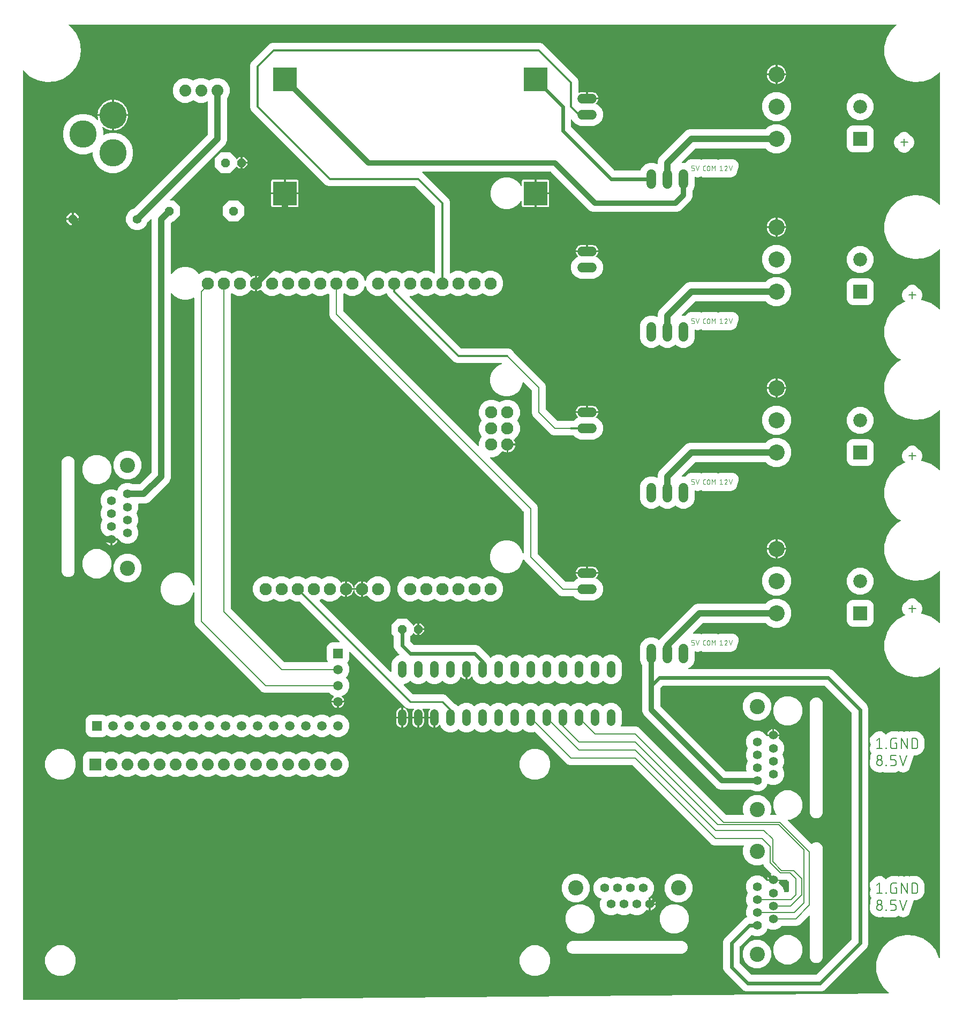
<source format=gbr>
G04 EAGLE Gerber RS-274X export*
G75*
%MOMM*%
%FSLAX34Y34*%
%LPD*%
%INTop Copper*%
%IPPOS*%
%AMOC8*
5,1,8,0,0,1.08239X$1,22.5*%
G01*
%ADD10C,0.152400*%
%ADD11C,0.076200*%
%ADD12C,1.930400*%
%ADD13C,1.422400*%
%ADD14C,2.400000*%
%ADD15C,4.318000*%
%ADD16R,1.879600X1.879600*%
%ADD17C,1.879600*%
%ADD18C,1.524000*%
%ADD19C,2.540000*%
%ADD20R,3.810000X3.810000*%
%ADD21R,1.508000X1.508000*%
%ADD22C,1.508000*%
%ADD23R,2.184400X2.184400*%
%ADD24C,2.184400*%
%ADD25P,1.429621X8X202.500000*%
%ADD26P,1.429621X8X22.500000*%
%ADD27C,1.320800*%
%ADD28P,1.539592X8X202.500000*%
%ADD29C,0.304800*%
%ADD30C,0.203200*%
%ADD31C,0.609600*%
%ADD32C,1.016000*%
%ADD33C,0.812800*%
%ADD34C,0.254000*%

G36*
X434346Y164339D02*
X434346Y164339D01*
X434350Y164339D01*
X1607012Y174471D01*
X1607092Y174484D01*
X1607174Y174489D01*
X1607213Y174505D01*
X1607255Y174512D01*
X1607326Y174551D01*
X1607402Y174582D01*
X1607434Y174609D01*
X1607471Y174629D01*
X1607527Y174689D01*
X1607588Y174742D01*
X1607610Y174778D01*
X1607639Y174809D01*
X1607673Y174883D01*
X1607714Y174953D01*
X1607723Y174995D01*
X1607741Y175033D01*
X1607749Y175114D01*
X1607766Y175194D01*
X1607761Y175236D01*
X1607766Y175278D01*
X1607748Y175357D01*
X1607739Y175438D01*
X1607721Y175476D01*
X1607711Y175518D01*
X1607669Y175587D01*
X1607635Y175661D01*
X1607598Y175703D01*
X1607583Y175728D01*
X1607561Y175746D01*
X1607525Y175788D01*
X1598899Y183845D01*
X1591712Y195664D01*
X1587980Y208984D01*
X1587980Y222816D01*
X1588814Y225795D01*
X1590520Y231885D01*
X1591712Y236136D01*
X1598899Y247955D01*
X1609008Y257397D01*
X1621290Y263761D01*
X1634834Y266575D01*
X1648634Y265631D01*
X1661668Y260999D01*
X1672969Y253022D01*
X1681699Y242292D01*
X1686880Y230364D01*
X1686929Y230288D01*
X1686972Y230207D01*
X1686995Y230185D01*
X1687013Y230157D01*
X1687084Y230101D01*
X1687150Y230038D01*
X1687180Y230024D01*
X1687205Y230004D01*
X1687291Y229973D01*
X1687373Y229934D01*
X1687406Y229931D01*
X1687436Y229920D01*
X1687527Y229917D01*
X1687617Y229907D01*
X1687649Y229914D01*
X1687682Y229913D01*
X1687769Y229940D01*
X1687858Y229959D01*
X1687886Y229976D01*
X1687917Y229986D01*
X1687991Y230039D01*
X1688069Y230086D01*
X1688090Y230110D01*
X1688117Y230130D01*
X1688170Y230203D01*
X1688229Y230273D01*
X1688241Y230303D01*
X1688260Y230329D01*
X1688287Y230416D01*
X1688321Y230501D01*
X1688325Y230542D01*
X1688332Y230565D01*
X1688331Y230597D01*
X1688339Y230667D01*
X1688339Y687918D01*
X1688321Y688027D01*
X1688307Y688136D01*
X1688302Y688148D01*
X1688300Y688161D01*
X1688248Y688258D01*
X1688200Y688357D01*
X1688191Y688367D01*
X1688184Y688378D01*
X1688105Y688454D01*
X1688027Y688533D01*
X1688016Y688539D01*
X1688006Y688548D01*
X1687906Y688594D01*
X1687808Y688644D01*
X1687795Y688646D01*
X1687783Y688651D01*
X1687673Y688663D01*
X1687564Y688679D01*
X1687551Y688677D01*
X1687539Y688678D01*
X1687431Y688655D01*
X1687322Y688635D01*
X1687311Y688629D01*
X1687298Y688626D01*
X1687204Y688570D01*
X1687107Y688516D01*
X1687096Y688505D01*
X1687087Y688500D01*
X1687069Y688479D01*
X1686988Y688399D01*
X1685669Y686778D01*
X1674368Y678801D01*
X1661334Y674169D01*
X1647534Y673225D01*
X1633990Y676039D01*
X1621708Y682403D01*
X1611599Y691845D01*
X1604412Y703664D01*
X1600680Y716984D01*
X1600680Y730816D01*
X1600805Y731265D01*
X1602512Y737355D01*
X1604218Y743445D01*
X1604412Y744136D01*
X1611599Y755955D01*
X1621708Y765397D01*
X1632860Y771175D01*
X1632892Y771199D01*
X1632928Y771215D01*
X1632990Y771272D01*
X1633057Y771322D01*
X1633080Y771355D01*
X1633109Y771381D01*
X1633150Y771455D01*
X1633197Y771524D01*
X1633208Y771562D01*
X1633227Y771597D01*
X1633242Y771680D01*
X1633266Y771761D01*
X1633264Y771800D01*
X1633271Y771839D01*
X1633259Y771922D01*
X1633255Y772006D01*
X1633241Y772043D01*
X1633235Y772082D01*
X1633197Y772157D01*
X1633167Y772236D01*
X1633141Y772266D01*
X1633124Y772302D01*
X1633063Y772360D01*
X1633010Y772425D01*
X1632976Y772446D01*
X1632948Y772474D01*
X1632897Y772502D01*
X1629802Y775596D01*
X1628139Y779611D01*
X1628139Y783956D01*
X1629802Y787971D01*
X1632875Y791044D01*
X1634242Y791610D01*
X1634320Y791658D01*
X1634401Y791699D01*
X1634424Y791723D01*
X1634451Y791740D01*
X1634510Y791810D01*
X1634573Y791875D01*
X1634593Y791911D01*
X1634608Y791929D01*
X1634620Y791959D01*
X1634654Y792022D01*
X1635221Y793390D01*
X1638293Y796462D01*
X1642308Y798125D01*
X1646653Y798125D01*
X1650668Y796462D01*
X1653740Y793390D01*
X1654307Y792022D01*
X1654355Y791945D01*
X1654396Y791863D01*
X1654420Y791840D01*
X1654437Y791813D01*
X1654507Y791755D01*
X1654572Y791691D01*
X1654608Y791671D01*
X1654626Y791656D01*
X1654656Y791645D01*
X1654719Y791610D01*
X1656087Y791044D01*
X1659159Y787971D01*
X1660822Y783956D01*
X1660822Y779611D01*
X1659159Y775597D01*
X1658642Y775080D01*
X1658616Y775043D01*
X1658582Y775012D01*
X1658544Y774943D01*
X1658499Y774880D01*
X1658485Y774836D01*
X1658463Y774796D01*
X1658449Y774719D01*
X1658427Y774645D01*
X1658428Y774599D01*
X1658420Y774554D01*
X1658431Y774477D01*
X1658433Y774399D01*
X1658449Y774356D01*
X1658455Y774311D01*
X1658491Y774241D01*
X1658517Y774168D01*
X1658546Y774132D01*
X1658567Y774091D01*
X1658622Y774037D01*
X1658671Y773976D01*
X1658710Y773951D01*
X1658742Y773919D01*
X1658812Y773885D01*
X1658878Y773843D01*
X1658922Y773832D01*
X1658964Y773812D01*
X1659098Y773788D01*
X1659116Y773783D01*
X1659121Y773783D01*
X1659129Y773782D01*
X1661334Y773631D01*
X1674368Y768999D01*
X1685669Y761022D01*
X1686988Y759401D01*
X1687070Y759328D01*
X1687150Y759252D01*
X1687162Y759247D01*
X1687172Y759238D01*
X1687273Y759195D01*
X1687373Y759149D01*
X1687386Y759147D01*
X1687398Y759142D01*
X1687508Y759134D01*
X1687617Y759122D01*
X1687630Y759124D01*
X1687643Y759123D01*
X1687750Y759150D01*
X1687858Y759174D01*
X1687869Y759181D01*
X1687882Y759184D01*
X1687974Y759243D01*
X1688069Y759300D01*
X1688077Y759310D01*
X1688088Y759317D01*
X1688157Y759403D01*
X1688229Y759487D01*
X1688234Y759499D01*
X1688242Y759509D01*
X1688280Y759613D01*
X1688321Y759715D01*
X1688323Y759731D01*
X1688326Y759740D01*
X1688327Y759769D01*
X1688339Y759882D01*
X1688339Y840318D01*
X1688321Y840427D01*
X1688307Y840536D01*
X1688302Y840548D01*
X1688300Y840561D01*
X1688248Y840658D01*
X1688200Y840757D01*
X1688191Y840767D01*
X1688184Y840778D01*
X1688105Y840854D01*
X1688027Y840933D01*
X1688016Y840939D01*
X1688006Y840948D01*
X1687906Y840994D01*
X1687808Y841044D01*
X1687795Y841046D01*
X1687783Y841051D01*
X1687673Y841063D01*
X1687564Y841079D01*
X1687551Y841077D01*
X1687539Y841078D01*
X1687431Y841055D01*
X1687322Y841035D01*
X1687311Y841029D01*
X1687298Y841026D01*
X1687204Y840970D01*
X1687107Y840916D01*
X1687096Y840905D01*
X1687087Y840900D01*
X1687069Y840879D01*
X1686988Y840799D01*
X1685669Y839178D01*
X1674368Y831201D01*
X1661334Y826569D01*
X1647534Y825625D01*
X1633990Y828439D01*
X1621708Y834803D01*
X1611599Y844245D01*
X1604412Y856064D01*
X1600680Y869384D01*
X1600680Y883216D01*
X1601830Y887321D01*
X1603536Y893411D01*
X1604412Y896536D01*
X1611599Y908355D01*
X1621708Y917797D01*
X1626103Y920074D01*
X1626109Y920078D01*
X1626115Y920080D01*
X1626208Y920152D01*
X1626301Y920221D01*
X1626304Y920227D01*
X1626310Y920231D01*
X1626375Y920328D01*
X1626441Y920423D01*
X1626443Y920430D01*
X1626446Y920435D01*
X1626477Y920548D01*
X1626509Y920660D01*
X1626509Y920666D01*
X1626510Y920673D01*
X1626503Y920789D01*
X1626498Y920905D01*
X1626496Y920912D01*
X1626496Y920918D01*
X1626452Y921027D01*
X1626410Y921135D01*
X1626406Y921140D01*
X1626403Y921146D01*
X1626327Y921235D01*
X1626253Y921324D01*
X1626247Y921328D01*
X1626243Y921333D01*
X1626103Y921426D01*
X1621708Y923703D01*
X1611599Y933145D01*
X1604412Y944964D01*
X1600680Y958284D01*
X1600680Y972116D01*
X1601023Y973342D01*
X1601023Y973343D01*
X1602089Y977149D01*
X1602090Y977149D01*
X1603796Y983239D01*
X1604412Y985436D01*
X1611599Y997255D01*
X1621708Y1006697D01*
X1632860Y1012475D01*
X1632892Y1012499D01*
X1632928Y1012515D01*
X1632990Y1012572D01*
X1633057Y1012622D01*
X1633080Y1012655D01*
X1633109Y1012681D01*
X1633150Y1012755D01*
X1633197Y1012824D01*
X1633208Y1012862D01*
X1633227Y1012897D01*
X1633242Y1012980D01*
X1633266Y1013061D01*
X1633264Y1013100D01*
X1633271Y1013139D01*
X1633259Y1013222D01*
X1633255Y1013306D01*
X1633241Y1013343D01*
X1633235Y1013382D01*
X1633197Y1013457D01*
X1633167Y1013536D01*
X1633141Y1013566D01*
X1633124Y1013602D01*
X1633063Y1013660D01*
X1633010Y1013725D01*
X1632976Y1013746D01*
X1632948Y1013774D01*
X1632897Y1013802D01*
X1629802Y1016896D01*
X1628139Y1020911D01*
X1628139Y1025256D01*
X1629802Y1029271D01*
X1632875Y1032344D01*
X1634242Y1032910D01*
X1634320Y1032958D01*
X1634401Y1032999D01*
X1634424Y1033023D01*
X1634451Y1033040D01*
X1634510Y1033110D01*
X1634573Y1033175D01*
X1634593Y1033211D01*
X1634608Y1033229D01*
X1634620Y1033259D01*
X1634654Y1033322D01*
X1635221Y1034690D01*
X1638293Y1037762D01*
X1642308Y1039425D01*
X1646653Y1039425D01*
X1650668Y1037762D01*
X1653740Y1034690D01*
X1654307Y1033322D01*
X1654355Y1033245D01*
X1654396Y1033163D01*
X1654420Y1033140D01*
X1654437Y1033113D01*
X1654507Y1033055D01*
X1654572Y1032991D01*
X1654608Y1032971D01*
X1654626Y1032956D01*
X1654656Y1032945D01*
X1654719Y1032910D01*
X1656087Y1032344D01*
X1659159Y1029271D01*
X1660822Y1025256D01*
X1660822Y1020911D01*
X1659159Y1016897D01*
X1658642Y1016380D01*
X1658616Y1016343D01*
X1658582Y1016312D01*
X1658544Y1016243D01*
X1658499Y1016180D01*
X1658485Y1016136D01*
X1658463Y1016096D01*
X1658449Y1016019D01*
X1658427Y1015945D01*
X1658428Y1015899D01*
X1658420Y1015854D01*
X1658431Y1015777D01*
X1658433Y1015699D01*
X1658449Y1015656D01*
X1658455Y1015611D01*
X1658491Y1015541D01*
X1658517Y1015468D01*
X1658546Y1015432D01*
X1658567Y1015391D01*
X1658622Y1015337D01*
X1658671Y1015276D01*
X1658710Y1015251D01*
X1658742Y1015219D01*
X1658812Y1015185D01*
X1658878Y1015143D01*
X1658922Y1015132D01*
X1658964Y1015112D01*
X1659098Y1015088D01*
X1659116Y1015083D01*
X1659121Y1015083D01*
X1659129Y1015082D01*
X1661334Y1014931D01*
X1674368Y1010299D01*
X1685669Y1002322D01*
X1686988Y1000701D01*
X1687070Y1000628D01*
X1687150Y1000552D01*
X1687162Y1000547D01*
X1687172Y1000538D01*
X1687273Y1000495D01*
X1687373Y1000449D01*
X1687386Y1000447D01*
X1687398Y1000442D01*
X1687508Y1000434D01*
X1687617Y1000422D01*
X1687630Y1000424D01*
X1687643Y1000423D01*
X1687750Y1000450D01*
X1687858Y1000474D01*
X1687869Y1000481D01*
X1687882Y1000484D01*
X1687974Y1000543D01*
X1688069Y1000600D01*
X1688077Y1000610D01*
X1688088Y1000617D01*
X1688157Y1000703D01*
X1688229Y1000787D01*
X1688234Y1000799D01*
X1688242Y1000809D01*
X1688280Y1000913D01*
X1688321Y1001015D01*
X1688323Y1001031D01*
X1688326Y1001040D01*
X1688327Y1001069D01*
X1688339Y1001182D01*
X1688339Y1094318D01*
X1688321Y1094427D01*
X1688307Y1094536D01*
X1688302Y1094548D01*
X1688300Y1094561D01*
X1688248Y1094658D01*
X1688200Y1094757D01*
X1688191Y1094767D01*
X1688184Y1094778D01*
X1688105Y1094854D01*
X1688027Y1094933D01*
X1688016Y1094939D01*
X1688006Y1094948D01*
X1687906Y1094994D01*
X1687808Y1095044D01*
X1687795Y1095046D01*
X1687783Y1095051D01*
X1687673Y1095063D01*
X1687564Y1095079D01*
X1687551Y1095077D01*
X1687539Y1095078D01*
X1687431Y1095055D01*
X1687322Y1095035D01*
X1687311Y1095029D01*
X1687298Y1095026D01*
X1687203Y1094969D01*
X1687107Y1094916D01*
X1687096Y1094905D01*
X1687087Y1094900D01*
X1687069Y1094879D01*
X1686988Y1094799D01*
X1685669Y1093178D01*
X1674368Y1085201D01*
X1661334Y1080569D01*
X1647534Y1079625D01*
X1633990Y1082439D01*
X1621708Y1088803D01*
X1611599Y1098245D01*
X1604412Y1110064D01*
X1600680Y1123384D01*
X1600680Y1137216D01*
X1601475Y1140056D01*
X1603182Y1146146D01*
X1604412Y1150536D01*
X1611599Y1162355D01*
X1621708Y1171797D01*
X1626103Y1174074D01*
X1626109Y1174078D01*
X1626115Y1174080D01*
X1626208Y1174152D01*
X1626301Y1174221D01*
X1626304Y1174227D01*
X1626310Y1174231D01*
X1626375Y1174328D01*
X1626441Y1174423D01*
X1626443Y1174430D01*
X1626446Y1174435D01*
X1626477Y1174548D01*
X1626509Y1174660D01*
X1626509Y1174666D01*
X1626510Y1174673D01*
X1626503Y1174789D01*
X1626498Y1174905D01*
X1626496Y1174912D01*
X1626496Y1174918D01*
X1626452Y1175027D01*
X1626410Y1175135D01*
X1626406Y1175140D01*
X1626403Y1175146D01*
X1626327Y1175235D01*
X1626253Y1175324D01*
X1626247Y1175328D01*
X1626243Y1175333D01*
X1626103Y1175426D01*
X1621708Y1177703D01*
X1611599Y1187145D01*
X1604412Y1198964D01*
X1600680Y1212284D01*
X1600680Y1226116D01*
X1601735Y1229884D01*
X1603441Y1235974D01*
X1604412Y1239436D01*
X1611599Y1251255D01*
X1621708Y1260697D01*
X1632860Y1266475D01*
X1632892Y1266499D01*
X1632928Y1266515D01*
X1632990Y1266572D01*
X1633057Y1266622D01*
X1633080Y1266655D01*
X1633109Y1266681D01*
X1633150Y1266755D01*
X1633197Y1266824D01*
X1633208Y1266862D01*
X1633227Y1266897D01*
X1633242Y1266980D01*
X1633266Y1267061D01*
X1633264Y1267100D01*
X1633271Y1267139D01*
X1633259Y1267222D01*
X1633255Y1267306D01*
X1633241Y1267343D01*
X1633235Y1267382D01*
X1633197Y1267457D01*
X1633167Y1267536D01*
X1633141Y1267566D01*
X1633124Y1267602D01*
X1633064Y1267660D01*
X1633010Y1267725D01*
X1632976Y1267746D01*
X1632948Y1267774D01*
X1632897Y1267802D01*
X1629802Y1270896D01*
X1628139Y1274911D01*
X1628139Y1279256D01*
X1629802Y1283271D01*
X1632875Y1286344D01*
X1634242Y1286910D01*
X1634320Y1286958D01*
X1634401Y1286999D01*
X1634424Y1287023D01*
X1634451Y1287040D01*
X1634510Y1287110D01*
X1634573Y1287175D01*
X1634593Y1287211D01*
X1634608Y1287229D01*
X1634620Y1287259D01*
X1634654Y1287322D01*
X1635221Y1288690D01*
X1638293Y1291762D01*
X1642308Y1293425D01*
X1646653Y1293425D01*
X1650668Y1291762D01*
X1653740Y1288690D01*
X1654307Y1287322D01*
X1654355Y1287245D01*
X1654396Y1287163D01*
X1654420Y1287140D01*
X1654437Y1287113D01*
X1654507Y1287055D01*
X1654572Y1286991D01*
X1654608Y1286971D01*
X1654626Y1286956D01*
X1654656Y1286945D01*
X1654719Y1286910D01*
X1656087Y1286344D01*
X1659159Y1283271D01*
X1660822Y1279256D01*
X1660822Y1274911D01*
X1659159Y1270897D01*
X1658642Y1270380D01*
X1658616Y1270343D01*
X1658582Y1270312D01*
X1658544Y1270243D01*
X1658499Y1270180D01*
X1658485Y1270136D01*
X1658463Y1270096D01*
X1658449Y1270019D01*
X1658427Y1269945D01*
X1658428Y1269899D01*
X1658420Y1269854D01*
X1658431Y1269777D01*
X1658433Y1269699D01*
X1658449Y1269656D01*
X1658455Y1269611D01*
X1658491Y1269541D01*
X1658517Y1269468D01*
X1658546Y1269432D01*
X1658567Y1269391D01*
X1658622Y1269337D01*
X1658671Y1269276D01*
X1658710Y1269251D01*
X1658742Y1269219D01*
X1658812Y1269185D01*
X1658878Y1269143D01*
X1658922Y1269132D01*
X1658964Y1269112D01*
X1659098Y1269088D01*
X1659116Y1269083D01*
X1659121Y1269083D01*
X1659129Y1269082D01*
X1661334Y1268931D01*
X1674368Y1264299D01*
X1685669Y1256322D01*
X1686988Y1254701D01*
X1687070Y1254628D01*
X1687150Y1254552D01*
X1687162Y1254547D01*
X1687172Y1254538D01*
X1687273Y1254495D01*
X1687373Y1254449D01*
X1687386Y1254447D01*
X1687398Y1254442D01*
X1687508Y1254434D01*
X1687617Y1254422D01*
X1687630Y1254424D01*
X1687643Y1254423D01*
X1687750Y1254450D01*
X1687858Y1254474D01*
X1687869Y1254481D01*
X1687882Y1254484D01*
X1687974Y1254544D01*
X1688069Y1254600D01*
X1688077Y1254610D01*
X1688088Y1254617D01*
X1688157Y1254703D01*
X1688229Y1254787D01*
X1688234Y1254799D01*
X1688242Y1254809D01*
X1688280Y1254913D01*
X1688321Y1255015D01*
X1688323Y1255031D01*
X1688326Y1255040D01*
X1688327Y1255069D01*
X1688339Y1255182D01*
X1688339Y1348318D01*
X1688321Y1348427D01*
X1688307Y1348536D01*
X1688302Y1348548D01*
X1688300Y1348561D01*
X1688248Y1348658D01*
X1688200Y1348757D01*
X1688191Y1348767D01*
X1688184Y1348778D01*
X1688105Y1348854D01*
X1688027Y1348933D01*
X1688016Y1348939D01*
X1688006Y1348948D01*
X1687906Y1348994D01*
X1687808Y1349044D01*
X1687795Y1349046D01*
X1687783Y1349051D01*
X1687673Y1349063D01*
X1687564Y1349079D01*
X1687551Y1349077D01*
X1687539Y1349078D01*
X1687431Y1349055D01*
X1687322Y1349035D01*
X1687311Y1349029D01*
X1687298Y1349026D01*
X1687204Y1348970D01*
X1687107Y1348916D01*
X1687096Y1348905D01*
X1687087Y1348900D01*
X1687069Y1348879D01*
X1686988Y1348799D01*
X1685669Y1347178D01*
X1674368Y1339201D01*
X1661334Y1334569D01*
X1647534Y1333625D01*
X1633990Y1336439D01*
X1621708Y1342803D01*
X1611599Y1352245D01*
X1604412Y1364064D01*
X1600680Y1377384D01*
X1600680Y1391216D01*
X1601121Y1392791D01*
X1602827Y1398881D01*
X1604412Y1404536D01*
X1611599Y1416355D01*
X1621708Y1425797D01*
X1633990Y1432161D01*
X1647534Y1434975D01*
X1661334Y1434031D01*
X1674368Y1429399D01*
X1685669Y1421422D01*
X1686987Y1419801D01*
X1687070Y1419728D01*
X1687150Y1419652D01*
X1687162Y1419647D01*
X1687172Y1419638D01*
X1687273Y1419595D01*
X1687373Y1419549D01*
X1687386Y1419547D01*
X1687398Y1419542D01*
X1687508Y1419534D01*
X1687617Y1419522D01*
X1687630Y1419524D01*
X1687643Y1419523D01*
X1687750Y1419550D01*
X1687858Y1419574D01*
X1687869Y1419581D01*
X1687882Y1419584D01*
X1687974Y1419643D01*
X1688069Y1419700D01*
X1688077Y1419710D01*
X1688088Y1419717D01*
X1688157Y1419803D01*
X1688229Y1419887D01*
X1688234Y1419899D01*
X1688242Y1419909D01*
X1688280Y1420013D01*
X1688321Y1420115D01*
X1688323Y1420131D01*
X1688326Y1420140D01*
X1688327Y1420169D01*
X1688339Y1420282D01*
X1688339Y1627718D01*
X1688321Y1627827D01*
X1688307Y1627936D01*
X1688302Y1627948D01*
X1688300Y1627961D01*
X1688248Y1628058D01*
X1688200Y1628157D01*
X1688191Y1628167D01*
X1688184Y1628178D01*
X1688105Y1628254D01*
X1688027Y1628333D01*
X1688016Y1628339D01*
X1688006Y1628348D01*
X1687906Y1628394D01*
X1687808Y1628444D01*
X1687795Y1628446D01*
X1687783Y1628451D01*
X1687673Y1628463D01*
X1687564Y1628479D01*
X1687551Y1628477D01*
X1687539Y1628478D01*
X1687431Y1628455D01*
X1687322Y1628435D01*
X1687311Y1628429D01*
X1687298Y1628426D01*
X1687204Y1628370D01*
X1687107Y1628316D01*
X1687096Y1628305D01*
X1687087Y1628300D01*
X1687069Y1628279D01*
X1686988Y1628199D01*
X1685669Y1626578D01*
X1674368Y1618601D01*
X1661334Y1613969D01*
X1647534Y1613025D01*
X1633990Y1615839D01*
X1621708Y1622203D01*
X1611599Y1631645D01*
X1604412Y1643464D01*
X1600680Y1656784D01*
X1600680Y1670616D01*
X1600902Y1671409D01*
X1601968Y1675215D01*
X1603674Y1681305D01*
X1604412Y1683936D01*
X1611599Y1695755D01*
X1619272Y1702922D01*
X1619324Y1702989D01*
X1619382Y1703050D01*
X1619399Y1703085D01*
X1619423Y1703116D01*
X1619450Y1703196D01*
X1619486Y1703273D01*
X1619490Y1703312D01*
X1619503Y1703349D01*
X1619504Y1703434D01*
X1619513Y1703517D01*
X1619505Y1703556D01*
X1619505Y1703595D01*
X1619479Y1703675D01*
X1619461Y1703758D01*
X1619441Y1703791D01*
X1619428Y1703829D01*
X1619378Y1703896D01*
X1619334Y1703969D01*
X1619305Y1703994D01*
X1619281Y1704026D01*
X1619212Y1704074D01*
X1619148Y1704129D01*
X1619111Y1704144D01*
X1619079Y1704166D01*
X1618998Y1704189D01*
X1618919Y1704221D01*
X1618869Y1704226D01*
X1618843Y1704234D01*
X1618813Y1704233D01*
X1618753Y1704239D01*
X311626Y1704239D01*
X311613Y1704237D01*
X311600Y1704239D01*
X311492Y1704217D01*
X311384Y1704200D01*
X311372Y1704193D01*
X311359Y1704191D01*
X311263Y1704136D01*
X311166Y1704084D01*
X311157Y1704075D01*
X311146Y1704068D01*
X311073Y1703986D01*
X310997Y1703906D01*
X310991Y1703894D01*
X310982Y1703884D01*
X310940Y1703783D01*
X310893Y1703683D01*
X310892Y1703670D01*
X310887Y1703658D01*
X310878Y1703548D01*
X310866Y1703439D01*
X310869Y1703426D01*
X310868Y1703412D01*
X310895Y1703306D01*
X310918Y1703198D01*
X310925Y1703187D01*
X310928Y1703174D01*
X310988Y1703082D01*
X311045Y1702987D01*
X311055Y1702978D01*
X311062Y1702967D01*
X311187Y1702856D01*
X314069Y1700822D01*
X322799Y1690091D01*
X328310Y1677404D01*
X330194Y1663700D01*
X328310Y1649996D01*
X322799Y1637308D01*
X314069Y1626578D01*
X302768Y1618601D01*
X289734Y1613969D01*
X275934Y1613025D01*
X262390Y1615839D01*
X250108Y1622203D01*
X240042Y1631605D01*
X239993Y1631638D01*
X239950Y1631678D01*
X239891Y1631705D01*
X239837Y1631742D01*
X239780Y1631757D01*
X239727Y1631782D01*
X239662Y1631789D01*
X239600Y1631806D01*
X239541Y1631802D01*
X239483Y1631809D01*
X239419Y1631795D01*
X239354Y1631791D01*
X239300Y1631769D01*
X239242Y1631757D01*
X239186Y1631723D01*
X239126Y1631699D01*
X239081Y1631661D01*
X239031Y1631630D01*
X238989Y1631581D01*
X238939Y1631539D01*
X238909Y1631488D01*
X238871Y1631443D01*
X238847Y1631383D01*
X238814Y1631327D01*
X238801Y1631270D01*
X238779Y1631215D01*
X238768Y1631118D01*
X238762Y1631087D01*
X238763Y1631072D01*
X238761Y1631049D01*
X238761Y165100D01*
X238764Y165080D01*
X238762Y165061D01*
X238784Y164959D01*
X238800Y164857D01*
X238810Y164840D01*
X238814Y164820D01*
X238867Y164731D01*
X238916Y164640D01*
X238930Y164626D01*
X238940Y164609D01*
X239019Y164542D01*
X239094Y164471D01*
X239112Y164462D01*
X239127Y164449D01*
X239223Y164410D01*
X239317Y164367D01*
X239337Y164365D01*
X239355Y164357D01*
X239522Y164339D01*
X434343Y164339D01*
X434346Y164339D01*
G37*
%LPC*%
G36*
X1381673Y177291D02*
X1381673Y177291D01*
X1376818Y179302D01*
X1347702Y208418D01*
X1345691Y213273D01*
X1345691Y256627D01*
X1347702Y261482D01*
X1379218Y292998D01*
X1383037Y294580D01*
X1383054Y294590D01*
X1383073Y294596D01*
X1383152Y294651D01*
X1383183Y294667D01*
X1383191Y294675D01*
X1383246Y294709D01*
X1383258Y294725D01*
X1383275Y294736D01*
X1383337Y294819D01*
X1383402Y294899D01*
X1383410Y294917D01*
X1383422Y294933D01*
X1383454Y295032D01*
X1383491Y295128D01*
X1383492Y295148D01*
X1383498Y295167D01*
X1383497Y295271D01*
X1383501Y295374D01*
X1383496Y295393D01*
X1383495Y295413D01*
X1383449Y295574D01*
X1382127Y298764D01*
X1382127Y305636D01*
X1384808Y312109D01*
X1384829Y312197D01*
X1384858Y312284D01*
X1384857Y312317D01*
X1384865Y312348D01*
X1384856Y312439D01*
X1384855Y312530D01*
X1384844Y312570D01*
X1384842Y312593D01*
X1384828Y312622D01*
X1384808Y312691D01*
X1382127Y319164D01*
X1382127Y326036D01*
X1384808Y332509D01*
X1384829Y332597D01*
X1384858Y332684D01*
X1384857Y332717D01*
X1384865Y332748D01*
X1384856Y332839D01*
X1384855Y332930D01*
X1384844Y332970D01*
X1384842Y332993D01*
X1384828Y333022D01*
X1384808Y333091D01*
X1382127Y339564D01*
X1382127Y346436D01*
X1384757Y352784D01*
X1389616Y357643D01*
X1395964Y360273D01*
X1402836Y360273D01*
X1409184Y357643D01*
X1414043Y352784D01*
X1414307Y352147D01*
X1414369Y352047D01*
X1414429Y351947D01*
X1414433Y351943D01*
X1414437Y351938D01*
X1414527Y351863D01*
X1414616Y351787D01*
X1414621Y351785D01*
X1414626Y351781D01*
X1414735Y351739D01*
X1414844Y351695D01*
X1414851Y351694D01*
X1414856Y351693D01*
X1414874Y351692D01*
X1415010Y351677D01*
X1424038Y351677D01*
X1424058Y351680D01*
X1424077Y351678D01*
X1424179Y351700D01*
X1424281Y351717D01*
X1424298Y351726D01*
X1424318Y351730D01*
X1424407Y351783D01*
X1424498Y351832D01*
X1424512Y351846D01*
X1424529Y351856D01*
X1424596Y351935D01*
X1424667Y352010D01*
X1424676Y352028D01*
X1424689Y352043D01*
X1424727Y352139D01*
X1424771Y352233D01*
X1424773Y352253D01*
X1424781Y352271D01*
X1424799Y352438D01*
X1424799Y353962D01*
X1424796Y353982D01*
X1424798Y354001D01*
X1424776Y354103D01*
X1424759Y354205D01*
X1424750Y354222D01*
X1424746Y354242D01*
X1424693Y354331D01*
X1424644Y354422D01*
X1424630Y354436D01*
X1424620Y354453D01*
X1424541Y354520D01*
X1424466Y354591D01*
X1424448Y354600D01*
X1424433Y354613D01*
X1424337Y354652D01*
X1424243Y354695D01*
X1424223Y354697D01*
X1424205Y354705D01*
X1424038Y354723D01*
X1415268Y354723D01*
X1415385Y355460D01*
X1415854Y356905D01*
X1416544Y358259D01*
X1417437Y359488D01*
X1418512Y360563D01*
X1419741Y361456D01*
X1421095Y362146D01*
X1421263Y362200D01*
X1421330Y362235D01*
X1421401Y362261D01*
X1421438Y362291D01*
X1421481Y362313D01*
X1421534Y362367D01*
X1421593Y362414D01*
X1421619Y362455D01*
X1421653Y362490D01*
X1421685Y362558D01*
X1421726Y362621D01*
X1421738Y362668D01*
X1421758Y362712D01*
X1421768Y362787D01*
X1421786Y362860D01*
X1421782Y362908D01*
X1421788Y362956D01*
X1421773Y363030D01*
X1421767Y363105D01*
X1421748Y363149D01*
X1421738Y363197D01*
X1421700Y363262D01*
X1421671Y363331D01*
X1421630Y363382D01*
X1421614Y363409D01*
X1421595Y363426D01*
X1421566Y363462D01*
X1410843Y374185D01*
X1409254Y378021D01*
X1409243Y378038D01*
X1409238Y378057D01*
X1409179Y378142D01*
X1409124Y378230D01*
X1409109Y378243D01*
X1409098Y378259D01*
X1409014Y378321D01*
X1408935Y378387D01*
X1408916Y378394D01*
X1408900Y378406D01*
X1408802Y378438D01*
X1408705Y378475D01*
X1408685Y378476D01*
X1408666Y378482D01*
X1408563Y378481D01*
X1408460Y378486D01*
X1408440Y378480D01*
X1408420Y378480D01*
X1408259Y378433D01*
X1403808Y376589D01*
X1394992Y376589D01*
X1386847Y379963D01*
X1380613Y386197D01*
X1377239Y394342D01*
X1377239Y403158D01*
X1378777Y406871D01*
X1378788Y406915D01*
X1378807Y406957D01*
X1378815Y407034D01*
X1378833Y407110D01*
X1378829Y407156D01*
X1378834Y407201D01*
X1378817Y407278D01*
X1378810Y407355D01*
X1378792Y407397D01*
X1378782Y407442D01*
X1378742Y407509D01*
X1378710Y407580D01*
X1378679Y407614D01*
X1378656Y407653D01*
X1378596Y407704D01*
X1378544Y407761D01*
X1378504Y407783D01*
X1378469Y407813D01*
X1378396Y407842D01*
X1378328Y407879D01*
X1378283Y407888D01*
X1378241Y407905D01*
X1378105Y407920D01*
X1378086Y407923D01*
X1378081Y407922D01*
X1378074Y407923D01*
X1331277Y407923D01*
X1327169Y409625D01*
X1202093Y534700D01*
X1202019Y534753D01*
X1201950Y534813D01*
X1201920Y534825D01*
X1201894Y534844D01*
X1201807Y534871D01*
X1201722Y534905D01*
X1201681Y534909D01*
X1201659Y534916D01*
X1201626Y534915D01*
X1201555Y534923D01*
X1102677Y534923D01*
X1098569Y536625D01*
X1048084Y587110D01*
X1047990Y587177D01*
X1047895Y587248D01*
X1047889Y587250D01*
X1047884Y587253D01*
X1047773Y587288D01*
X1047661Y587324D01*
X1047655Y587324D01*
X1047649Y587326D01*
X1047532Y587323D01*
X1047415Y587322D01*
X1047408Y587320D01*
X1047403Y587319D01*
X1047386Y587313D01*
X1047254Y587275D01*
X1044735Y586231D01*
X1038065Y586231D01*
X1031904Y588784D01*
X1029238Y591449D01*
X1029222Y591460D01*
X1029210Y591476D01*
X1029122Y591532D01*
X1029039Y591592D01*
X1029020Y591598D01*
X1029003Y591609D01*
X1028902Y591634D01*
X1028803Y591665D01*
X1028784Y591664D01*
X1028764Y591669D01*
X1028661Y591661D01*
X1028558Y591658D01*
X1028539Y591651D01*
X1028519Y591650D01*
X1028424Y591610D01*
X1028327Y591574D01*
X1028311Y591561D01*
X1028293Y591554D01*
X1028162Y591449D01*
X1025496Y588784D01*
X1019335Y586231D01*
X1012665Y586231D01*
X1006504Y588784D01*
X1003838Y591449D01*
X1003822Y591460D01*
X1003810Y591476D01*
X1003722Y591532D01*
X1003639Y591592D01*
X1003620Y591598D01*
X1003603Y591609D01*
X1003502Y591634D01*
X1003403Y591665D01*
X1003384Y591664D01*
X1003364Y591669D01*
X1003261Y591661D01*
X1003158Y591658D01*
X1003139Y591651D01*
X1003119Y591650D01*
X1003024Y591610D01*
X1002927Y591574D01*
X1002911Y591561D01*
X1002893Y591554D01*
X1002762Y591449D01*
X1000096Y588784D01*
X993935Y586231D01*
X987265Y586231D01*
X981104Y588784D01*
X978438Y591449D01*
X978422Y591460D01*
X978410Y591476D01*
X978322Y591532D01*
X978239Y591592D01*
X978220Y591598D01*
X978203Y591609D01*
X978102Y591634D01*
X978003Y591665D01*
X977984Y591664D01*
X977964Y591669D01*
X977861Y591661D01*
X977758Y591658D01*
X977739Y591651D01*
X977719Y591650D01*
X977624Y591610D01*
X977527Y591574D01*
X977511Y591561D01*
X977493Y591554D01*
X977362Y591449D01*
X974696Y588784D01*
X968535Y586231D01*
X961865Y586231D01*
X955704Y588784D01*
X953038Y591449D01*
X953022Y591460D01*
X953010Y591476D01*
X952922Y591532D01*
X952839Y591592D01*
X952820Y591598D01*
X952803Y591609D01*
X952702Y591634D01*
X952603Y591665D01*
X952584Y591664D01*
X952564Y591669D01*
X952461Y591661D01*
X952358Y591658D01*
X952339Y591651D01*
X952319Y591650D01*
X952224Y591610D01*
X952127Y591574D01*
X952111Y591561D01*
X952093Y591554D01*
X951962Y591449D01*
X949296Y588784D01*
X943135Y586231D01*
X936465Y586231D01*
X930304Y588784D01*
X927638Y591449D01*
X927622Y591460D01*
X927610Y591476D01*
X927522Y591532D01*
X927439Y591592D01*
X927420Y591598D01*
X927403Y591609D01*
X927302Y591634D01*
X927203Y591665D01*
X927184Y591664D01*
X927164Y591669D01*
X927061Y591661D01*
X926958Y591658D01*
X926939Y591651D01*
X926919Y591650D01*
X926824Y591610D01*
X926727Y591574D01*
X926711Y591561D01*
X926693Y591554D01*
X926562Y591449D01*
X923896Y588784D01*
X917735Y586231D01*
X911065Y586231D01*
X904904Y588784D01*
X900188Y593500D01*
X898232Y598221D01*
X898169Y598322D01*
X898106Y598425D01*
X898104Y598427D01*
X898102Y598430D01*
X898009Y598507D01*
X897918Y598584D01*
X897915Y598585D01*
X897913Y598587D01*
X897800Y598630D01*
X897689Y598674D01*
X897686Y598674D01*
X897683Y598675D01*
X897564Y598680D01*
X897444Y598686D01*
X897441Y598685D01*
X897437Y598685D01*
X897323Y598652D01*
X897207Y598620D01*
X897204Y598618D01*
X897201Y598617D01*
X897103Y598549D01*
X897004Y598481D01*
X897001Y598478D01*
X896999Y598477D01*
X896993Y598468D01*
X896896Y598353D01*
X896103Y597167D01*
X894830Y595893D01*
X893332Y594892D01*
X891667Y594203D01*
X890523Y593975D01*
X890523Y608838D01*
X890520Y608858D01*
X890522Y608877D01*
X890500Y608979D01*
X890483Y609081D01*
X890474Y609098D01*
X890470Y609118D01*
X890417Y609207D01*
X890368Y609298D01*
X890354Y609312D01*
X890344Y609329D01*
X890265Y609396D01*
X890190Y609467D01*
X890172Y609476D01*
X890157Y609489D01*
X890061Y609527D01*
X889967Y609571D01*
X889947Y609573D01*
X889929Y609581D01*
X889762Y609599D01*
X888999Y609599D01*
X888999Y610362D01*
X888996Y610382D01*
X888998Y610401D01*
X888976Y610503D01*
X888959Y610605D01*
X888950Y610622D01*
X888946Y610642D01*
X888893Y610731D01*
X888844Y610822D01*
X888830Y610836D01*
X888820Y610853D01*
X888741Y610920D01*
X888666Y610991D01*
X888648Y611000D01*
X888633Y611013D01*
X888537Y611052D01*
X888443Y611095D01*
X888423Y611097D01*
X888405Y611105D01*
X888238Y611123D01*
X879855Y611123D01*
X879855Y617105D01*
X880207Y618871D01*
X880896Y620536D01*
X881897Y622033D01*
X882133Y622270D01*
X882175Y622328D01*
X882224Y622380D01*
X882246Y622427D01*
X882277Y622469D01*
X882298Y622538D01*
X882328Y622603D01*
X882334Y622655D01*
X882349Y622705D01*
X882347Y622776D01*
X882355Y622847D01*
X882344Y622898D01*
X882343Y622950D01*
X882318Y623018D01*
X882303Y623088D01*
X882276Y623133D01*
X882258Y623181D01*
X882213Y623237D01*
X882177Y623299D01*
X882137Y623333D01*
X882105Y623373D01*
X882044Y623412D01*
X881990Y623459D01*
X881941Y623478D01*
X881898Y623506D01*
X881828Y623524D01*
X881762Y623551D01*
X881690Y623559D01*
X881659Y623567D01*
X881636Y623565D01*
X881595Y623569D01*
X871005Y623569D01*
X870934Y623558D01*
X870863Y623556D01*
X870814Y623538D01*
X870762Y623530D01*
X870699Y623496D01*
X870632Y623471D01*
X870591Y623439D01*
X870545Y623414D01*
X870496Y623363D01*
X870440Y623318D01*
X870411Y623274D01*
X870376Y623236D01*
X870345Y623171D01*
X870307Y623111D01*
X870294Y623060D01*
X870272Y623013D01*
X870264Y622942D01*
X870247Y622872D01*
X870251Y622820D01*
X870245Y622769D01*
X870260Y622698D01*
X870266Y622627D01*
X870286Y622579D01*
X870297Y622528D01*
X870334Y622467D01*
X870362Y622401D01*
X870407Y622345D01*
X870423Y622317D01*
X870441Y622302D01*
X870467Y622270D01*
X870703Y622033D01*
X871704Y620536D01*
X872393Y618871D01*
X872745Y617105D01*
X872745Y611123D01*
X864362Y611123D01*
X864342Y611120D01*
X864323Y611122D01*
X864221Y611100D01*
X864119Y611083D01*
X864102Y611074D01*
X864082Y611070D01*
X863993Y611017D01*
X863902Y610968D01*
X863888Y610954D01*
X863871Y610944D01*
X863804Y610865D01*
X863733Y610790D01*
X863724Y610772D01*
X863711Y610757D01*
X863673Y610661D01*
X863629Y610567D01*
X863627Y610547D01*
X863619Y610529D01*
X863601Y610362D01*
X863601Y609599D01*
X863599Y609599D01*
X863599Y610362D01*
X863596Y610382D01*
X863598Y610401D01*
X863576Y610503D01*
X863559Y610605D01*
X863550Y610622D01*
X863546Y610642D01*
X863493Y610731D01*
X863444Y610822D01*
X863430Y610836D01*
X863420Y610853D01*
X863341Y610920D01*
X863266Y610991D01*
X863248Y611000D01*
X863233Y611013D01*
X863137Y611052D01*
X863043Y611095D01*
X863023Y611097D01*
X863005Y611105D01*
X862838Y611123D01*
X854455Y611123D01*
X854455Y617105D01*
X854807Y618871D01*
X855496Y620536D01*
X856497Y622033D01*
X856733Y622270D01*
X856775Y622328D01*
X856824Y622380D01*
X856846Y622427D01*
X856877Y622469D01*
X856898Y622538D01*
X856928Y622603D01*
X856934Y622655D01*
X856949Y622705D01*
X856947Y622776D01*
X856955Y622847D01*
X856944Y622898D01*
X856943Y622950D01*
X856918Y623018D01*
X856903Y623088D01*
X856876Y623133D01*
X856858Y623181D01*
X856813Y623237D01*
X856777Y623299D01*
X856737Y623333D01*
X856705Y623373D01*
X856644Y623412D01*
X856590Y623459D01*
X856541Y623478D01*
X856498Y623506D01*
X856428Y623524D01*
X856362Y623551D01*
X856290Y623559D01*
X856259Y623567D01*
X856236Y623565D01*
X856195Y623569D01*
X848626Y623569D01*
X844425Y625310D01*
X841102Y628632D01*
X755600Y714134D01*
X755542Y714176D01*
X755490Y714225D01*
X755443Y714247D01*
X755401Y714278D01*
X755332Y714299D01*
X755267Y714329D01*
X755215Y714335D01*
X755165Y714350D01*
X755094Y714348D01*
X755023Y714356D01*
X754972Y714345D01*
X754920Y714344D01*
X754852Y714319D01*
X754782Y714304D01*
X754738Y714277D01*
X754689Y714259D01*
X754633Y714214D01*
X754571Y714178D01*
X754537Y714138D01*
X754497Y714106D01*
X754458Y714045D01*
X754411Y713991D01*
X754392Y713943D01*
X754364Y713899D01*
X754346Y713829D01*
X754319Y713763D01*
X754311Y713691D01*
X754303Y713660D01*
X754305Y713637D01*
X754301Y713596D01*
X754301Y701639D01*
X752754Y697904D01*
X751679Y696830D01*
X751668Y696814D01*
X751652Y696801D01*
X751596Y696714D01*
X751536Y696630D01*
X751530Y696611D01*
X751519Y696594D01*
X751494Y696494D01*
X751463Y696395D01*
X751464Y696375D01*
X751459Y696356D01*
X751467Y696253D01*
X751470Y696149D01*
X751477Y696130D01*
X751478Y696111D01*
X751519Y696016D01*
X751554Y695918D01*
X751567Y695903D01*
X751575Y695884D01*
X751590Y695865D01*
X754301Y689321D01*
X754301Y682279D01*
X751606Y675773D01*
X749471Y673638D01*
X749459Y673622D01*
X749444Y673610D01*
X749388Y673522D01*
X749327Y673439D01*
X749322Y673420D01*
X749311Y673403D01*
X749285Y673302D01*
X749255Y673203D01*
X749256Y673184D01*
X749251Y673164D01*
X749259Y673061D01*
X749261Y672958D01*
X749268Y672939D01*
X749270Y672919D01*
X749310Y672824D01*
X749346Y672727D01*
X749358Y672711D01*
X749366Y672693D01*
X749471Y672562D01*
X751606Y670427D01*
X754301Y663921D01*
X754301Y656879D01*
X751606Y650373D01*
X746627Y645394D01*
X743308Y644019D01*
X743219Y643964D01*
X743127Y643913D01*
X743114Y643899D01*
X743099Y643890D01*
X743032Y643809D01*
X742961Y643731D01*
X742954Y643714D01*
X742942Y643700D01*
X742904Y643602D01*
X742862Y643506D01*
X742860Y643488D01*
X742854Y643471D01*
X742850Y643366D01*
X742840Y643261D01*
X742844Y643243D01*
X742844Y643225D01*
X742873Y643124D01*
X742897Y643022D01*
X742907Y643006D01*
X742912Y642989D01*
X742972Y642902D01*
X743028Y642813D01*
X743044Y642798D01*
X743052Y642787D01*
X743078Y642768D01*
X743152Y642700D01*
X743167Y642689D01*
X744289Y641567D01*
X745222Y640283D01*
X745942Y638870D01*
X746433Y637361D01*
X746565Y636523D01*
X737362Y636523D01*
X737342Y636520D01*
X737323Y636522D01*
X737221Y636500D01*
X737119Y636483D01*
X737102Y636474D01*
X737082Y636470D01*
X736993Y636417D01*
X736902Y636368D01*
X736888Y636354D01*
X736871Y636344D01*
X736804Y636265D01*
X736733Y636190D01*
X736724Y636172D01*
X736711Y636157D01*
X736673Y636061D01*
X736629Y635967D01*
X736627Y635947D01*
X736619Y635929D01*
X736601Y635762D01*
X736601Y634999D01*
X736599Y634999D01*
X736599Y635762D01*
X736596Y635782D01*
X736598Y635801D01*
X736576Y635903D01*
X736559Y636005D01*
X736550Y636022D01*
X736546Y636042D01*
X736493Y636131D01*
X736444Y636222D01*
X736430Y636236D01*
X736420Y636253D01*
X736341Y636320D01*
X736266Y636391D01*
X736248Y636400D01*
X736233Y636413D01*
X736137Y636452D01*
X736043Y636495D01*
X736023Y636497D01*
X736005Y636505D01*
X735838Y636523D01*
X726635Y636523D01*
X726767Y637361D01*
X727258Y638870D01*
X727978Y640283D01*
X728911Y641567D01*
X730033Y642689D01*
X730048Y642700D01*
X730122Y642775D01*
X730200Y642846D01*
X730208Y642862D01*
X730221Y642875D01*
X730267Y642969D01*
X730318Y643062D01*
X730321Y643080D01*
X730329Y643096D01*
X730343Y643200D01*
X730362Y643304D01*
X730359Y643322D01*
X730362Y643340D01*
X730341Y643443D01*
X730326Y643547D01*
X730318Y643563D01*
X730314Y643581D01*
X730262Y643673D01*
X730215Y643766D01*
X730202Y643779D01*
X730193Y643795D01*
X730114Y643865D01*
X730039Y643939D01*
X730019Y643949D01*
X730009Y643959D01*
X729980Y643971D01*
X729892Y644019D01*
X726573Y645394D01*
X722967Y649000D01*
X722893Y649053D01*
X722824Y649113D01*
X722794Y649125D01*
X722767Y649144D01*
X722680Y649171D01*
X722596Y649205D01*
X722555Y649209D01*
X722532Y649216D01*
X722500Y649215D01*
X722429Y649223D01*
X620077Y649223D01*
X615969Y650925D01*
X511225Y755669D01*
X509523Y759777D01*
X509523Y806902D01*
X509519Y806926D01*
X509522Y806950D01*
X509500Y807047D01*
X509484Y807145D01*
X509472Y807166D01*
X509467Y807190D01*
X509415Y807275D01*
X509368Y807363D01*
X509351Y807379D01*
X509338Y807400D01*
X509262Y807463D01*
X509190Y807532D01*
X509168Y807542D01*
X509150Y807558D01*
X509057Y807594D01*
X508967Y807636D01*
X508943Y807638D01*
X508921Y807647D01*
X508821Y807652D01*
X508723Y807663D01*
X508699Y807658D01*
X508675Y807659D01*
X508579Y807632D01*
X508482Y807610D01*
X508462Y807598D01*
X508438Y807591D01*
X508356Y807535D01*
X508271Y807484D01*
X508255Y807466D01*
X508236Y807452D01*
X508176Y807373D01*
X508111Y807297D01*
X508102Y807275D01*
X508088Y807256D01*
X508027Y807099D01*
X506861Y802751D01*
X503434Y796814D01*
X498586Y791966D01*
X492649Y788539D01*
X486028Y786764D01*
X479172Y786764D01*
X472551Y788539D01*
X466614Y791966D01*
X461766Y796814D01*
X458339Y802751D01*
X456564Y809372D01*
X456564Y816228D01*
X458339Y822849D01*
X461766Y828786D01*
X466614Y833634D01*
X472551Y837061D01*
X479172Y838836D01*
X486028Y838836D01*
X492649Y837061D01*
X498586Y833634D01*
X503434Y828786D01*
X506861Y822849D01*
X508027Y818501D01*
X508037Y818479D01*
X508041Y818455D01*
X508087Y818367D01*
X508128Y818276D01*
X508144Y818259D01*
X508156Y818237D01*
X508228Y818169D01*
X508295Y818096D01*
X508316Y818085D01*
X508334Y818068D01*
X508424Y818026D01*
X508511Y817979D01*
X508535Y817975D01*
X508557Y817964D01*
X508656Y817954D01*
X508754Y817936D01*
X508778Y817940D01*
X508801Y817937D01*
X508898Y817958D01*
X508997Y817973D01*
X509018Y817984D01*
X509042Y817990D01*
X509127Y818041D01*
X509216Y818086D01*
X509232Y818103D01*
X509253Y818116D01*
X509318Y818191D01*
X509387Y818263D01*
X509397Y818284D01*
X509413Y818303D01*
X509450Y818395D01*
X509493Y818485D01*
X509496Y818508D01*
X509505Y818531D01*
X509523Y818698D01*
X509523Y1272230D01*
X509508Y1272324D01*
X509499Y1272419D01*
X509488Y1272445D01*
X509484Y1272473D01*
X509439Y1272557D01*
X509401Y1272644D01*
X509382Y1272665D01*
X509368Y1272690D01*
X509299Y1272756D01*
X509235Y1272826D01*
X509211Y1272840D01*
X509190Y1272859D01*
X509104Y1272900D01*
X509020Y1272946D01*
X508993Y1272951D01*
X508967Y1272963D01*
X508872Y1272973D01*
X508779Y1272991D01*
X508751Y1272987D01*
X508723Y1272990D01*
X508629Y1272970D01*
X508535Y1272956D01*
X508503Y1272942D01*
X508482Y1272938D01*
X508454Y1272921D01*
X508381Y1272889D01*
X505349Y1271139D01*
X498728Y1269364D01*
X491872Y1269364D01*
X485251Y1271139D01*
X479314Y1274566D01*
X474466Y1279414D01*
X473861Y1280462D01*
X473831Y1280499D01*
X473808Y1280541D01*
X473754Y1280593D01*
X473705Y1280652D01*
X473665Y1280677D01*
X473630Y1280710D01*
X473561Y1280742D01*
X473497Y1280783D01*
X473450Y1280794D01*
X473407Y1280814D01*
X473332Y1280822D01*
X473258Y1280840D01*
X473210Y1280836D01*
X473163Y1280841D01*
X473088Y1280825D01*
X473013Y1280818D01*
X472969Y1280799D01*
X472922Y1280789D01*
X472857Y1280750D01*
X472788Y1280720D01*
X472752Y1280687D01*
X472711Y1280663D01*
X472662Y1280605D01*
X472606Y1280554D01*
X472582Y1280512D01*
X472551Y1280476D01*
X472523Y1280405D01*
X472486Y1280339D01*
X472477Y1280292D01*
X472459Y1280248D01*
X472445Y1280119D01*
X472441Y1280098D01*
X472442Y1280091D01*
X472441Y1280081D01*
X472441Y987568D01*
X470120Y981967D01*
X438033Y949880D01*
X432432Y947559D01*
X421698Y947559D01*
X421653Y947552D01*
X421607Y947554D01*
X421532Y947532D01*
X421455Y947520D01*
X421415Y947498D01*
X421371Y947485D01*
X421307Y947441D01*
X421238Y947404D01*
X421206Y947371D01*
X421169Y947345D01*
X421122Y947282D01*
X421069Y947226D01*
X421049Y947184D01*
X421022Y947148D01*
X420998Y947074D01*
X420965Y947003D01*
X420960Y946957D01*
X420946Y946914D01*
X420946Y946836D01*
X420938Y946759D01*
X420948Y946714D01*
X420948Y946668D01*
X420986Y946537D01*
X420990Y946518D01*
X420993Y946514D01*
X420995Y946507D01*
X421273Y945836D01*
X421273Y938964D01*
X418592Y932491D01*
X418571Y932403D01*
X418542Y932316D01*
X418543Y932283D01*
X418535Y932252D01*
X418544Y932161D01*
X418545Y932070D01*
X418556Y932030D01*
X418558Y932007D01*
X418572Y931978D01*
X418592Y931909D01*
X421273Y925436D01*
X421273Y918564D01*
X418592Y912091D01*
X418571Y912003D01*
X418542Y911916D01*
X418543Y911883D01*
X418535Y911852D01*
X418544Y911761D01*
X418545Y911670D01*
X418556Y911630D01*
X418558Y911607D01*
X418572Y911578D01*
X418592Y911509D01*
X421273Y905036D01*
X421273Y898164D01*
X418643Y891816D01*
X413784Y886957D01*
X407436Y884327D01*
X400564Y884327D01*
X394216Y886957D01*
X389357Y891816D01*
X389093Y892453D01*
X389031Y892553D01*
X388971Y892653D01*
X388967Y892657D01*
X388963Y892662D01*
X388873Y892737D01*
X388784Y892813D01*
X388779Y892815D01*
X388774Y892819D01*
X388665Y892861D01*
X388556Y892905D01*
X388549Y892906D01*
X388544Y892907D01*
X388526Y892908D01*
X388390Y892923D01*
X379362Y892923D01*
X379342Y892920D01*
X379323Y892922D01*
X379221Y892900D01*
X379119Y892883D01*
X379102Y892874D01*
X379082Y892870D01*
X378993Y892817D01*
X378902Y892768D01*
X378888Y892754D01*
X378871Y892744D01*
X378804Y892665D01*
X378733Y892590D01*
X378724Y892572D01*
X378711Y892557D01*
X378673Y892461D01*
X378629Y892367D01*
X378627Y892347D01*
X378619Y892329D01*
X378601Y892162D01*
X378601Y891399D01*
X378599Y891399D01*
X378599Y892162D01*
X378596Y892182D01*
X378598Y892201D01*
X378576Y892303D01*
X378559Y892405D01*
X378550Y892422D01*
X378546Y892442D01*
X378493Y892531D01*
X378444Y892622D01*
X378430Y892636D01*
X378420Y892653D01*
X378341Y892720D01*
X378266Y892791D01*
X378248Y892800D01*
X378233Y892813D01*
X378137Y892852D01*
X378043Y892895D01*
X378023Y892897D01*
X378005Y892905D01*
X377838Y892923D01*
X369068Y892923D01*
X369185Y893660D01*
X369654Y895105D01*
X369998Y895779D01*
X370013Y895826D01*
X370037Y895870D01*
X370050Y895943D01*
X370072Y896013D01*
X370072Y896063D01*
X370080Y896112D01*
X370070Y896185D01*
X370069Y896259D01*
X370052Y896306D01*
X370045Y896355D01*
X370011Y896421D01*
X369986Y896491D01*
X369956Y896530D01*
X369933Y896575D01*
X369880Y896626D01*
X369835Y896685D01*
X369793Y896712D01*
X369758Y896747D01*
X369650Y896806D01*
X369629Y896820D01*
X369621Y896822D01*
X369611Y896828D01*
X368816Y897157D01*
X363957Y902016D01*
X361327Y908364D01*
X361327Y915236D01*
X364008Y921709D01*
X364029Y921797D01*
X364058Y921884D01*
X364057Y921917D01*
X364065Y921948D01*
X364056Y922039D01*
X364055Y922130D01*
X364044Y922170D01*
X364042Y922193D01*
X364028Y922222D01*
X364008Y922291D01*
X361327Y928764D01*
X361327Y935636D01*
X364008Y942109D01*
X364029Y942197D01*
X364058Y942284D01*
X364057Y942317D01*
X364065Y942348D01*
X364056Y942439D01*
X364055Y942530D01*
X364044Y942570D01*
X364042Y942593D01*
X364028Y942622D01*
X364008Y942691D01*
X361327Y949164D01*
X361327Y956036D01*
X363957Y962384D01*
X368816Y967243D01*
X375164Y969873D01*
X382036Y969873D01*
X386623Y967973D01*
X386642Y967968D01*
X386660Y967959D01*
X386762Y967940D01*
X386862Y967917D01*
X386882Y967918D01*
X386902Y967915D01*
X387004Y967930D01*
X387107Y967940D01*
X387125Y967948D01*
X387145Y967951D01*
X387237Y967998D01*
X387332Y968040D01*
X387346Y968053D01*
X387364Y968062D01*
X387437Y968136D01*
X387513Y968206D01*
X387523Y968224D01*
X387537Y968238D01*
X387617Y968385D01*
X389357Y972584D01*
X394216Y977443D01*
X400564Y980073D01*
X407436Y980073D01*
X412202Y978099D01*
X412265Y978084D01*
X412326Y978059D01*
X412409Y978050D01*
X412441Y978043D01*
X412460Y978044D01*
X412493Y978041D01*
X422772Y978041D01*
X422862Y978055D01*
X422953Y978063D01*
X422983Y978075D01*
X423015Y978080D01*
X423095Y978123D01*
X423179Y978159D01*
X423211Y978185D01*
X423232Y978196D01*
X423254Y978219D01*
X423310Y978264D01*
X441736Y996690D01*
X441789Y996764D01*
X441849Y996833D01*
X441861Y996864D01*
X441880Y996890D01*
X441907Y996977D01*
X441941Y997062D01*
X441945Y997102D01*
X441952Y997125D01*
X441951Y997157D01*
X441959Y997228D01*
X441959Y1396468D01*
X441948Y1396539D01*
X441946Y1396610D01*
X441928Y1396659D01*
X441920Y1396711D01*
X441886Y1396774D01*
X441861Y1396841D01*
X441829Y1396882D01*
X441804Y1396928D01*
X441753Y1396977D01*
X441708Y1397033D01*
X441664Y1397061D01*
X441626Y1397097D01*
X441561Y1397128D01*
X441501Y1397166D01*
X441450Y1397179D01*
X441403Y1397201D01*
X441332Y1397209D01*
X441262Y1397226D01*
X441210Y1397222D01*
X441159Y1397228D01*
X441088Y1397213D01*
X441017Y1397207D01*
X440969Y1397187D01*
X440918Y1397176D01*
X440857Y1397139D01*
X440791Y1397111D01*
X440735Y1397066D01*
X440707Y1397050D01*
X440692Y1397032D01*
X440660Y1397006D01*
X435882Y1392229D01*
X435844Y1392175D01*
X435798Y1392129D01*
X435758Y1392055D01*
X435739Y1392029D01*
X435733Y1392010D01*
X435717Y1391982D01*
X433743Y1387216D01*
X428884Y1382357D01*
X422536Y1379727D01*
X415664Y1379727D01*
X409316Y1382357D01*
X404457Y1387216D01*
X401827Y1393564D01*
X401827Y1400436D01*
X404457Y1406784D01*
X409316Y1411643D01*
X414082Y1413617D01*
X414137Y1413652D01*
X414198Y1413677D01*
X414263Y1413729D01*
X414291Y1413747D01*
X414303Y1413762D01*
X414329Y1413782D01*
X530636Y1530090D01*
X530689Y1530164D01*
X530749Y1530233D01*
X530761Y1530264D01*
X530780Y1530290D01*
X530807Y1530377D01*
X530841Y1530462D01*
X530845Y1530502D01*
X530852Y1530525D01*
X530851Y1530557D01*
X530859Y1530628D01*
X530859Y1582099D01*
X530852Y1582144D01*
X530854Y1582190D01*
X530832Y1582265D01*
X530820Y1582341D01*
X530798Y1582382D01*
X530785Y1582426D01*
X530741Y1582490D01*
X530704Y1582559D01*
X530671Y1582590D01*
X530645Y1582628D01*
X530582Y1582675D01*
X530526Y1582728D01*
X530484Y1582747D01*
X530448Y1582775D01*
X530374Y1582799D01*
X530303Y1582832D01*
X530257Y1582837D01*
X530214Y1582851D01*
X530136Y1582850D01*
X530059Y1582859D01*
X530014Y1582849D01*
X529968Y1582849D01*
X529836Y1582811D01*
X529818Y1582807D01*
X529814Y1582804D01*
X529807Y1582802D01*
X524590Y1580641D01*
X516810Y1580641D01*
X509621Y1583619D01*
X508538Y1584701D01*
X508522Y1584713D01*
X508510Y1584729D01*
X508422Y1584785D01*
X508339Y1584845D01*
X508320Y1584851D01*
X508303Y1584862D01*
X508202Y1584887D01*
X508103Y1584917D01*
X508084Y1584917D01*
X508064Y1584922D01*
X507961Y1584914D01*
X507858Y1584911D01*
X507839Y1584904D01*
X507819Y1584903D01*
X507724Y1584862D01*
X507627Y1584827D01*
X507611Y1584814D01*
X507593Y1584806D01*
X507462Y1584701D01*
X506379Y1583619D01*
X499190Y1580641D01*
X491410Y1580641D01*
X484221Y1583619D01*
X478719Y1589121D01*
X475741Y1596310D01*
X475741Y1604090D01*
X478719Y1611279D01*
X484221Y1616781D01*
X491410Y1619759D01*
X499190Y1619759D01*
X506379Y1616781D01*
X507462Y1615699D01*
X507478Y1615687D01*
X507490Y1615671D01*
X507578Y1615615D01*
X507661Y1615555D01*
X507680Y1615549D01*
X507697Y1615538D01*
X507798Y1615513D01*
X507897Y1615483D01*
X507916Y1615483D01*
X507936Y1615478D01*
X508039Y1615486D01*
X508142Y1615489D01*
X508161Y1615496D01*
X508181Y1615497D01*
X508276Y1615538D01*
X508373Y1615573D01*
X508389Y1615586D01*
X508407Y1615594D01*
X508538Y1615699D01*
X509621Y1616781D01*
X516810Y1619759D01*
X524590Y1619759D01*
X531779Y1616781D01*
X532862Y1615699D01*
X532878Y1615687D01*
X532890Y1615671D01*
X532978Y1615615D01*
X533061Y1615555D01*
X533080Y1615549D01*
X533097Y1615538D01*
X533198Y1615513D01*
X533297Y1615483D01*
X533316Y1615483D01*
X533336Y1615478D01*
X533439Y1615486D01*
X533542Y1615489D01*
X533561Y1615496D01*
X533581Y1615497D01*
X533676Y1615538D01*
X533773Y1615573D01*
X533789Y1615586D01*
X533807Y1615594D01*
X533938Y1615699D01*
X535021Y1616781D01*
X542210Y1619759D01*
X549990Y1619759D01*
X557179Y1616781D01*
X562681Y1611279D01*
X565659Y1604090D01*
X565659Y1596310D01*
X562681Y1589121D01*
X561564Y1588003D01*
X561511Y1587930D01*
X561451Y1587860D01*
X561439Y1587830D01*
X561420Y1587804D01*
X561393Y1587717D01*
X561359Y1587632D01*
X561355Y1587591D01*
X561348Y1587569D01*
X561349Y1587536D01*
X561341Y1587465D01*
X561341Y1520968D01*
X559020Y1515367D01*
X554626Y1510972D01*
X471418Y1427764D01*
X471376Y1427706D01*
X471327Y1427654D01*
X471305Y1427607D01*
X471274Y1427565D01*
X471253Y1427496D01*
X471223Y1427431D01*
X471217Y1427379D01*
X471202Y1427329D01*
X471204Y1427258D01*
X471196Y1427187D01*
X471207Y1427136D01*
X471208Y1427084D01*
X471233Y1427016D01*
X471248Y1426946D01*
X471275Y1426902D01*
X471293Y1426853D01*
X471338Y1426797D01*
X471374Y1426735D01*
X471414Y1426701D01*
X471447Y1426661D01*
X471507Y1426622D01*
X471561Y1426575D01*
X471610Y1426556D01*
X471653Y1426528D01*
X471723Y1426510D01*
X471789Y1426483D01*
X471861Y1426475D01*
X471892Y1426467D01*
X471915Y1426469D01*
X471956Y1426465D01*
X476844Y1426465D01*
X486665Y1416644D01*
X486665Y1402756D01*
X476844Y1392935D01*
X475004Y1392935D01*
X474914Y1392921D01*
X474823Y1392913D01*
X474793Y1392901D01*
X474761Y1392896D01*
X474681Y1392853D01*
X474597Y1392817D01*
X474565Y1392791D01*
X474544Y1392780D01*
X474522Y1392757D01*
X474466Y1392712D01*
X472664Y1390910D01*
X472611Y1390836D01*
X472551Y1390767D01*
X472539Y1390737D01*
X472520Y1390710D01*
X472493Y1390623D01*
X472459Y1390539D01*
X472455Y1390498D01*
X472448Y1390475D01*
X472449Y1390443D01*
X472441Y1390372D01*
X472441Y1310719D01*
X472448Y1310672D01*
X472447Y1310624D01*
X472468Y1310551D01*
X472480Y1310476D01*
X472503Y1310434D01*
X472517Y1310388D01*
X472560Y1310326D01*
X472596Y1310259D01*
X472630Y1310226D01*
X472658Y1310187D01*
X472719Y1310142D01*
X472774Y1310090D01*
X472817Y1310069D01*
X472856Y1310041D01*
X472928Y1310018D01*
X472997Y1309986D01*
X473045Y1309981D01*
X473090Y1309966D01*
X473166Y1309967D01*
X473241Y1309959D01*
X473288Y1309969D01*
X473336Y1309970D01*
X473408Y1309995D01*
X473482Y1310011D01*
X473523Y1310036D01*
X473568Y1310052D01*
X473628Y1310098D01*
X473693Y1310137D01*
X473724Y1310174D01*
X473762Y1310203D01*
X473838Y1310307D01*
X473853Y1310324D01*
X473855Y1310330D01*
X473861Y1310338D01*
X474466Y1311386D01*
X479314Y1316234D01*
X485251Y1319661D01*
X491872Y1321436D01*
X498728Y1321436D01*
X505349Y1319661D01*
X511286Y1316234D01*
X516134Y1311386D01*
X516623Y1310538D01*
X516699Y1310446D01*
X516773Y1310353D01*
X516777Y1310351D01*
X516779Y1310348D01*
X516881Y1310284D01*
X516980Y1310220D01*
X516984Y1310219D01*
X516988Y1310217D01*
X517104Y1310189D01*
X517219Y1310160D01*
X517223Y1310161D01*
X517227Y1310160D01*
X517346Y1310170D01*
X517464Y1310179D01*
X517468Y1310181D01*
X517472Y1310181D01*
X517582Y1310230D01*
X517690Y1310276D01*
X517694Y1310279D01*
X517697Y1310280D01*
X517707Y1310289D01*
X517821Y1310380D01*
X519637Y1312196D01*
X526919Y1315213D01*
X534801Y1315213D01*
X542083Y1312196D01*
X543022Y1311258D01*
X543038Y1311246D01*
X543050Y1311231D01*
X543138Y1311174D01*
X543221Y1311114D01*
X543240Y1311108D01*
X543257Y1311098D01*
X543358Y1311072D01*
X543457Y1311042D01*
X543476Y1311042D01*
X543496Y1311037D01*
X543599Y1311046D01*
X543702Y1311048D01*
X543721Y1311055D01*
X543741Y1311057D01*
X543836Y1311097D01*
X543933Y1311133D01*
X543949Y1311145D01*
X543967Y1311153D01*
X544098Y1311258D01*
X545037Y1312196D01*
X552319Y1315213D01*
X560201Y1315213D01*
X567483Y1312196D01*
X568422Y1311258D01*
X568438Y1311246D01*
X568450Y1311231D01*
X568538Y1311174D01*
X568621Y1311114D01*
X568640Y1311108D01*
X568657Y1311098D01*
X568758Y1311072D01*
X568857Y1311042D01*
X568876Y1311042D01*
X568896Y1311037D01*
X568999Y1311046D01*
X569102Y1311048D01*
X569121Y1311055D01*
X569141Y1311057D01*
X569236Y1311097D01*
X569333Y1311133D01*
X569349Y1311145D01*
X569367Y1311153D01*
X569498Y1311258D01*
X570437Y1312196D01*
X577719Y1315213D01*
X585601Y1315213D01*
X592883Y1312196D01*
X598456Y1306623D01*
X598852Y1305668D01*
X598910Y1305575D01*
X598963Y1305481D01*
X598974Y1305471D01*
X598982Y1305459D01*
X599066Y1305389D01*
X599147Y1305317D01*
X599160Y1305311D01*
X599171Y1305302D01*
X599273Y1305263D01*
X599373Y1305220D01*
X599387Y1305219D01*
X599401Y1305214D01*
X599510Y1305209D01*
X599618Y1305201D01*
X599632Y1305204D01*
X599646Y1305204D01*
X599751Y1305234D01*
X599857Y1305261D01*
X599872Y1305269D01*
X599883Y1305272D01*
X599906Y1305289D01*
X600003Y1305344D01*
X600670Y1305828D01*
X602380Y1306699D01*
X604205Y1307293D01*
X605537Y1307503D01*
X605537Y1296162D01*
X605540Y1296142D01*
X605538Y1296123D01*
X605560Y1296021D01*
X605577Y1295919D01*
X605586Y1295902D01*
X605590Y1295882D01*
X605643Y1295793D01*
X605692Y1295702D01*
X605706Y1295688D01*
X605716Y1295671D01*
X605795Y1295604D01*
X605870Y1295533D01*
X605888Y1295524D01*
X605903Y1295511D01*
X605999Y1295473D01*
X606093Y1295429D01*
X606113Y1295427D01*
X606131Y1295419D01*
X606298Y1295401D01*
X607822Y1295401D01*
X607842Y1295404D01*
X607861Y1295402D01*
X607963Y1295424D01*
X608065Y1295441D01*
X608082Y1295450D01*
X608102Y1295454D01*
X608191Y1295507D01*
X608282Y1295556D01*
X608296Y1295570D01*
X608313Y1295580D01*
X608380Y1295659D01*
X608451Y1295734D01*
X608460Y1295752D01*
X608473Y1295767D01*
X608512Y1295863D01*
X608555Y1295957D01*
X608557Y1295977D01*
X608565Y1295995D01*
X608583Y1296162D01*
X608583Y1307503D01*
X609915Y1307293D01*
X611740Y1306699D01*
X613450Y1305828D01*
X614117Y1305344D01*
X614215Y1305295D01*
X614310Y1305242D01*
X614324Y1305239D01*
X614337Y1305233D01*
X614445Y1305218D01*
X614552Y1305198D01*
X614566Y1305200D01*
X614581Y1305198D01*
X614688Y1305218D01*
X614796Y1305234D01*
X614808Y1305241D01*
X614822Y1305243D01*
X614918Y1305296D01*
X615015Y1305346D01*
X615025Y1305356D01*
X615037Y1305363D01*
X615111Y1305443D01*
X615187Y1305521D01*
X615196Y1305536D01*
X615203Y1305545D01*
X615215Y1305571D01*
X615268Y1305668D01*
X615664Y1306623D01*
X621237Y1312196D01*
X628519Y1315213D01*
X636401Y1315213D01*
X643683Y1312196D01*
X644622Y1311258D01*
X644638Y1311246D01*
X644650Y1311231D01*
X644738Y1311174D01*
X644821Y1311114D01*
X644840Y1311108D01*
X644857Y1311098D01*
X644958Y1311072D01*
X645057Y1311042D01*
X645076Y1311042D01*
X645096Y1311037D01*
X645199Y1311046D01*
X645302Y1311048D01*
X645321Y1311055D01*
X645341Y1311057D01*
X645436Y1311097D01*
X645533Y1311133D01*
X645549Y1311145D01*
X645567Y1311153D01*
X645698Y1311258D01*
X646637Y1312196D01*
X653919Y1315213D01*
X661801Y1315213D01*
X669083Y1312196D01*
X670022Y1311258D01*
X670038Y1311246D01*
X670050Y1311231D01*
X670138Y1311174D01*
X670221Y1311114D01*
X670240Y1311108D01*
X670257Y1311098D01*
X670358Y1311072D01*
X670457Y1311042D01*
X670476Y1311042D01*
X670496Y1311037D01*
X670599Y1311046D01*
X670702Y1311048D01*
X670721Y1311055D01*
X670741Y1311057D01*
X670836Y1311097D01*
X670933Y1311133D01*
X670949Y1311145D01*
X670967Y1311153D01*
X671098Y1311258D01*
X672037Y1312196D01*
X679319Y1315213D01*
X687201Y1315213D01*
X694483Y1312196D01*
X695422Y1311258D01*
X695438Y1311246D01*
X695450Y1311231D01*
X695538Y1311174D01*
X695621Y1311114D01*
X695640Y1311108D01*
X695657Y1311098D01*
X695758Y1311072D01*
X695857Y1311042D01*
X695876Y1311042D01*
X695896Y1311037D01*
X695999Y1311046D01*
X696102Y1311048D01*
X696121Y1311055D01*
X696141Y1311057D01*
X696236Y1311097D01*
X696333Y1311133D01*
X696349Y1311145D01*
X696367Y1311153D01*
X696498Y1311258D01*
X697437Y1312196D01*
X704719Y1315213D01*
X712601Y1315213D01*
X719883Y1312196D01*
X720822Y1311258D01*
X720838Y1311246D01*
X720850Y1311231D01*
X720938Y1311174D01*
X721021Y1311114D01*
X721040Y1311108D01*
X721057Y1311098D01*
X721158Y1311072D01*
X721257Y1311042D01*
X721276Y1311042D01*
X721296Y1311037D01*
X721399Y1311046D01*
X721502Y1311048D01*
X721521Y1311055D01*
X721541Y1311057D01*
X721636Y1311097D01*
X721733Y1311133D01*
X721749Y1311145D01*
X721767Y1311153D01*
X721898Y1311258D01*
X722837Y1312196D01*
X730119Y1315213D01*
X738001Y1315213D01*
X745283Y1312196D01*
X746222Y1311258D01*
X746238Y1311246D01*
X746250Y1311231D01*
X746338Y1311174D01*
X746421Y1311114D01*
X746440Y1311108D01*
X746457Y1311098D01*
X746558Y1311072D01*
X746657Y1311042D01*
X746676Y1311042D01*
X746696Y1311037D01*
X746799Y1311046D01*
X746902Y1311048D01*
X746921Y1311055D01*
X746941Y1311057D01*
X747036Y1311097D01*
X747133Y1311133D01*
X747149Y1311145D01*
X747167Y1311153D01*
X747298Y1311258D01*
X748237Y1312196D01*
X755519Y1315213D01*
X763401Y1315213D01*
X770683Y1312196D01*
X776256Y1306623D01*
X779077Y1299814D01*
X779115Y1299753D01*
X779144Y1299688D01*
X779179Y1299649D01*
X779206Y1299605D01*
X779262Y1299559D01*
X779310Y1299507D01*
X779356Y1299482D01*
X779396Y1299448D01*
X779463Y1299423D01*
X779526Y1299388D01*
X779577Y1299379D01*
X779625Y1299360D01*
X779697Y1299357D01*
X779768Y1299344D01*
X779819Y1299352D01*
X779871Y1299350D01*
X779940Y1299370D01*
X780011Y1299380D01*
X780057Y1299404D01*
X780107Y1299418D01*
X780166Y1299459D01*
X780230Y1299492D01*
X780267Y1299529D01*
X780309Y1299559D01*
X780352Y1299616D01*
X780402Y1299667D01*
X780437Y1299730D01*
X780456Y1299756D01*
X780463Y1299778D01*
X780483Y1299814D01*
X783304Y1306623D01*
X788877Y1312196D01*
X796159Y1315213D01*
X804041Y1315213D01*
X811323Y1312196D01*
X812262Y1311258D01*
X812278Y1311246D01*
X812290Y1311231D01*
X812378Y1311174D01*
X812461Y1311114D01*
X812480Y1311108D01*
X812497Y1311098D01*
X812598Y1311072D01*
X812697Y1311042D01*
X812716Y1311042D01*
X812736Y1311037D01*
X812839Y1311046D01*
X812942Y1311048D01*
X812961Y1311055D01*
X812981Y1311057D01*
X813076Y1311097D01*
X813173Y1311133D01*
X813189Y1311145D01*
X813207Y1311153D01*
X813338Y1311258D01*
X814277Y1312196D01*
X821559Y1315213D01*
X829441Y1315213D01*
X836723Y1312196D01*
X837662Y1311258D01*
X837678Y1311246D01*
X837690Y1311231D01*
X837778Y1311174D01*
X837861Y1311114D01*
X837880Y1311108D01*
X837897Y1311098D01*
X837998Y1311072D01*
X838097Y1311042D01*
X838116Y1311042D01*
X838136Y1311037D01*
X838239Y1311046D01*
X838342Y1311048D01*
X838361Y1311055D01*
X838381Y1311057D01*
X838476Y1311097D01*
X838573Y1311133D01*
X838589Y1311145D01*
X838607Y1311153D01*
X838738Y1311258D01*
X839677Y1312196D01*
X846959Y1315213D01*
X854841Y1315213D01*
X862123Y1312196D01*
X863062Y1311258D01*
X863078Y1311246D01*
X863090Y1311231D01*
X863178Y1311174D01*
X863261Y1311114D01*
X863280Y1311108D01*
X863297Y1311098D01*
X863398Y1311072D01*
X863497Y1311042D01*
X863516Y1311042D01*
X863536Y1311037D01*
X863639Y1311046D01*
X863742Y1311048D01*
X863761Y1311055D01*
X863781Y1311057D01*
X863876Y1311097D01*
X863973Y1311133D01*
X863989Y1311145D01*
X864007Y1311153D01*
X864138Y1311258D01*
X865077Y1312196D01*
X872359Y1315213D01*
X880241Y1315213D01*
X887523Y1312196D01*
X888462Y1311258D01*
X888478Y1311246D01*
X888490Y1311231D01*
X888578Y1311174D01*
X888661Y1311114D01*
X888680Y1311108D01*
X888697Y1311098D01*
X888798Y1311072D01*
X888897Y1311042D01*
X888916Y1311042D01*
X888936Y1311037D01*
X889039Y1311046D01*
X889142Y1311048D01*
X889161Y1311055D01*
X889181Y1311057D01*
X889276Y1311097D01*
X889373Y1311133D01*
X889389Y1311145D01*
X889407Y1311153D01*
X889538Y1311258D01*
X889792Y1311512D01*
X889845Y1311586D01*
X889905Y1311655D01*
X889917Y1311685D01*
X889936Y1311711D01*
X889963Y1311798D01*
X889997Y1311883D01*
X890001Y1311924D01*
X890008Y1311947D01*
X890007Y1311979D01*
X890015Y1312050D01*
X890015Y1417245D01*
X890001Y1417335D01*
X889993Y1417426D01*
X889981Y1417455D01*
X889976Y1417487D01*
X889933Y1417568D01*
X889897Y1417652D01*
X889871Y1417684D01*
X889860Y1417705D01*
X889837Y1417727D01*
X889792Y1417783D01*
X858983Y1448592D01*
X858909Y1448645D01*
X858840Y1448705D01*
X858809Y1448717D01*
X858783Y1448736D01*
X858696Y1448763D01*
X858611Y1448797D01*
X858570Y1448801D01*
X858548Y1448808D01*
X858516Y1448807D01*
X858445Y1448815D01*
X721576Y1448815D01*
X717281Y1450594D01*
X713887Y1453988D01*
X603088Y1564787D01*
X599694Y1568181D01*
X597915Y1572476D01*
X597915Y1640624D01*
X599694Y1644919D01*
X628381Y1673606D01*
X632676Y1675385D01*
X1056424Y1675385D01*
X1060719Y1673606D01*
X1114806Y1619519D01*
X1116585Y1615224D01*
X1116585Y1597040D01*
X1116597Y1596966D01*
X1116600Y1596890D01*
X1116617Y1596845D01*
X1116624Y1596797D01*
X1116660Y1596731D01*
X1116687Y1596660D01*
X1116717Y1596623D01*
X1116740Y1596580D01*
X1116794Y1596528D01*
X1116842Y1596469D01*
X1116883Y1596444D01*
X1116918Y1596411D01*
X1116987Y1596379D01*
X1117051Y1596339D01*
X1117097Y1596327D01*
X1117141Y1596307D01*
X1117216Y1596299D01*
X1117290Y1596281D01*
X1117338Y1596285D01*
X1117385Y1596280D01*
X1117459Y1596296D01*
X1117535Y1596303D01*
X1117595Y1596326D01*
X1117626Y1596332D01*
X1117648Y1596345D01*
X1117692Y1596362D01*
X1118780Y1596916D01*
X1120301Y1597411D01*
X1121880Y1597661D01*
X1128777Y1597661D01*
X1128777Y1588262D01*
X1128780Y1588242D01*
X1128778Y1588223D01*
X1128800Y1588121D01*
X1128817Y1588019D01*
X1128826Y1588002D01*
X1128830Y1587982D01*
X1128883Y1587893D01*
X1128932Y1587802D01*
X1128946Y1587788D01*
X1128956Y1587771D01*
X1129035Y1587704D01*
X1129110Y1587633D01*
X1129128Y1587624D01*
X1129143Y1587611D01*
X1129239Y1587573D01*
X1129333Y1587529D01*
X1129353Y1587527D01*
X1129371Y1587519D01*
X1129538Y1587501D01*
X1130301Y1587501D01*
X1130301Y1586738D01*
X1130304Y1586718D01*
X1130302Y1586699D01*
X1130324Y1586597D01*
X1130341Y1586495D01*
X1130350Y1586478D01*
X1130354Y1586458D01*
X1130407Y1586369D01*
X1130456Y1586278D01*
X1130470Y1586264D01*
X1130480Y1586247D01*
X1130559Y1586180D01*
X1130634Y1586109D01*
X1130652Y1586100D01*
X1130667Y1586087D01*
X1130763Y1586048D01*
X1130857Y1586005D01*
X1130877Y1586003D01*
X1130895Y1585995D01*
X1131062Y1585977D01*
X1147966Y1585977D01*
X1147831Y1585121D01*
X1147336Y1583600D01*
X1146610Y1582175D01*
X1145670Y1580881D01*
X1144535Y1579745D01*
X1144508Y1579708D01*
X1144474Y1579677D01*
X1144436Y1579609D01*
X1144391Y1579545D01*
X1144378Y1579502D01*
X1144355Y1579461D01*
X1144342Y1579385D01*
X1144319Y1579310D01*
X1144320Y1579264D01*
X1144312Y1579219D01*
X1144323Y1579142D01*
X1144325Y1579064D01*
X1144341Y1579021D01*
X1144347Y1578976D01*
X1144383Y1578907D01*
X1144409Y1578833D01*
X1144438Y1578798D01*
X1144459Y1578757D01*
X1144515Y1578702D01*
X1144563Y1578641D01*
X1144602Y1578617D01*
X1144635Y1578584D01*
X1144754Y1578518D01*
X1144770Y1578508D01*
X1144775Y1578507D01*
X1144782Y1578504D01*
X1147992Y1577174D01*
X1152994Y1572172D01*
X1155701Y1565637D01*
X1155701Y1558563D01*
X1152994Y1552028D01*
X1147992Y1547026D01*
X1141457Y1544319D01*
X1119143Y1544319D01*
X1112608Y1547026D01*
X1107606Y1552028D01*
X1106873Y1553798D01*
X1106822Y1553881D01*
X1106776Y1553966D01*
X1106758Y1553984D01*
X1106744Y1554007D01*
X1106668Y1554069D01*
X1106598Y1554136D01*
X1106574Y1554147D01*
X1106554Y1554163D01*
X1106463Y1554198D01*
X1106375Y1554239D01*
X1106349Y1554242D01*
X1106325Y1554252D01*
X1106227Y1554256D01*
X1106131Y1554266D01*
X1106105Y1554261D01*
X1106079Y1554262D01*
X1105985Y1554235D01*
X1105890Y1554214D01*
X1105868Y1554201D01*
X1105843Y1554193D01*
X1105763Y1554138D01*
X1105679Y1554088D01*
X1105662Y1554068D01*
X1105641Y1554053D01*
X1105582Y1553975D01*
X1105519Y1553901D01*
X1105509Y1553877D01*
X1105494Y1553856D01*
X1105464Y1553763D01*
X1105427Y1553673D01*
X1105424Y1553640D01*
X1105418Y1553622D01*
X1105418Y1553589D01*
X1105409Y1553506D01*
X1105409Y1542487D01*
X1105423Y1542396D01*
X1105431Y1542306D01*
X1105443Y1542276D01*
X1105448Y1542244D01*
X1105491Y1542163D01*
X1105527Y1542079D01*
X1105553Y1542047D01*
X1105564Y1542026D01*
X1105587Y1542004D01*
X1105632Y1541948D01*
X1173648Y1473932D01*
X1173722Y1473879D01*
X1173792Y1473819D01*
X1173822Y1473807D01*
X1173848Y1473788D01*
X1173935Y1473761D01*
X1174020Y1473727D01*
X1174061Y1473723D01*
X1174083Y1473716D01*
X1174115Y1473717D01*
X1174187Y1473709D01*
X1214461Y1473709D01*
X1214575Y1473728D01*
X1214691Y1473745D01*
X1214697Y1473747D01*
X1214703Y1473748D01*
X1214806Y1473803D01*
X1214911Y1473856D01*
X1214915Y1473861D01*
X1214921Y1473864D01*
X1215001Y1473948D01*
X1215083Y1474032D01*
X1215087Y1474038D01*
X1215090Y1474042D01*
X1215098Y1474059D01*
X1215164Y1474179D01*
X1216826Y1478192D01*
X1221828Y1483194D01*
X1228363Y1485901D01*
X1235437Y1485901D01*
X1241007Y1483594D01*
X1241051Y1483583D01*
X1241093Y1483564D01*
X1241170Y1483555D01*
X1241246Y1483537D01*
X1241292Y1483542D01*
X1241337Y1483537D01*
X1241414Y1483553D01*
X1241491Y1483561D01*
X1241533Y1483579D01*
X1241578Y1483589D01*
X1241645Y1483629D01*
X1241716Y1483661D01*
X1241750Y1483692D01*
X1241789Y1483715D01*
X1241840Y1483774D01*
X1241897Y1483827D01*
X1241919Y1483867D01*
X1241949Y1483902D01*
X1241978Y1483974D01*
X1242015Y1484042D01*
X1242024Y1484088D01*
X1242041Y1484130D01*
X1242056Y1484266D01*
X1242059Y1484284D01*
X1242058Y1484289D01*
X1242059Y1484297D01*
X1242059Y1488932D01*
X1244380Y1494533D01*
X1286767Y1536920D01*
X1292368Y1539241D01*
X1412615Y1539241D01*
X1412706Y1539255D01*
X1412796Y1539263D01*
X1412826Y1539275D01*
X1412858Y1539280D01*
X1412939Y1539323D01*
X1413023Y1539359D01*
X1413055Y1539385D01*
X1413076Y1539396D01*
X1413098Y1539419D01*
X1413154Y1539464D01*
X1417070Y1543380D01*
X1425473Y1546861D01*
X1434567Y1546861D01*
X1442970Y1543380D01*
X1449400Y1536950D01*
X1452881Y1528547D01*
X1452881Y1519453D01*
X1449400Y1511050D01*
X1442970Y1504620D01*
X1434567Y1501139D01*
X1425473Y1501139D01*
X1417070Y1504620D01*
X1413154Y1508536D01*
X1413080Y1508589D01*
X1413010Y1508649D01*
X1412980Y1508661D01*
X1412954Y1508680D01*
X1412867Y1508707D01*
X1412782Y1508741D01*
X1412741Y1508745D01*
X1412719Y1508752D01*
X1412687Y1508751D01*
X1412615Y1508759D01*
X1302028Y1508759D01*
X1301938Y1508745D01*
X1301847Y1508737D01*
X1301817Y1508725D01*
X1301785Y1508720D01*
X1301705Y1508677D01*
X1301621Y1508641D01*
X1301589Y1508615D01*
X1301568Y1508604D01*
X1301546Y1508581D01*
X1301490Y1508536D01*
X1280154Y1487200D01*
X1280112Y1487142D01*
X1280063Y1487090D01*
X1280041Y1487043D01*
X1280010Y1487001D01*
X1279989Y1486932D01*
X1279959Y1486867D01*
X1279953Y1486815D01*
X1279938Y1486765D01*
X1279940Y1486694D01*
X1279932Y1486623D01*
X1279943Y1486572D01*
X1279944Y1486520D01*
X1279969Y1486452D01*
X1279984Y1486382D01*
X1280011Y1486337D01*
X1280029Y1486289D01*
X1280074Y1486233D01*
X1280110Y1486171D01*
X1280150Y1486137D01*
X1280183Y1486097D01*
X1280243Y1486058D01*
X1280297Y1486011D01*
X1280346Y1485992D01*
X1280389Y1485964D01*
X1280459Y1485946D01*
X1280525Y1485919D01*
X1280597Y1485911D01*
X1280628Y1485903D01*
X1280651Y1485905D01*
X1280692Y1485901D01*
X1285914Y1485901D01*
X1286029Y1485920D01*
X1286145Y1485937D01*
X1286151Y1485939D01*
X1286157Y1485940D01*
X1286259Y1485995D01*
X1286364Y1486048D01*
X1286369Y1486053D01*
X1286374Y1486056D01*
X1286453Y1486139D01*
X1286536Y1486224D01*
X1286540Y1486230D01*
X1286543Y1486234D01*
X1286551Y1486251D01*
X1286617Y1486371D01*
X1286844Y1486918D01*
X1289810Y1489884D01*
X1293684Y1491489D01*
X1300853Y1491489D01*
X1300891Y1491495D01*
X1300930Y1491493D01*
X1301094Y1491528D01*
X1301343Y1491611D01*
X1305088Y1491345D01*
X1305121Y1491348D01*
X1305196Y1491345D01*
X1308942Y1491611D01*
X1311110Y1490888D01*
X1311223Y1490870D01*
X1311335Y1490849D01*
X1311344Y1490850D01*
X1311353Y1490849D01*
X1311466Y1490868D01*
X1311578Y1490884D01*
X1311589Y1490888D01*
X1311596Y1490889D01*
X1311617Y1490901D01*
X1311732Y1490951D01*
X1312663Y1491489D01*
X1313678Y1491489D01*
X1313679Y1491489D01*
X1316126Y1491489D01*
X1318174Y1491489D01*
X1318175Y1491489D01*
X1319660Y1491489D01*
X1319925Y1491379D01*
X1319952Y1491373D01*
X1319976Y1491360D01*
X1320071Y1491345D01*
X1320165Y1491323D01*
X1320192Y1491325D01*
X1320219Y1491321D01*
X1320386Y1491340D01*
X1322455Y1491812D01*
X1324975Y1491237D01*
X1325003Y1491235D01*
X1325029Y1491227D01*
X1325125Y1491228D01*
X1325221Y1491222D01*
X1325247Y1491229D01*
X1325275Y1491229D01*
X1325436Y1491276D01*
X1325949Y1491489D01*
X1327210Y1491489D01*
X1327242Y1491494D01*
X1327322Y1491497D01*
X1328569Y1491683D01*
X1329253Y1491511D01*
X1329262Y1491511D01*
X1329271Y1491507D01*
X1329438Y1491489D01*
X1330143Y1491489D01*
X1330210Y1491461D01*
X1330299Y1491440D01*
X1330386Y1491412D01*
X1330418Y1491412D01*
X1330450Y1491405D01*
X1330540Y1491413D01*
X1330632Y1491414D01*
X1330671Y1491426D01*
X1330695Y1491428D01*
X1330724Y1491441D01*
X1330793Y1491461D01*
X1330860Y1491489D01*
X1331565Y1491489D01*
X1331575Y1491490D01*
X1331584Y1491489D01*
X1331750Y1491511D01*
X1332434Y1491683D01*
X1333681Y1491497D01*
X1333714Y1491497D01*
X1333793Y1491489D01*
X1335054Y1491489D01*
X1335706Y1491219D01*
X1335715Y1491217D01*
X1335723Y1491212D01*
X1335885Y1491169D01*
X1336583Y1491065D01*
X1337245Y1490668D01*
X1337343Y1490629D01*
X1337439Y1490585D01*
X1337457Y1490583D01*
X1337474Y1490577D01*
X1337579Y1490571D01*
X1337684Y1490561D01*
X1337706Y1490564D01*
X1337720Y1490564D01*
X1337750Y1490572D01*
X1337849Y1490589D01*
X1338915Y1490898D01*
X1338940Y1490910D01*
X1338994Y1490926D01*
X1340353Y1491489D01*
X1340845Y1491489D01*
X1340868Y1491493D01*
X1340892Y1491490D01*
X1341057Y1491519D01*
X1341530Y1491656D01*
X1342992Y1491493D01*
X1343020Y1491495D01*
X1343076Y1491489D01*
X1344547Y1491489D01*
X1345001Y1491300D01*
X1345024Y1491295D01*
X1345045Y1491284D01*
X1345209Y1491247D01*
X1345698Y1491193D01*
X1345752Y1491163D01*
X1345771Y1491156D01*
X1345787Y1491145D01*
X1345887Y1491115D01*
X1345984Y1491081D01*
X1346004Y1491080D01*
X1346023Y1491075D01*
X1346127Y1491078D01*
X1346230Y1491077D01*
X1346249Y1491083D01*
X1346269Y1491084D01*
X1346429Y1491134D01*
X1347224Y1491489D01*
X1352460Y1491489D01*
X1352508Y1491470D01*
X1352567Y1491466D01*
X1352624Y1491452D01*
X1352689Y1491458D01*
X1352753Y1491454D01*
X1352836Y1491472D01*
X1352869Y1491475D01*
X1352886Y1491483D01*
X1352917Y1491490D01*
X1353281Y1491611D01*
X1357026Y1491345D01*
X1357059Y1491348D01*
X1357134Y1491345D01*
X1360880Y1491611D01*
X1364858Y1490285D01*
X1368027Y1487537D01*
X1369902Y1483786D01*
X1370199Y1479603D01*
X1367532Y1471599D01*
X1367530Y1471588D01*
X1367525Y1471577D01*
X1367494Y1471412D01*
X1367447Y1470742D01*
X1366868Y1469585D01*
X1366858Y1469554D01*
X1366827Y1469485D01*
X1366418Y1468258D01*
X1365977Y1467750D01*
X1365971Y1467741D01*
X1365963Y1467733D01*
X1365872Y1467592D01*
X1365571Y1466991D01*
X1364594Y1466144D01*
X1364573Y1466118D01*
X1364518Y1466067D01*
X1363670Y1465090D01*
X1363069Y1464789D01*
X1363060Y1464783D01*
X1363049Y1464779D01*
X1362911Y1464684D01*
X1362403Y1464243D01*
X1361176Y1463834D01*
X1361147Y1463819D01*
X1361076Y1463793D01*
X1359919Y1463214D01*
X1359249Y1463167D01*
X1359237Y1463164D01*
X1359226Y1463165D01*
X1359062Y1463130D01*
X1358424Y1462917D01*
X1357134Y1463009D01*
X1357102Y1463006D01*
X1357026Y1463009D01*
X1355736Y1462917D01*
X1355098Y1463130D01*
X1355087Y1463131D01*
X1355077Y1463137D01*
X1354912Y1463167D01*
X1354497Y1463196D01*
X1354405Y1463188D01*
X1354313Y1463187D01*
X1354275Y1463176D01*
X1354252Y1463174D01*
X1354222Y1463161D01*
X1354152Y1463140D01*
X1353908Y1463039D01*
X1348176Y1463039D01*
X1348154Y1463036D01*
X1348115Y1463037D01*
X1346481Y1462904D01*
X1346176Y1463003D01*
X1346149Y1463007D01*
X1346134Y1463013D01*
X1346127Y1463014D01*
X1346109Y1463021D01*
X1345942Y1463039D01*
X1338307Y1463039D01*
X1336972Y1463592D01*
X1336883Y1463613D01*
X1336796Y1463641D01*
X1336764Y1463641D01*
X1336732Y1463648D01*
X1336641Y1463640D01*
X1336550Y1463639D01*
X1336511Y1463628D01*
X1336487Y1463625D01*
X1336458Y1463612D01*
X1336389Y1463592D01*
X1335054Y1463039D01*
X1330860Y1463039D01*
X1330793Y1463067D01*
X1330704Y1463088D01*
X1330617Y1463116D01*
X1330585Y1463116D01*
X1330553Y1463123D01*
X1330463Y1463115D01*
X1330371Y1463114D01*
X1330332Y1463102D01*
X1330309Y1463100D01*
X1330279Y1463087D01*
X1330210Y1463067D01*
X1330143Y1463039D01*
X1325949Y1463039D01*
X1325436Y1463252D01*
X1325409Y1463258D01*
X1325385Y1463271D01*
X1325290Y1463286D01*
X1325197Y1463308D01*
X1325169Y1463306D01*
X1325142Y1463310D01*
X1324975Y1463291D01*
X1322455Y1462716D01*
X1321153Y1463013D01*
X1321152Y1463013D01*
X1320386Y1463188D01*
X1320358Y1463190D01*
X1320332Y1463198D01*
X1320236Y1463197D01*
X1320140Y1463203D01*
X1320114Y1463196D01*
X1320086Y1463196D01*
X1319925Y1463149D01*
X1319660Y1463039D01*
X1313504Y1463039D01*
X1310801Y1464159D01*
X1310738Y1464174D01*
X1310678Y1464198D01*
X1310619Y1464202D01*
X1310561Y1464215D01*
X1310497Y1464209D01*
X1310433Y1464213D01*
X1310349Y1464195D01*
X1310317Y1464192D01*
X1310299Y1464184D01*
X1310269Y1464178D01*
X1309238Y1463834D01*
X1309209Y1463819D01*
X1309138Y1463793D01*
X1307981Y1463214D01*
X1307311Y1463167D01*
X1307300Y1463164D01*
X1307288Y1463165D01*
X1307124Y1463130D01*
X1306487Y1462917D01*
X1305196Y1463009D01*
X1305164Y1463006D01*
X1305088Y1463009D01*
X1303798Y1462917D01*
X1303160Y1463130D01*
X1303149Y1463131D01*
X1303139Y1463137D01*
X1302974Y1463167D01*
X1302303Y1463214D01*
X1302061Y1463336D01*
X1301948Y1463371D01*
X1301836Y1463407D01*
X1301831Y1463407D01*
X1301826Y1463409D01*
X1301708Y1463406D01*
X1301590Y1463405D01*
X1301584Y1463403D01*
X1301580Y1463403D01*
X1301565Y1463398D01*
X1301429Y1463358D01*
X1300951Y1463160D01*
X1300851Y1463099D01*
X1300751Y1463039D01*
X1300747Y1463034D01*
X1300742Y1463031D01*
X1300667Y1462941D01*
X1300591Y1462852D01*
X1300589Y1462846D01*
X1300585Y1462841D01*
X1300543Y1462733D01*
X1300499Y1462624D01*
X1300498Y1462616D01*
X1300497Y1462611D01*
X1300496Y1462593D01*
X1300481Y1462457D01*
X1300481Y1449343D01*
X1297774Y1442808D01*
X1297148Y1442182D01*
X1297095Y1442108D01*
X1297035Y1442039D01*
X1297023Y1442008D01*
X1297004Y1441982D01*
X1296977Y1441895D01*
X1296943Y1441810D01*
X1296939Y1441769D01*
X1296932Y1441747D01*
X1296933Y1441715D01*
X1296925Y1441644D01*
X1296925Y1432271D01*
X1294759Y1427042D01*
X1278058Y1410341D01*
X1272829Y1408175D01*
X1140171Y1408175D01*
X1134942Y1410341D01*
X1073831Y1471452D01*
X1073757Y1471505D01*
X1073687Y1471565D01*
X1073657Y1471577D01*
X1073631Y1471596D01*
X1073544Y1471623D01*
X1073459Y1471657D01*
X1073418Y1471661D01*
X1073396Y1471668D01*
X1073364Y1471667D01*
X1073293Y1471675D01*
X870787Y1471675D01*
X870717Y1471664D01*
X870645Y1471662D01*
X870596Y1471644D01*
X870544Y1471636D01*
X870481Y1471602D01*
X870414Y1471577D01*
X870373Y1471545D01*
X870327Y1471520D01*
X870278Y1471468D01*
X870222Y1471424D01*
X870194Y1471380D01*
X870158Y1471342D01*
X870127Y1471277D01*
X870089Y1471217D01*
X870076Y1471166D01*
X870054Y1471119D01*
X870046Y1471048D01*
X870029Y1470978D01*
X870033Y1470926D01*
X870027Y1470875D01*
X870042Y1470804D01*
X870048Y1470733D01*
X870068Y1470685D01*
X870079Y1470634D01*
X870116Y1470573D01*
X870144Y1470507D01*
X870189Y1470451D01*
X870205Y1470423D01*
X870223Y1470408D01*
X870249Y1470376D01*
X873613Y1467012D01*
X911606Y1429019D01*
X913385Y1424724D01*
X913385Y1312050D01*
X913399Y1311960D01*
X913407Y1311869D01*
X913419Y1311839D01*
X913424Y1311807D01*
X913467Y1311727D01*
X913503Y1311643D01*
X913529Y1311610D01*
X913540Y1311590D01*
X913563Y1311568D01*
X913608Y1311512D01*
X913862Y1311258D01*
X913878Y1311246D01*
X913890Y1311231D01*
X913978Y1311175D01*
X914062Y1311114D01*
X914081Y1311108D01*
X914097Y1311098D01*
X914198Y1311072D01*
X914297Y1311042D01*
X914317Y1311042D01*
X914336Y1311037D01*
X914439Y1311046D01*
X914542Y1311048D01*
X914561Y1311055D01*
X914581Y1311057D01*
X914676Y1311097D01*
X914773Y1311133D01*
X914789Y1311145D01*
X914807Y1311153D01*
X914938Y1311258D01*
X915877Y1312196D01*
X923159Y1315213D01*
X931041Y1315213D01*
X938323Y1312196D01*
X939262Y1311258D01*
X939278Y1311246D01*
X939290Y1311231D01*
X939378Y1311174D01*
X939461Y1311114D01*
X939480Y1311108D01*
X939497Y1311098D01*
X939598Y1311072D01*
X939697Y1311042D01*
X939716Y1311042D01*
X939736Y1311037D01*
X939839Y1311046D01*
X939942Y1311048D01*
X939961Y1311055D01*
X939981Y1311057D01*
X940076Y1311097D01*
X940173Y1311133D01*
X940189Y1311145D01*
X940207Y1311153D01*
X940338Y1311258D01*
X941277Y1312196D01*
X948559Y1315213D01*
X956441Y1315213D01*
X963723Y1312196D01*
X964662Y1311258D01*
X964678Y1311246D01*
X964690Y1311231D01*
X964778Y1311174D01*
X964861Y1311114D01*
X964880Y1311108D01*
X964897Y1311098D01*
X964998Y1311072D01*
X965097Y1311042D01*
X965116Y1311042D01*
X965136Y1311037D01*
X965239Y1311046D01*
X965342Y1311048D01*
X965361Y1311055D01*
X965381Y1311057D01*
X965476Y1311097D01*
X965573Y1311133D01*
X965589Y1311145D01*
X965607Y1311153D01*
X965738Y1311258D01*
X966677Y1312196D01*
X973959Y1315213D01*
X981841Y1315213D01*
X989123Y1312196D01*
X994696Y1306623D01*
X997713Y1299341D01*
X997713Y1291459D01*
X994696Y1284177D01*
X989123Y1278604D01*
X981841Y1275587D01*
X973959Y1275587D01*
X966677Y1278604D01*
X965738Y1279542D01*
X965722Y1279554D01*
X965710Y1279569D01*
X965622Y1279626D01*
X965539Y1279686D01*
X965520Y1279692D01*
X965503Y1279702D01*
X965402Y1279728D01*
X965303Y1279758D01*
X965284Y1279758D01*
X965264Y1279763D01*
X965161Y1279754D01*
X965058Y1279752D01*
X965039Y1279745D01*
X965019Y1279743D01*
X964924Y1279703D01*
X964827Y1279667D01*
X964811Y1279655D01*
X964793Y1279647D01*
X964662Y1279542D01*
X963723Y1278604D01*
X956441Y1275587D01*
X948559Y1275587D01*
X941277Y1278604D01*
X940338Y1279542D01*
X940322Y1279554D01*
X940310Y1279569D01*
X940222Y1279626D01*
X940139Y1279686D01*
X940120Y1279692D01*
X940103Y1279702D01*
X940002Y1279728D01*
X939903Y1279758D01*
X939884Y1279758D01*
X939864Y1279763D01*
X939761Y1279754D01*
X939658Y1279752D01*
X939639Y1279745D01*
X939619Y1279743D01*
X939524Y1279703D01*
X939427Y1279667D01*
X939411Y1279655D01*
X939393Y1279647D01*
X939262Y1279542D01*
X938323Y1278604D01*
X931041Y1275587D01*
X923159Y1275587D01*
X915877Y1278604D01*
X914938Y1279542D01*
X914922Y1279554D01*
X914910Y1279569D01*
X914822Y1279626D01*
X914739Y1279686D01*
X914720Y1279692D01*
X914703Y1279702D01*
X914602Y1279728D01*
X914503Y1279758D01*
X914484Y1279758D01*
X914464Y1279763D01*
X914361Y1279754D01*
X914258Y1279752D01*
X914239Y1279745D01*
X914219Y1279743D01*
X914124Y1279703D01*
X914027Y1279667D01*
X914011Y1279655D01*
X913993Y1279647D01*
X913862Y1279542D01*
X912923Y1278604D01*
X905641Y1275587D01*
X897759Y1275587D01*
X890477Y1278604D01*
X889538Y1279542D01*
X889522Y1279554D01*
X889510Y1279569D01*
X889422Y1279626D01*
X889339Y1279686D01*
X889320Y1279692D01*
X889303Y1279702D01*
X889202Y1279728D01*
X889103Y1279758D01*
X889084Y1279758D01*
X889064Y1279763D01*
X888961Y1279754D01*
X888858Y1279752D01*
X888839Y1279745D01*
X888819Y1279743D01*
X888724Y1279703D01*
X888627Y1279667D01*
X888611Y1279655D01*
X888593Y1279647D01*
X888462Y1279542D01*
X887523Y1278604D01*
X880241Y1275587D01*
X872359Y1275587D01*
X865077Y1278604D01*
X864138Y1279542D01*
X864122Y1279554D01*
X864110Y1279569D01*
X864022Y1279626D01*
X863939Y1279686D01*
X863920Y1279692D01*
X863903Y1279702D01*
X863802Y1279728D01*
X863703Y1279758D01*
X863684Y1279758D01*
X863664Y1279763D01*
X863561Y1279754D01*
X863458Y1279752D01*
X863439Y1279745D01*
X863419Y1279743D01*
X863324Y1279703D01*
X863227Y1279667D01*
X863211Y1279655D01*
X863193Y1279647D01*
X863062Y1279542D01*
X862123Y1278604D01*
X854841Y1275587D01*
X850975Y1275587D01*
X850905Y1275576D01*
X850833Y1275574D01*
X850784Y1275556D01*
X850732Y1275548D01*
X850669Y1275514D01*
X850602Y1275489D01*
X850561Y1275457D01*
X850515Y1275432D01*
X850466Y1275380D01*
X850410Y1275336D01*
X850382Y1275292D01*
X850346Y1275254D01*
X850316Y1275189D01*
X850277Y1275129D01*
X850264Y1275078D01*
X850242Y1275031D01*
X850234Y1274960D01*
X850217Y1274890D01*
X850221Y1274838D01*
X850215Y1274787D01*
X850230Y1274716D01*
X850236Y1274645D01*
X850256Y1274597D01*
X850267Y1274546D01*
X850304Y1274485D01*
X850332Y1274419D01*
X850377Y1274363D01*
X850393Y1274335D01*
X850411Y1274320D01*
X850437Y1274288D01*
X931717Y1193008D01*
X931791Y1192955D01*
X931860Y1192895D01*
X931891Y1192883D01*
X931917Y1192864D01*
X932004Y1192837D01*
X932089Y1192803D01*
X932130Y1192799D01*
X932152Y1192792D01*
X932184Y1192793D01*
X932255Y1192785D01*
X1006499Y1192785D01*
X1010793Y1191006D01*
X1014080Y1187719D01*
X1014530Y1186632D01*
X1014565Y1186577D01*
X1014590Y1186516D01*
X1014642Y1186452D01*
X1014660Y1186423D01*
X1014675Y1186411D01*
X1014695Y1186385D01*
X1060324Y1140757D01*
X1063575Y1137505D01*
X1065277Y1133398D01*
X1065277Y1097145D01*
X1065291Y1097055D01*
X1065299Y1096964D01*
X1065311Y1096934D01*
X1065316Y1096902D01*
X1065359Y1096821D01*
X1065395Y1096738D01*
X1065421Y1096705D01*
X1065432Y1096685D01*
X1065455Y1096663D01*
X1065500Y1096607D01*
X1083907Y1078200D01*
X1083981Y1078147D01*
X1084050Y1078087D01*
X1084080Y1078075D01*
X1084106Y1078056D01*
X1084193Y1078029D01*
X1084278Y1077995D01*
X1084319Y1077991D01*
X1084341Y1077984D01*
X1084374Y1077985D01*
X1084445Y1077977D01*
X1101198Y1077977D01*
X1101263Y1077987D01*
X1101328Y1077988D01*
X1101408Y1078011D01*
X1101441Y1078016D01*
X1101458Y1078026D01*
X1101489Y1078035D01*
X1102576Y1078485D01*
X1108904Y1078485D01*
X1108994Y1078499D01*
X1109085Y1078507D01*
X1109114Y1078519D01*
X1109146Y1078524D01*
X1109227Y1078567D01*
X1109311Y1078603D01*
X1109343Y1078629D01*
X1109364Y1078640D01*
X1109386Y1078663D01*
X1109442Y1078708D01*
X1112608Y1081874D01*
X1115818Y1083204D01*
X1115857Y1083228D01*
X1115901Y1083243D01*
X1115961Y1083292D01*
X1116027Y1083333D01*
X1116057Y1083369D01*
X1116093Y1083397D01*
X1116135Y1083463D01*
X1116184Y1083523D01*
X1116201Y1083565D01*
X1116226Y1083604D01*
X1116245Y1083680D01*
X1116272Y1083752D01*
X1116274Y1083798D01*
X1116286Y1083843D01*
X1116280Y1083920D01*
X1116283Y1083998D01*
X1116270Y1084042D01*
X1116267Y1084088D01*
X1116236Y1084159D01*
X1116214Y1084234D01*
X1116188Y1084272D01*
X1116170Y1084314D01*
X1116091Y1084414D01*
X1116087Y1084420D01*
X1116084Y1084423D01*
X1116074Y1084436D01*
X1116070Y1084439D01*
X1116065Y1084445D01*
X1114930Y1085581D01*
X1113990Y1086875D01*
X1113264Y1088300D01*
X1112769Y1089821D01*
X1112634Y1090677D01*
X1129538Y1090677D01*
X1129558Y1090680D01*
X1129577Y1090678D01*
X1129679Y1090700D01*
X1129781Y1090717D01*
X1129798Y1090726D01*
X1129818Y1090730D01*
X1129907Y1090783D01*
X1129998Y1090832D01*
X1130012Y1090846D01*
X1130029Y1090856D01*
X1130096Y1090935D01*
X1130167Y1091010D01*
X1130176Y1091028D01*
X1130189Y1091043D01*
X1130227Y1091139D01*
X1130271Y1091233D01*
X1130273Y1091253D01*
X1130281Y1091271D01*
X1130299Y1091438D01*
X1130299Y1092201D01*
X1130301Y1092201D01*
X1130301Y1091438D01*
X1130304Y1091418D01*
X1130302Y1091399D01*
X1130324Y1091297D01*
X1130341Y1091195D01*
X1130350Y1091178D01*
X1130354Y1091158D01*
X1130407Y1091069D01*
X1130456Y1090978D01*
X1130470Y1090964D01*
X1130480Y1090947D01*
X1130559Y1090880D01*
X1130634Y1090809D01*
X1130652Y1090800D01*
X1130667Y1090787D01*
X1130763Y1090748D01*
X1130857Y1090705D01*
X1130877Y1090703D01*
X1130895Y1090695D01*
X1131062Y1090677D01*
X1147966Y1090677D01*
X1147831Y1089821D01*
X1147336Y1088300D01*
X1146610Y1086875D01*
X1145670Y1085581D01*
X1144535Y1084445D01*
X1144508Y1084408D01*
X1144474Y1084377D01*
X1144436Y1084308D01*
X1144391Y1084245D01*
X1144378Y1084202D01*
X1144355Y1084161D01*
X1144342Y1084085D01*
X1144319Y1084010D01*
X1144320Y1083964D01*
X1144312Y1083919D01*
X1144323Y1083842D01*
X1144325Y1083764D01*
X1144341Y1083721D01*
X1144348Y1083676D01*
X1144383Y1083607D01*
X1144410Y1083533D01*
X1144438Y1083498D01*
X1144459Y1083457D01*
X1144515Y1083402D01*
X1144563Y1083341D01*
X1144602Y1083317D01*
X1144635Y1083284D01*
X1144754Y1083218D01*
X1144770Y1083208D01*
X1144775Y1083207D01*
X1144782Y1083204D01*
X1147992Y1081874D01*
X1152994Y1076872D01*
X1155701Y1070337D01*
X1155701Y1063263D01*
X1152994Y1056728D01*
X1147992Y1051726D01*
X1141457Y1049019D01*
X1119143Y1049019D01*
X1112608Y1051726D01*
X1109442Y1054892D01*
X1109368Y1054945D01*
X1109299Y1055005D01*
X1109268Y1055017D01*
X1109242Y1055036D01*
X1109155Y1055063D01*
X1109070Y1055097D01*
X1109029Y1055101D01*
X1109007Y1055108D01*
X1108975Y1055107D01*
X1108904Y1055115D01*
X1102576Y1055115D01*
X1101489Y1055565D01*
X1101425Y1055580D01*
X1101365Y1055605D01*
X1101282Y1055614D01*
X1101250Y1055621D01*
X1101230Y1055620D01*
X1101198Y1055623D01*
X1077277Y1055623D01*
X1073169Y1057325D01*
X1044625Y1085869D01*
X1042923Y1089977D01*
X1042923Y1126229D01*
X1042909Y1126320D01*
X1042901Y1126410D01*
X1042889Y1126440D01*
X1042884Y1126472D01*
X1042841Y1126553D01*
X1042805Y1126637D01*
X1042779Y1126669D01*
X1042768Y1126690D01*
X1042745Y1126712D01*
X1042700Y1126768D01*
X1030386Y1139082D01*
X1030309Y1139137D01*
X1030236Y1139198D01*
X1030210Y1139209D01*
X1030187Y1139225D01*
X1030096Y1139253D01*
X1030007Y1139288D01*
X1029979Y1139289D01*
X1029952Y1139298D01*
X1029856Y1139295D01*
X1029761Y1139300D01*
X1029734Y1139292D01*
X1029706Y1139291D01*
X1029616Y1139258D01*
X1029524Y1139232D01*
X1029501Y1139216D01*
X1029475Y1139207D01*
X1029400Y1139147D01*
X1029322Y1139093D01*
X1029305Y1139071D01*
X1029283Y1139053D01*
X1029231Y1138973D01*
X1029174Y1138897D01*
X1029161Y1138864D01*
X1029150Y1138846D01*
X1029142Y1138814D01*
X1029113Y1138740D01*
X1027561Y1132951D01*
X1024134Y1127014D01*
X1019286Y1122166D01*
X1013349Y1118739D01*
X1006728Y1116964D01*
X999872Y1116964D01*
X993251Y1118739D01*
X987314Y1122166D01*
X982466Y1127014D01*
X979039Y1132951D01*
X977264Y1139572D01*
X977264Y1146428D01*
X979039Y1153049D01*
X982466Y1158986D01*
X987314Y1163834D01*
X993251Y1167261D01*
X995704Y1167919D01*
X995726Y1167929D01*
X995749Y1167933D01*
X995837Y1167979D01*
X995928Y1168020D01*
X995945Y1168036D01*
X995967Y1168048D01*
X996035Y1168120D01*
X996108Y1168187D01*
X996119Y1168208D01*
X996136Y1168226D01*
X996178Y1168316D01*
X996225Y1168403D01*
X996230Y1168427D01*
X996240Y1168449D01*
X996251Y1168548D01*
X996268Y1168646D01*
X996264Y1168670D01*
X996267Y1168693D01*
X996246Y1168790D01*
X996231Y1168889D01*
X996220Y1168910D01*
X996214Y1168934D01*
X996163Y1169019D01*
X996118Y1169108D01*
X996101Y1169124D01*
X996088Y1169145D01*
X996013Y1169210D01*
X995941Y1169279D01*
X995920Y1169289D01*
X995901Y1169305D01*
X995809Y1169342D01*
X995719Y1169385D01*
X995696Y1169388D01*
X995673Y1169397D01*
X995507Y1169415D01*
X924776Y1169415D01*
X920481Y1171194D01*
X815594Y1276081D01*
X814726Y1278176D01*
X814678Y1278254D01*
X814637Y1278335D01*
X814614Y1278358D01*
X814597Y1278385D01*
X814526Y1278443D01*
X814461Y1278507D01*
X814425Y1278527D01*
X814407Y1278542D01*
X814377Y1278554D01*
X814314Y1278588D01*
X814277Y1278604D01*
X813338Y1279542D01*
X813322Y1279554D01*
X813310Y1279569D01*
X813222Y1279626D01*
X813139Y1279686D01*
X813120Y1279692D01*
X813103Y1279702D01*
X813002Y1279728D01*
X812903Y1279758D01*
X812884Y1279758D01*
X812864Y1279763D01*
X812761Y1279754D01*
X812658Y1279752D01*
X812639Y1279745D01*
X812619Y1279743D01*
X812524Y1279703D01*
X812427Y1279667D01*
X812411Y1279655D01*
X812393Y1279647D01*
X812262Y1279542D01*
X811323Y1278604D01*
X804041Y1275587D01*
X796159Y1275587D01*
X788877Y1278604D01*
X783304Y1284177D01*
X780483Y1290986D01*
X780446Y1291047D01*
X780416Y1291112D01*
X780381Y1291151D01*
X780354Y1291195D01*
X780299Y1291241D01*
X780250Y1291293D01*
X780204Y1291318D01*
X780164Y1291352D01*
X780097Y1291377D01*
X780034Y1291412D01*
X779983Y1291421D01*
X779935Y1291440D01*
X779863Y1291443D01*
X779792Y1291456D01*
X779741Y1291448D01*
X779689Y1291450D01*
X779620Y1291430D01*
X779549Y1291420D01*
X779503Y1291396D01*
X779453Y1291382D01*
X779394Y1291341D01*
X779330Y1291308D01*
X779293Y1291271D01*
X779251Y1291241D01*
X779208Y1291184D01*
X779158Y1291133D01*
X779123Y1291070D01*
X779104Y1291044D01*
X779097Y1291022D01*
X779077Y1290986D01*
X776256Y1284177D01*
X770683Y1278604D01*
X763401Y1275587D01*
X755519Y1275587D01*
X748237Y1278604D01*
X747298Y1279542D01*
X747282Y1279554D01*
X747270Y1279569D01*
X747182Y1279626D01*
X747099Y1279686D01*
X747080Y1279692D01*
X747063Y1279702D01*
X746962Y1279728D01*
X746863Y1279758D01*
X746844Y1279758D01*
X746824Y1279763D01*
X746721Y1279754D01*
X746618Y1279752D01*
X746599Y1279745D01*
X746579Y1279743D01*
X746484Y1279703D01*
X746387Y1279667D01*
X746371Y1279655D01*
X746353Y1279647D01*
X746222Y1279542D01*
X745460Y1278780D01*
X745407Y1278706D01*
X745347Y1278637D01*
X745335Y1278607D01*
X745316Y1278580D01*
X745289Y1278494D01*
X745255Y1278409D01*
X745251Y1278368D01*
X745244Y1278345D01*
X745245Y1278313D01*
X745237Y1278242D01*
X745237Y1252085D01*
X745251Y1251995D01*
X745259Y1251904D01*
X745271Y1251874D01*
X745276Y1251842D01*
X745319Y1251761D01*
X745355Y1251678D01*
X745381Y1251645D01*
X745392Y1251625D01*
X745415Y1251603D01*
X745460Y1251547D01*
X958188Y1038818D01*
X958246Y1038777D01*
X958298Y1038727D01*
X958345Y1038705D01*
X958388Y1038675D01*
X958456Y1038654D01*
X958521Y1038624D01*
X958573Y1038618D01*
X958623Y1038603D01*
X958694Y1038604D01*
X958766Y1038597D01*
X958816Y1038608D01*
X958869Y1038609D01*
X958936Y1038634D01*
X959006Y1038649D01*
X959051Y1038675D01*
X959100Y1038693D01*
X959156Y1038738D01*
X959217Y1038775D01*
X959251Y1038815D01*
X959292Y1038847D01*
X959330Y1038907D01*
X959377Y1038962D01*
X959396Y1039010D01*
X959425Y1039054D01*
X959442Y1039123D01*
X959469Y1039190D01*
X959477Y1039261D01*
X959485Y1039293D01*
X959483Y1039316D01*
X959487Y1039357D01*
X959487Y1044841D01*
X962504Y1052123D01*
X963442Y1053062D01*
X963454Y1053078D01*
X963470Y1053090D01*
X963526Y1053177D01*
X963586Y1053261D01*
X963592Y1053280D01*
X963603Y1053297D01*
X963628Y1053398D01*
X963658Y1053496D01*
X963658Y1053516D01*
X963663Y1053536D01*
X963655Y1053639D01*
X963652Y1053742D01*
X963645Y1053761D01*
X963643Y1053781D01*
X963603Y1053876D01*
X963567Y1053973D01*
X963555Y1053989D01*
X963547Y1054007D01*
X963442Y1054138D01*
X962504Y1055077D01*
X959487Y1062359D01*
X959487Y1070241D01*
X962504Y1077523D01*
X963442Y1078462D01*
X963454Y1078478D01*
X963470Y1078490D01*
X963526Y1078577D01*
X963586Y1078661D01*
X963592Y1078680D01*
X963603Y1078697D01*
X963628Y1078798D01*
X963658Y1078896D01*
X963658Y1078916D01*
X963663Y1078936D01*
X963655Y1079039D01*
X963652Y1079142D01*
X963645Y1079161D01*
X963643Y1079181D01*
X963603Y1079276D01*
X963567Y1079373D01*
X963555Y1079389D01*
X963547Y1079407D01*
X963442Y1079538D01*
X962504Y1080477D01*
X959487Y1087759D01*
X959487Y1095641D01*
X962504Y1102923D01*
X968077Y1108496D01*
X975359Y1111513D01*
X983241Y1111513D01*
X990523Y1108496D01*
X991462Y1107558D01*
X991478Y1107546D01*
X991490Y1107530D01*
X991578Y1107474D01*
X991661Y1107414D01*
X991680Y1107408D01*
X991697Y1107397D01*
X991798Y1107372D01*
X991897Y1107342D01*
X991917Y1107342D01*
X991936Y1107337D01*
X992039Y1107345D01*
X992142Y1107348D01*
X992161Y1107355D01*
X992181Y1107356D01*
X992276Y1107397D01*
X992373Y1107433D01*
X992389Y1107445D01*
X992407Y1107453D01*
X992538Y1107558D01*
X993477Y1108496D01*
X1000759Y1111513D01*
X1008641Y1111513D01*
X1015923Y1108496D01*
X1021496Y1102923D01*
X1024513Y1095641D01*
X1024513Y1087759D01*
X1021496Y1080477D01*
X1020558Y1079538D01*
X1020546Y1079522D01*
X1020531Y1079510D01*
X1020475Y1079422D01*
X1020414Y1079338D01*
X1020408Y1079319D01*
X1020398Y1079303D01*
X1020372Y1079202D01*
X1020342Y1079103D01*
X1020342Y1079083D01*
X1020338Y1079064D01*
X1020346Y1078961D01*
X1020348Y1078857D01*
X1020355Y1078839D01*
X1020357Y1078819D01*
X1020397Y1078724D01*
X1020433Y1078626D01*
X1020445Y1078611D01*
X1020453Y1078593D01*
X1020558Y1078462D01*
X1021496Y1077523D01*
X1024513Y1070241D01*
X1024513Y1062359D01*
X1021496Y1055077D01*
X1015923Y1049503D01*
X1014968Y1049108D01*
X1014875Y1049050D01*
X1014781Y1048996D01*
X1014771Y1048986D01*
X1014759Y1048978D01*
X1014689Y1048894D01*
X1014617Y1048813D01*
X1014611Y1048800D01*
X1014602Y1048789D01*
X1014563Y1048687D01*
X1014520Y1048587D01*
X1014519Y1048572D01*
X1014514Y1048559D01*
X1014510Y1048450D01*
X1014501Y1048342D01*
X1014504Y1048328D01*
X1014504Y1048313D01*
X1014534Y1048209D01*
X1014561Y1048103D01*
X1014569Y1048088D01*
X1014572Y1048077D01*
X1014589Y1048053D01*
X1014644Y1047957D01*
X1015128Y1047290D01*
X1015999Y1045580D01*
X1016593Y1043755D01*
X1016804Y1042423D01*
X1005462Y1042423D01*
X1005443Y1042420D01*
X1005423Y1042422D01*
X1005321Y1042400D01*
X1005219Y1042383D01*
X1005202Y1042374D01*
X1005182Y1042370D01*
X1005093Y1042317D01*
X1005002Y1042268D01*
X1004988Y1042254D01*
X1004971Y1042244D01*
X1004904Y1042165D01*
X1004833Y1042090D01*
X1004824Y1042072D01*
X1004811Y1042057D01*
X1004773Y1041960D01*
X1004729Y1041867D01*
X1004727Y1041847D01*
X1004719Y1041829D01*
X1004701Y1041662D01*
X1004701Y1040899D01*
X1003938Y1040899D01*
X1003918Y1040896D01*
X1003899Y1040898D01*
X1003797Y1040876D01*
X1003695Y1040859D01*
X1003678Y1040850D01*
X1003658Y1040846D01*
X1003569Y1040792D01*
X1003478Y1040744D01*
X1003464Y1040730D01*
X1003447Y1040720D01*
X1003380Y1040641D01*
X1003309Y1040566D01*
X1003300Y1040548D01*
X1003287Y1040533D01*
X1003248Y1040436D01*
X1003205Y1040343D01*
X1003203Y1040323D01*
X1003195Y1040304D01*
X1003177Y1040138D01*
X1003177Y1028796D01*
X1001845Y1029007D01*
X1000020Y1029600D01*
X998310Y1030472D01*
X997643Y1030956D01*
X997545Y1031005D01*
X997450Y1031058D01*
X997436Y1031060D01*
X997423Y1031067D01*
X997315Y1031082D01*
X997208Y1031102D01*
X997194Y1031099D01*
X997180Y1031101D01*
X997072Y1031082D01*
X996964Y1031066D01*
X996952Y1031059D01*
X996938Y1031057D01*
X996842Y1031004D01*
X996745Y1030954D01*
X996735Y1030944D01*
X996723Y1030937D01*
X996649Y1030857D01*
X996573Y1030779D01*
X996564Y1030763D01*
X996557Y1030755D01*
X996545Y1030729D01*
X996492Y1030632D01*
X996096Y1029677D01*
X990523Y1024103D01*
X983241Y1021087D01*
X977757Y1021087D01*
X977686Y1021076D01*
X977615Y1021074D01*
X977566Y1021056D01*
X977514Y1021047D01*
X977451Y1021014D01*
X977384Y1020989D01*
X977343Y1020957D01*
X977297Y1020932D01*
X977247Y1020880D01*
X977191Y1020836D01*
X977163Y1020792D01*
X977127Y1020754D01*
X977097Y1020689D01*
X977058Y1020629D01*
X977046Y1020578D01*
X977024Y1020531D01*
X977016Y1020460D01*
X976998Y1020390D01*
X977002Y1020338D01*
X976997Y1020286D01*
X977012Y1020216D01*
X977018Y1020145D01*
X977038Y1020097D01*
X977049Y1020046D01*
X977086Y1019984D01*
X977114Y1019919D01*
X977159Y1019863D01*
X977175Y1019835D01*
X977193Y1019820D01*
X977219Y1019788D01*
X1050875Y946131D01*
X1052577Y942023D01*
X1052577Y868545D01*
X1052591Y868455D01*
X1052599Y868364D01*
X1052611Y868334D01*
X1052616Y868302D01*
X1052659Y868221D01*
X1052695Y868138D01*
X1052721Y868105D01*
X1052732Y868085D01*
X1052755Y868063D01*
X1052800Y868007D01*
X1096607Y824200D01*
X1096681Y824147D01*
X1096750Y824087D01*
X1096780Y824075D01*
X1096806Y824056D01*
X1096893Y824029D01*
X1096978Y823995D01*
X1097019Y823991D01*
X1097041Y823984D01*
X1097074Y823985D01*
X1097145Y823977D01*
X1108396Y823977D01*
X1108486Y823991D01*
X1108577Y823999D01*
X1108606Y824011D01*
X1108638Y824016D01*
X1108719Y824059D01*
X1108803Y824095D01*
X1108835Y824121D01*
X1108856Y824132D01*
X1108878Y824155D01*
X1108934Y824200D01*
X1112608Y827874D01*
X1115818Y829204D01*
X1115858Y829228D01*
X1115901Y829244D01*
X1115961Y829292D01*
X1116028Y829333D01*
X1116057Y829369D01*
X1116093Y829397D01*
X1116135Y829463D01*
X1116184Y829523D01*
X1116201Y829566D01*
X1116226Y829604D01*
X1116245Y829680D01*
X1116273Y829752D01*
X1116274Y829798D01*
X1116286Y829843D01*
X1116280Y829920D01*
X1116283Y829998D01*
X1116270Y830042D01*
X1116267Y830088D01*
X1116236Y830159D01*
X1116214Y830234D01*
X1116188Y830272D01*
X1116170Y830314D01*
X1116085Y830421D01*
X1116074Y830436D01*
X1116070Y830439D01*
X1116065Y830445D01*
X1114930Y831581D01*
X1113990Y832875D01*
X1113264Y834300D01*
X1112769Y835821D01*
X1112634Y836677D01*
X1129538Y836677D01*
X1129558Y836680D01*
X1129577Y836678D01*
X1129679Y836700D01*
X1129781Y836717D01*
X1129798Y836726D01*
X1129818Y836730D01*
X1129907Y836783D01*
X1129998Y836832D01*
X1130012Y836846D01*
X1130029Y836856D01*
X1130096Y836935D01*
X1130167Y837010D01*
X1130176Y837028D01*
X1130189Y837043D01*
X1130227Y837139D01*
X1130271Y837233D01*
X1130273Y837253D01*
X1130281Y837271D01*
X1130299Y837438D01*
X1130299Y838201D01*
X1130301Y838201D01*
X1130301Y837438D01*
X1130304Y837418D01*
X1130302Y837399D01*
X1130324Y837297D01*
X1130341Y837195D01*
X1130350Y837178D01*
X1130354Y837158D01*
X1130407Y837069D01*
X1130456Y836978D01*
X1130470Y836964D01*
X1130480Y836947D01*
X1130559Y836880D01*
X1130634Y836809D01*
X1130652Y836800D01*
X1130667Y836787D01*
X1130763Y836748D01*
X1130857Y836705D01*
X1130877Y836703D01*
X1130895Y836695D01*
X1131062Y836677D01*
X1147966Y836677D01*
X1147831Y835821D01*
X1147336Y834300D01*
X1146610Y832875D01*
X1145670Y831581D01*
X1144535Y830445D01*
X1144508Y830408D01*
X1144474Y830377D01*
X1144436Y830309D01*
X1144391Y830245D01*
X1144378Y830202D01*
X1144355Y830161D01*
X1144342Y830085D01*
X1144319Y830010D01*
X1144320Y829964D01*
X1144312Y829919D01*
X1144323Y829842D01*
X1144325Y829764D01*
X1144341Y829721D01*
X1144347Y829676D01*
X1144383Y829607D01*
X1144409Y829533D01*
X1144438Y829498D01*
X1144459Y829457D01*
X1144515Y829402D01*
X1144563Y829341D01*
X1144602Y829317D01*
X1144635Y829284D01*
X1144754Y829218D01*
X1144770Y829208D01*
X1144775Y829207D01*
X1144782Y829204D01*
X1147992Y827874D01*
X1152994Y822872D01*
X1155701Y816337D01*
X1155701Y809263D01*
X1152994Y802728D01*
X1147992Y797726D01*
X1141457Y795019D01*
X1119143Y795019D01*
X1112608Y797726D01*
X1108934Y801400D01*
X1108860Y801453D01*
X1108791Y801513D01*
X1108760Y801525D01*
X1108734Y801544D01*
X1108647Y801571D01*
X1108562Y801605D01*
X1108521Y801609D01*
X1108499Y801616D01*
X1108467Y801615D01*
X1108396Y801623D01*
X1089977Y801623D01*
X1085869Y803325D01*
X1031925Y857269D01*
X1030739Y860133D01*
X1030675Y860235D01*
X1030612Y860339D01*
X1030610Y860340D01*
X1030609Y860342D01*
X1030515Y860420D01*
X1030423Y860497D01*
X1030421Y860497D01*
X1030419Y860499D01*
X1030306Y860542D01*
X1030194Y860586D01*
X1030192Y860586D01*
X1030190Y860587D01*
X1030068Y860592D01*
X1029948Y860598D01*
X1029946Y860597D01*
X1029944Y860597D01*
X1029828Y860564D01*
X1029712Y860531D01*
X1029710Y860529D01*
X1029708Y860529D01*
X1029609Y860460D01*
X1029509Y860391D01*
X1029508Y860390D01*
X1029506Y860389D01*
X1029433Y860291D01*
X1029361Y860195D01*
X1029360Y860193D01*
X1029359Y860191D01*
X1029357Y860184D01*
X1029300Y860039D01*
X1027561Y853551D01*
X1024134Y847614D01*
X1019286Y842766D01*
X1013349Y839339D01*
X1006728Y837564D01*
X999872Y837564D01*
X993251Y839339D01*
X987314Y842766D01*
X982466Y847614D01*
X979039Y853551D01*
X977264Y860172D01*
X977264Y867028D01*
X979039Y873649D01*
X982466Y879586D01*
X987314Y884434D01*
X993251Y887861D01*
X999872Y889636D01*
X1006728Y889636D01*
X1013349Y887861D01*
X1019286Y884434D01*
X1024134Y879586D01*
X1027561Y873649D01*
X1028727Y869301D01*
X1028737Y869279D01*
X1028741Y869255D01*
X1028787Y869167D01*
X1028828Y869076D01*
X1028844Y869059D01*
X1028856Y869037D01*
X1028928Y868969D01*
X1028995Y868896D01*
X1029016Y868885D01*
X1029034Y868868D01*
X1029124Y868826D01*
X1029211Y868779D01*
X1029235Y868775D01*
X1029257Y868764D01*
X1029356Y868754D01*
X1029454Y868736D01*
X1029478Y868740D01*
X1029501Y868737D01*
X1029598Y868758D01*
X1029697Y868773D01*
X1029718Y868784D01*
X1029742Y868790D01*
X1029827Y868841D01*
X1029916Y868886D01*
X1029932Y868903D01*
X1029953Y868916D01*
X1030018Y868991D01*
X1030087Y869063D01*
X1030097Y869084D01*
X1030113Y869103D01*
X1030150Y869195D01*
X1030193Y869285D01*
X1030196Y869308D01*
X1030205Y869331D01*
X1030223Y869498D01*
X1030223Y934855D01*
X1030209Y934945D01*
X1030201Y935036D01*
X1030189Y935066D01*
X1030184Y935098D01*
X1030141Y935179D01*
X1030105Y935262D01*
X1030079Y935295D01*
X1030068Y935315D01*
X1030045Y935337D01*
X1030000Y935393D01*
X724585Y1240809D01*
X722883Y1244917D01*
X722883Y1278242D01*
X722869Y1278332D01*
X722861Y1278423D01*
X722849Y1278453D01*
X722844Y1278485D01*
X722801Y1278565D01*
X722765Y1278649D01*
X722739Y1278681D01*
X722728Y1278702D01*
X722705Y1278724D01*
X722660Y1278780D01*
X721898Y1279542D01*
X721882Y1279554D01*
X721870Y1279569D01*
X721782Y1279626D01*
X721699Y1279686D01*
X721680Y1279692D01*
X721663Y1279702D01*
X721562Y1279728D01*
X721463Y1279758D01*
X721444Y1279758D01*
X721424Y1279763D01*
X721321Y1279754D01*
X721218Y1279752D01*
X721199Y1279745D01*
X721179Y1279743D01*
X721084Y1279703D01*
X720987Y1279667D01*
X720971Y1279655D01*
X720953Y1279647D01*
X720822Y1279542D01*
X719883Y1278604D01*
X712601Y1275587D01*
X704719Y1275587D01*
X697437Y1278604D01*
X696498Y1279542D01*
X696482Y1279554D01*
X696470Y1279569D01*
X696382Y1279626D01*
X696299Y1279686D01*
X696280Y1279692D01*
X696263Y1279702D01*
X696162Y1279728D01*
X696063Y1279758D01*
X696044Y1279758D01*
X696024Y1279763D01*
X695921Y1279754D01*
X695818Y1279752D01*
X695799Y1279745D01*
X695779Y1279743D01*
X695684Y1279703D01*
X695587Y1279667D01*
X695571Y1279655D01*
X695553Y1279647D01*
X695422Y1279542D01*
X694483Y1278604D01*
X687201Y1275587D01*
X679319Y1275587D01*
X672037Y1278604D01*
X671098Y1279542D01*
X671082Y1279554D01*
X671070Y1279569D01*
X670982Y1279626D01*
X670899Y1279686D01*
X670880Y1279692D01*
X670863Y1279702D01*
X670762Y1279728D01*
X670663Y1279758D01*
X670644Y1279758D01*
X670624Y1279763D01*
X670521Y1279754D01*
X670418Y1279752D01*
X670399Y1279745D01*
X670379Y1279743D01*
X670284Y1279703D01*
X670187Y1279667D01*
X670171Y1279655D01*
X670153Y1279647D01*
X670022Y1279542D01*
X669083Y1278604D01*
X661801Y1275587D01*
X653919Y1275587D01*
X646637Y1278604D01*
X645698Y1279542D01*
X645682Y1279554D01*
X645670Y1279569D01*
X645582Y1279626D01*
X645499Y1279686D01*
X645480Y1279692D01*
X645463Y1279702D01*
X645362Y1279728D01*
X645263Y1279758D01*
X645244Y1279758D01*
X645224Y1279763D01*
X645121Y1279754D01*
X645018Y1279752D01*
X644999Y1279745D01*
X644979Y1279743D01*
X644884Y1279703D01*
X644787Y1279667D01*
X644771Y1279655D01*
X644753Y1279647D01*
X644622Y1279542D01*
X643683Y1278604D01*
X636401Y1275587D01*
X628519Y1275587D01*
X621237Y1278604D01*
X615664Y1284177D01*
X615268Y1285132D01*
X615210Y1285225D01*
X615157Y1285319D01*
X615146Y1285329D01*
X615138Y1285341D01*
X615054Y1285411D01*
X614973Y1285483D01*
X614960Y1285489D01*
X614949Y1285498D01*
X614847Y1285537D01*
X614747Y1285580D01*
X614733Y1285581D01*
X614719Y1285586D01*
X614610Y1285591D01*
X614502Y1285599D01*
X614488Y1285596D01*
X614474Y1285596D01*
X614369Y1285566D01*
X614263Y1285539D01*
X614248Y1285531D01*
X614237Y1285528D01*
X614214Y1285511D01*
X614117Y1285456D01*
X613450Y1284972D01*
X611740Y1284101D01*
X609915Y1283507D01*
X608583Y1283297D01*
X608583Y1294638D01*
X608580Y1294658D01*
X608582Y1294677D01*
X608560Y1294779D01*
X608543Y1294881D01*
X608534Y1294898D01*
X608530Y1294918D01*
X608477Y1295007D01*
X608428Y1295098D01*
X608414Y1295112D01*
X608404Y1295129D01*
X608325Y1295196D01*
X608250Y1295267D01*
X608232Y1295276D01*
X608217Y1295289D01*
X608121Y1295327D01*
X608027Y1295371D01*
X608007Y1295373D01*
X607989Y1295381D01*
X607822Y1295399D01*
X606298Y1295399D01*
X606278Y1295396D01*
X606259Y1295398D01*
X606157Y1295376D01*
X606055Y1295359D01*
X606038Y1295350D01*
X606018Y1295346D01*
X605929Y1295293D01*
X605838Y1295244D01*
X605824Y1295230D01*
X605807Y1295220D01*
X605740Y1295141D01*
X605669Y1295066D01*
X605660Y1295048D01*
X605647Y1295033D01*
X605608Y1294936D01*
X605565Y1294843D01*
X605563Y1294823D01*
X605555Y1294805D01*
X605537Y1294638D01*
X605537Y1283297D01*
X604205Y1283507D01*
X602380Y1284101D01*
X600670Y1284972D01*
X600003Y1285456D01*
X599905Y1285505D01*
X599810Y1285558D01*
X599796Y1285561D01*
X599783Y1285567D01*
X599675Y1285582D01*
X599568Y1285602D01*
X599554Y1285600D01*
X599539Y1285602D01*
X599432Y1285582D01*
X599324Y1285566D01*
X599312Y1285559D01*
X599298Y1285557D01*
X599202Y1285504D01*
X599105Y1285454D01*
X599095Y1285444D01*
X599083Y1285437D01*
X599009Y1285357D01*
X598933Y1285279D01*
X598924Y1285264D01*
X598917Y1285255D01*
X598905Y1285229D01*
X598852Y1285132D01*
X598456Y1284177D01*
X592883Y1278604D01*
X585601Y1275587D01*
X577719Y1275587D01*
X570437Y1278604D01*
X569498Y1279542D01*
X569482Y1279554D01*
X569470Y1279569D01*
X569382Y1279626D01*
X569299Y1279686D01*
X569280Y1279692D01*
X569263Y1279702D01*
X569162Y1279728D01*
X569063Y1279758D01*
X569044Y1279758D01*
X569024Y1279763D01*
X568921Y1279754D01*
X568818Y1279752D01*
X568799Y1279745D01*
X568779Y1279743D01*
X568684Y1279703D01*
X568587Y1279667D01*
X568571Y1279655D01*
X568553Y1279647D01*
X568422Y1279542D01*
X567660Y1278780D01*
X567607Y1278706D01*
X567547Y1278637D01*
X567535Y1278607D01*
X567516Y1278580D01*
X567489Y1278494D01*
X567455Y1278409D01*
X567451Y1278368D01*
X567444Y1278345D01*
X567445Y1278313D01*
X567437Y1278242D01*
X567437Y782185D01*
X567451Y782095D01*
X567459Y782004D01*
X567471Y781974D01*
X567476Y781942D01*
X567519Y781861D01*
X567555Y781778D01*
X567581Y781745D01*
X567592Y781725D01*
X567615Y781703D01*
X567660Y781647D01*
X652107Y697200D01*
X652181Y697147D01*
X652250Y697087D01*
X652280Y697075D01*
X652306Y697056D01*
X652393Y697029D01*
X652478Y696995D01*
X652519Y696991D01*
X652541Y696984D01*
X652574Y696985D01*
X652645Y696977D01*
X719691Y696977D01*
X719736Y696984D01*
X719782Y696982D01*
X719857Y697004D01*
X719934Y697016D01*
X719974Y697038D01*
X720019Y697051D01*
X720083Y697095D01*
X720151Y697132D01*
X720183Y697165D01*
X720221Y697191D01*
X720267Y697253D01*
X720321Y697310D01*
X720340Y697352D01*
X720367Y697388D01*
X720391Y697462D01*
X720424Y697533D01*
X720429Y697579D01*
X720444Y697622D01*
X720443Y697700D01*
X720451Y697777D01*
X720442Y697822D01*
X720441Y697868D01*
X720403Y698000D01*
X720399Y698018D01*
X720397Y698022D01*
X720394Y698029D01*
X718899Y701639D01*
X718899Y720761D01*
X720446Y724496D01*
X723304Y727354D01*
X727039Y728901D01*
X738996Y728901D01*
X739067Y728912D01*
X739138Y728914D01*
X739187Y728932D01*
X739239Y728940D01*
X739302Y728974D01*
X739369Y728999D01*
X739410Y729031D01*
X739456Y729056D01*
X739505Y729108D01*
X739561Y729152D01*
X739590Y729196D01*
X739625Y729234D01*
X739656Y729299D01*
X739694Y729359D01*
X739707Y729410D01*
X739729Y729457D01*
X739737Y729528D01*
X739755Y729598D01*
X739750Y729650D01*
X739756Y729701D01*
X739741Y729772D01*
X739735Y729843D01*
X739715Y729891D01*
X739704Y729942D01*
X739667Y730003D01*
X739639Y730069D01*
X739594Y730125D01*
X739578Y730153D01*
X739560Y730168D01*
X739534Y730200D01*
X676970Y792764D01*
X676896Y792817D01*
X676827Y792877D01*
X676797Y792889D01*
X676770Y792908D01*
X676684Y792935D01*
X676599Y792969D01*
X676558Y792973D01*
X676535Y792980D01*
X676503Y792979D01*
X676432Y792987D01*
X669159Y792987D01*
X661877Y796004D01*
X660938Y796942D01*
X660922Y796954D01*
X660910Y796969D01*
X660822Y797026D01*
X660739Y797086D01*
X660720Y797092D01*
X660703Y797102D01*
X660602Y797128D01*
X660503Y797158D01*
X660484Y797158D01*
X660464Y797163D01*
X660361Y797154D01*
X660258Y797152D01*
X660239Y797145D01*
X660219Y797143D01*
X660124Y797103D01*
X660027Y797067D01*
X660011Y797055D01*
X659993Y797047D01*
X659862Y796942D01*
X658923Y796004D01*
X651641Y792987D01*
X643759Y792987D01*
X636477Y796004D01*
X635538Y796942D01*
X635522Y796954D01*
X635510Y796969D01*
X635422Y797026D01*
X635339Y797086D01*
X635320Y797092D01*
X635303Y797102D01*
X635202Y797128D01*
X635103Y797158D01*
X635084Y797158D01*
X635064Y797163D01*
X634961Y797154D01*
X634858Y797152D01*
X634839Y797145D01*
X634819Y797143D01*
X634724Y797103D01*
X634627Y797067D01*
X634611Y797055D01*
X634593Y797047D01*
X634462Y796942D01*
X633523Y796004D01*
X626241Y792987D01*
X618359Y792987D01*
X611077Y796004D01*
X605504Y801577D01*
X602487Y808859D01*
X602487Y816741D01*
X605504Y824023D01*
X611077Y829596D01*
X618359Y832613D01*
X626241Y832613D01*
X633523Y829596D01*
X634462Y828658D01*
X634478Y828646D01*
X634490Y828631D01*
X634578Y828574D01*
X634661Y828514D01*
X634680Y828508D01*
X634697Y828498D01*
X634798Y828472D01*
X634897Y828442D01*
X634916Y828442D01*
X634936Y828437D01*
X635039Y828446D01*
X635142Y828448D01*
X635161Y828455D01*
X635181Y828457D01*
X635276Y828497D01*
X635373Y828533D01*
X635389Y828545D01*
X635407Y828553D01*
X635538Y828658D01*
X636477Y829596D01*
X643759Y832613D01*
X651641Y832613D01*
X658923Y829596D01*
X659862Y828658D01*
X659878Y828646D01*
X659890Y828631D01*
X659978Y828574D01*
X660061Y828514D01*
X660080Y828508D01*
X660097Y828498D01*
X660198Y828472D01*
X660297Y828442D01*
X660316Y828442D01*
X660336Y828437D01*
X660439Y828446D01*
X660542Y828448D01*
X660561Y828455D01*
X660581Y828457D01*
X660676Y828497D01*
X660773Y828533D01*
X660789Y828545D01*
X660807Y828553D01*
X660938Y828658D01*
X661877Y829596D01*
X669159Y832613D01*
X677041Y832613D01*
X684323Y829596D01*
X685262Y828658D01*
X685278Y828646D01*
X685290Y828631D01*
X685378Y828574D01*
X685461Y828514D01*
X685480Y828508D01*
X685497Y828498D01*
X685598Y828472D01*
X685697Y828442D01*
X685716Y828442D01*
X685736Y828437D01*
X685839Y828446D01*
X685942Y828448D01*
X685961Y828455D01*
X685981Y828457D01*
X686076Y828497D01*
X686173Y828533D01*
X686189Y828545D01*
X686207Y828553D01*
X686338Y828658D01*
X687277Y829596D01*
X694559Y832613D01*
X702441Y832613D01*
X709723Y829596D01*
X710662Y828658D01*
X710678Y828646D01*
X710690Y828631D01*
X710778Y828574D01*
X710861Y828514D01*
X710880Y828508D01*
X710897Y828498D01*
X710998Y828472D01*
X711097Y828442D01*
X711116Y828442D01*
X711136Y828437D01*
X711239Y828446D01*
X711342Y828448D01*
X711361Y828455D01*
X711381Y828457D01*
X711476Y828497D01*
X711573Y828533D01*
X711589Y828545D01*
X711607Y828553D01*
X711738Y828658D01*
X712677Y829596D01*
X719959Y832613D01*
X727841Y832613D01*
X735123Y829596D01*
X740696Y824023D01*
X741092Y823068D01*
X741150Y822975D01*
X741203Y822881D01*
X741214Y822871D01*
X741222Y822859D01*
X741306Y822789D01*
X741387Y822717D01*
X741400Y822711D01*
X741411Y822702D01*
X741513Y822663D01*
X741613Y822620D01*
X741627Y822619D01*
X741641Y822614D01*
X741750Y822609D01*
X741858Y822601D01*
X741872Y822604D01*
X741886Y822604D01*
X741991Y822634D01*
X742097Y822661D01*
X742112Y822669D01*
X742123Y822672D01*
X742146Y822689D01*
X742243Y822744D01*
X742910Y823228D01*
X744620Y824099D01*
X746445Y824693D01*
X747777Y824903D01*
X747777Y813562D01*
X747780Y813542D01*
X747778Y813523D01*
X747800Y813421D01*
X747817Y813319D01*
X747826Y813302D01*
X747830Y813282D01*
X747883Y813193D01*
X747932Y813102D01*
X747946Y813088D01*
X747956Y813071D01*
X748035Y813004D01*
X748110Y812933D01*
X748128Y812924D01*
X748143Y812911D01*
X748239Y812873D01*
X748333Y812829D01*
X748353Y812827D01*
X748371Y812819D01*
X748538Y812801D01*
X749301Y812801D01*
X749301Y812799D01*
X748538Y812799D01*
X748518Y812796D01*
X748499Y812798D01*
X748397Y812776D01*
X748295Y812759D01*
X748278Y812750D01*
X748258Y812746D01*
X748169Y812693D01*
X748078Y812644D01*
X748064Y812630D01*
X748047Y812620D01*
X747980Y812541D01*
X747909Y812466D01*
X747900Y812448D01*
X747887Y812433D01*
X747848Y812337D01*
X747805Y812243D01*
X747803Y812223D01*
X747795Y812205D01*
X747777Y812038D01*
X747777Y800697D01*
X746445Y800907D01*
X744620Y801501D01*
X742910Y802372D01*
X742243Y802856D01*
X742145Y802905D01*
X742050Y802958D01*
X742036Y802961D01*
X742023Y802967D01*
X741915Y802982D01*
X741808Y803002D01*
X741794Y803000D01*
X741779Y803002D01*
X741672Y802982D01*
X741564Y802966D01*
X741552Y802959D01*
X741538Y802957D01*
X741442Y802904D01*
X741345Y802854D01*
X741335Y802844D01*
X741323Y802837D01*
X741249Y802757D01*
X741173Y802679D01*
X741164Y802664D01*
X741157Y802655D01*
X741145Y802629D01*
X741092Y802532D01*
X740696Y801577D01*
X735123Y796004D01*
X727841Y792987D01*
X719959Y792987D01*
X712677Y796004D01*
X711738Y796942D01*
X711722Y796954D01*
X711710Y796969D01*
X711622Y797026D01*
X711539Y797086D01*
X711520Y797092D01*
X711503Y797102D01*
X711402Y797128D01*
X711303Y797158D01*
X711284Y797158D01*
X711264Y797163D01*
X711161Y797154D01*
X711058Y797152D01*
X711039Y797145D01*
X711019Y797143D01*
X710924Y797103D01*
X710827Y797067D01*
X710811Y797055D01*
X710793Y797047D01*
X710662Y796942D01*
X709723Y796004D01*
X708187Y795367D01*
X708148Y795343D01*
X708105Y795327D01*
X708044Y795279D01*
X707978Y795238D01*
X707948Y795202D01*
X707913Y795174D01*
X707871Y795108D01*
X707821Y795048D01*
X707804Y795005D01*
X707780Y794967D01*
X707761Y794891D01*
X707733Y794819D01*
X707731Y794773D01*
X707720Y794728D01*
X707726Y794651D01*
X707722Y794573D01*
X707735Y794529D01*
X707739Y794483D01*
X707769Y794411D01*
X707791Y794337D01*
X707817Y794299D01*
X707835Y794257D01*
X707896Y794180D01*
X707907Y794163D01*
X707918Y794153D01*
X707920Y794150D01*
X707931Y794135D01*
X707935Y794132D01*
X707940Y794126D01*
X820136Y681930D01*
X820194Y681888D01*
X820246Y681839D01*
X820293Y681817D01*
X820335Y681786D01*
X820404Y681765D01*
X820469Y681735D01*
X820521Y681729D01*
X820571Y681714D01*
X820642Y681716D01*
X820713Y681708D01*
X820764Y681719D01*
X820816Y681720D01*
X820884Y681745D01*
X820954Y681760D01*
X820998Y681787D01*
X821047Y681805D01*
X821103Y681850D01*
X821165Y681886D01*
X821199Y681926D01*
X821239Y681958D01*
X821278Y682019D01*
X821325Y682073D01*
X821344Y682121D01*
X821372Y682165D01*
X821390Y682235D01*
X821417Y682301D01*
X821425Y682373D01*
X821433Y682404D01*
X821431Y682427D01*
X821435Y682468D01*
X821435Y695739D01*
X823988Y701900D01*
X828704Y706616D01*
X833379Y708553D01*
X833418Y708577D01*
X833461Y708593D01*
X833521Y708642D01*
X833588Y708683D01*
X833617Y708718D01*
X833653Y708747D01*
X833695Y708812D01*
X833744Y708872D01*
X833761Y708915D01*
X833786Y708953D01*
X833805Y709029D01*
X833833Y709102D01*
X833835Y709147D01*
X833846Y709192D01*
X833840Y709270D01*
X833843Y709347D01*
X833830Y709392D01*
X833827Y709437D01*
X833796Y709509D01*
X833775Y709584D01*
X833748Y709621D01*
X833730Y709664D01*
X833645Y709770D01*
X833634Y709786D01*
X833630Y709789D01*
X833626Y709795D01*
X830825Y712595D01*
X827002Y716418D01*
X824991Y721273D01*
X824991Y738485D01*
X824977Y738575D01*
X824969Y738666D01*
X824957Y738695D01*
X824952Y738727D01*
X824909Y738808D01*
X824873Y738892D01*
X824847Y738924D01*
X824836Y738945D01*
X824813Y738967D01*
X824768Y739023D01*
X821435Y742356D01*
X821435Y756244D01*
X831256Y766065D01*
X845144Y766065D01*
X854965Y756244D01*
X854965Y755435D01*
X854976Y755364D01*
X854978Y755293D01*
X854996Y755244D01*
X855004Y755192D01*
X855038Y755129D01*
X855063Y755062D01*
X855095Y755021D01*
X855120Y754975D01*
X855172Y754926D01*
X855216Y754870D01*
X855260Y754841D01*
X855298Y754806D01*
X855363Y754775D01*
X855423Y754737D01*
X855474Y754724D01*
X855521Y754702D01*
X855592Y754694D01*
X855662Y754677D01*
X855714Y754681D01*
X855765Y754675D01*
X855836Y754690D01*
X855907Y754696D01*
X855955Y754716D01*
X856006Y754727D01*
X856067Y754764D01*
X856133Y754792D01*
X856189Y754837D01*
X856217Y754853D01*
X856232Y754871D01*
X856264Y754897D01*
X859812Y758445D01*
X862077Y758445D01*
X862077Y750062D01*
X862080Y750042D01*
X862078Y750023D01*
X862100Y749921D01*
X862117Y749819D01*
X862126Y749802D01*
X862130Y749782D01*
X862183Y749693D01*
X862232Y749602D01*
X862246Y749588D01*
X862256Y749571D01*
X862335Y749504D01*
X862410Y749433D01*
X862428Y749424D01*
X862443Y749411D01*
X862539Y749373D01*
X862633Y749329D01*
X862653Y749327D01*
X862671Y749319D01*
X862838Y749301D01*
X863601Y749301D01*
X863601Y749299D01*
X862838Y749299D01*
X862818Y749296D01*
X862799Y749298D01*
X862697Y749276D01*
X862595Y749259D01*
X862578Y749250D01*
X862558Y749246D01*
X862469Y749193D01*
X862378Y749144D01*
X862364Y749130D01*
X862347Y749120D01*
X862280Y749041D01*
X862209Y748966D01*
X862200Y748948D01*
X862187Y748933D01*
X862148Y748837D01*
X862105Y748743D01*
X862103Y748723D01*
X862095Y748705D01*
X862077Y748538D01*
X862077Y740155D01*
X859812Y740155D01*
X856264Y743703D01*
X856206Y743745D01*
X856154Y743794D01*
X856107Y743816D01*
X856065Y743847D01*
X855996Y743868D01*
X855931Y743898D01*
X855879Y743904D01*
X855829Y743919D01*
X855758Y743917D01*
X855687Y743925D01*
X855636Y743914D01*
X855584Y743913D01*
X855516Y743888D01*
X855446Y743873D01*
X855401Y743846D01*
X855353Y743828D01*
X855297Y743783D01*
X855235Y743747D01*
X855201Y743707D01*
X855161Y743675D01*
X855122Y743614D01*
X855075Y743560D01*
X855056Y743511D01*
X855028Y743468D01*
X855010Y743398D01*
X854983Y743332D01*
X854975Y743260D01*
X854967Y743229D01*
X854969Y743206D01*
X854965Y743165D01*
X854965Y742356D01*
X851632Y739023D01*
X851579Y738949D01*
X851519Y738879D01*
X851507Y738849D01*
X851488Y738823D01*
X851461Y738736D01*
X851427Y738651D01*
X851423Y738610D01*
X851416Y738588D01*
X851417Y738556D01*
X851409Y738485D01*
X851409Y729687D01*
X851423Y729596D01*
X851431Y729506D01*
X851443Y729476D01*
X851448Y729444D01*
X851491Y729363D01*
X851527Y729279D01*
X851553Y729247D01*
X851564Y729226D01*
X851587Y729204D01*
X851632Y729148D01*
X856148Y724632D01*
X856222Y724579D01*
X856292Y724519D01*
X856322Y724507D01*
X856348Y724488D01*
X856435Y724461D01*
X856520Y724427D01*
X856561Y724423D01*
X856583Y724416D01*
X856615Y724417D01*
X856687Y724409D01*
X955127Y724409D01*
X959982Y722398D01*
X976398Y705982D01*
X977094Y704300D01*
X977129Y704245D01*
X977155Y704184D01*
X977206Y704120D01*
X977224Y704091D01*
X977239Y704079D01*
X977259Y704053D01*
X977362Y703951D01*
X977378Y703940D01*
X977390Y703924D01*
X977478Y703868D01*
X977562Y703808D01*
X977581Y703802D01*
X977597Y703791D01*
X977698Y703766D01*
X977797Y703735D01*
X977816Y703736D01*
X977836Y703731D01*
X977939Y703739D01*
X978043Y703742D01*
X978061Y703749D01*
X978081Y703750D01*
X978176Y703791D01*
X978274Y703826D01*
X978289Y703839D01*
X978307Y703846D01*
X978438Y703951D01*
X981104Y706616D01*
X987265Y709169D01*
X993935Y709169D01*
X1000096Y706616D01*
X1002762Y703951D01*
X1002778Y703940D01*
X1002790Y703924D01*
X1002878Y703868D01*
X1002961Y703808D01*
X1002980Y703802D01*
X1002997Y703791D01*
X1003098Y703766D01*
X1003197Y703735D01*
X1003216Y703736D01*
X1003236Y703731D01*
X1003339Y703739D01*
X1003442Y703742D01*
X1003461Y703749D01*
X1003481Y703750D01*
X1003576Y703790D01*
X1003673Y703826D01*
X1003689Y703839D01*
X1003707Y703846D01*
X1003838Y703951D01*
X1006504Y706616D01*
X1012665Y709169D01*
X1019335Y709169D01*
X1025496Y706616D01*
X1028162Y703951D01*
X1028178Y703940D01*
X1028190Y703924D01*
X1028278Y703868D01*
X1028361Y703808D01*
X1028380Y703802D01*
X1028397Y703791D01*
X1028498Y703766D01*
X1028597Y703735D01*
X1028616Y703736D01*
X1028636Y703731D01*
X1028739Y703739D01*
X1028842Y703742D01*
X1028861Y703749D01*
X1028881Y703750D01*
X1028976Y703790D01*
X1029073Y703826D01*
X1029089Y703839D01*
X1029107Y703846D01*
X1029238Y703951D01*
X1031904Y706616D01*
X1038065Y709169D01*
X1044735Y709169D01*
X1050896Y706616D01*
X1053562Y703951D01*
X1053578Y703940D01*
X1053590Y703924D01*
X1053678Y703868D01*
X1053761Y703808D01*
X1053780Y703802D01*
X1053797Y703791D01*
X1053898Y703766D01*
X1053997Y703735D01*
X1054016Y703736D01*
X1054036Y703731D01*
X1054139Y703739D01*
X1054242Y703742D01*
X1054261Y703749D01*
X1054281Y703750D01*
X1054376Y703790D01*
X1054473Y703826D01*
X1054489Y703839D01*
X1054507Y703846D01*
X1054638Y703951D01*
X1057304Y706616D01*
X1063465Y709169D01*
X1070135Y709169D01*
X1076296Y706616D01*
X1078962Y703951D01*
X1078978Y703940D01*
X1078990Y703924D01*
X1079078Y703868D01*
X1079161Y703808D01*
X1079180Y703802D01*
X1079197Y703791D01*
X1079298Y703766D01*
X1079397Y703735D01*
X1079416Y703736D01*
X1079436Y703731D01*
X1079539Y703739D01*
X1079642Y703742D01*
X1079661Y703749D01*
X1079681Y703750D01*
X1079776Y703790D01*
X1079873Y703826D01*
X1079889Y703839D01*
X1079907Y703846D01*
X1080038Y703951D01*
X1082704Y706616D01*
X1088865Y709169D01*
X1095535Y709169D01*
X1101696Y706616D01*
X1104362Y703951D01*
X1104378Y703940D01*
X1104390Y703924D01*
X1104478Y703868D01*
X1104561Y703808D01*
X1104580Y703802D01*
X1104597Y703791D01*
X1104698Y703766D01*
X1104797Y703735D01*
X1104816Y703736D01*
X1104836Y703731D01*
X1104939Y703739D01*
X1105042Y703742D01*
X1105061Y703749D01*
X1105081Y703750D01*
X1105176Y703790D01*
X1105273Y703826D01*
X1105289Y703839D01*
X1105307Y703846D01*
X1105438Y703951D01*
X1108104Y706616D01*
X1114265Y709169D01*
X1120935Y709169D01*
X1127096Y706616D01*
X1129762Y703951D01*
X1129778Y703940D01*
X1129790Y703924D01*
X1129878Y703868D01*
X1129961Y703808D01*
X1129980Y703802D01*
X1129997Y703791D01*
X1130098Y703766D01*
X1130197Y703735D01*
X1130216Y703736D01*
X1130236Y703731D01*
X1130339Y703739D01*
X1130442Y703742D01*
X1130461Y703749D01*
X1130481Y703750D01*
X1130576Y703790D01*
X1130673Y703826D01*
X1130689Y703839D01*
X1130707Y703846D01*
X1130838Y703951D01*
X1133504Y706616D01*
X1139665Y709169D01*
X1146335Y709169D01*
X1152496Y706616D01*
X1155162Y703951D01*
X1155178Y703940D01*
X1155190Y703924D01*
X1155278Y703868D01*
X1155361Y703808D01*
X1155380Y703802D01*
X1155397Y703791D01*
X1155498Y703766D01*
X1155597Y703735D01*
X1155616Y703736D01*
X1155636Y703731D01*
X1155739Y703739D01*
X1155842Y703742D01*
X1155861Y703749D01*
X1155881Y703750D01*
X1155976Y703790D01*
X1156073Y703826D01*
X1156089Y703839D01*
X1156107Y703846D01*
X1156238Y703951D01*
X1158904Y706616D01*
X1165065Y709169D01*
X1171735Y709169D01*
X1177896Y706616D01*
X1182612Y701900D01*
X1185165Y695739D01*
X1185165Y675861D01*
X1182612Y669700D01*
X1177896Y664984D01*
X1171735Y662431D01*
X1165065Y662431D01*
X1158904Y664984D01*
X1156238Y667649D01*
X1156222Y667660D01*
X1156210Y667676D01*
X1156122Y667732D01*
X1156039Y667792D01*
X1156020Y667798D01*
X1156003Y667809D01*
X1155902Y667834D01*
X1155803Y667865D01*
X1155784Y667864D01*
X1155764Y667869D01*
X1155661Y667861D01*
X1155558Y667858D01*
X1155539Y667851D01*
X1155519Y667850D01*
X1155424Y667810D01*
X1155327Y667774D01*
X1155311Y667761D01*
X1155293Y667754D01*
X1155162Y667649D01*
X1152496Y664984D01*
X1146335Y662431D01*
X1139665Y662431D01*
X1133504Y664984D01*
X1130838Y667649D01*
X1130822Y667660D01*
X1130810Y667676D01*
X1130722Y667732D01*
X1130639Y667792D01*
X1130620Y667798D01*
X1130603Y667809D01*
X1130502Y667834D01*
X1130403Y667865D01*
X1130384Y667864D01*
X1130364Y667869D01*
X1130261Y667861D01*
X1130158Y667858D01*
X1130139Y667851D01*
X1130119Y667850D01*
X1130024Y667810D01*
X1129927Y667774D01*
X1129911Y667761D01*
X1129893Y667754D01*
X1129762Y667649D01*
X1127096Y664984D01*
X1120935Y662431D01*
X1114265Y662431D01*
X1108104Y664984D01*
X1105438Y667649D01*
X1105422Y667660D01*
X1105410Y667676D01*
X1105322Y667732D01*
X1105239Y667792D01*
X1105220Y667798D01*
X1105203Y667809D01*
X1105102Y667834D01*
X1105003Y667865D01*
X1104984Y667864D01*
X1104964Y667869D01*
X1104861Y667861D01*
X1104758Y667858D01*
X1104739Y667851D01*
X1104719Y667850D01*
X1104624Y667810D01*
X1104527Y667774D01*
X1104511Y667761D01*
X1104493Y667754D01*
X1104362Y667649D01*
X1101696Y664984D01*
X1095535Y662431D01*
X1088865Y662431D01*
X1082704Y664984D01*
X1080038Y667649D01*
X1080022Y667660D01*
X1080010Y667676D01*
X1079922Y667732D01*
X1079839Y667792D01*
X1079820Y667798D01*
X1079803Y667809D01*
X1079702Y667834D01*
X1079603Y667865D01*
X1079584Y667864D01*
X1079564Y667869D01*
X1079461Y667861D01*
X1079358Y667858D01*
X1079339Y667851D01*
X1079319Y667850D01*
X1079224Y667810D01*
X1079127Y667774D01*
X1079111Y667761D01*
X1079093Y667754D01*
X1078962Y667649D01*
X1076296Y664984D01*
X1070135Y662431D01*
X1063465Y662431D01*
X1057304Y664984D01*
X1054638Y667649D01*
X1054622Y667660D01*
X1054610Y667676D01*
X1054522Y667732D01*
X1054439Y667792D01*
X1054420Y667798D01*
X1054403Y667809D01*
X1054302Y667834D01*
X1054203Y667865D01*
X1054184Y667864D01*
X1054164Y667869D01*
X1054061Y667861D01*
X1053958Y667858D01*
X1053939Y667851D01*
X1053919Y667850D01*
X1053824Y667810D01*
X1053727Y667774D01*
X1053711Y667761D01*
X1053693Y667754D01*
X1053562Y667649D01*
X1050896Y664984D01*
X1044735Y662431D01*
X1038065Y662431D01*
X1031904Y664984D01*
X1029238Y667649D01*
X1029222Y667660D01*
X1029210Y667676D01*
X1029122Y667732D01*
X1029039Y667792D01*
X1029020Y667798D01*
X1029003Y667809D01*
X1028902Y667834D01*
X1028803Y667865D01*
X1028784Y667864D01*
X1028764Y667869D01*
X1028661Y667861D01*
X1028558Y667858D01*
X1028539Y667851D01*
X1028519Y667850D01*
X1028424Y667810D01*
X1028327Y667774D01*
X1028311Y667761D01*
X1028293Y667754D01*
X1028162Y667649D01*
X1025496Y664984D01*
X1019335Y662431D01*
X1012665Y662431D01*
X1006504Y664984D01*
X1003838Y667649D01*
X1003822Y667660D01*
X1003810Y667676D01*
X1003722Y667732D01*
X1003639Y667792D01*
X1003620Y667798D01*
X1003603Y667809D01*
X1003502Y667834D01*
X1003403Y667865D01*
X1003384Y667864D01*
X1003364Y667869D01*
X1003261Y667861D01*
X1003158Y667858D01*
X1003139Y667851D01*
X1003119Y667850D01*
X1003024Y667810D01*
X1002927Y667774D01*
X1002911Y667761D01*
X1002893Y667754D01*
X1002762Y667649D01*
X1000096Y664984D01*
X993935Y662431D01*
X987265Y662431D01*
X981104Y664984D01*
X978438Y667649D01*
X978422Y667660D01*
X978410Y667676D01*
X978322Y667732D01*
X978239Y667792D01*
X978220Y667798D01*
X978203Y667809D01*
X978102Y667834D01*
X978003Y667865D01*
X977984Y667864D01*
X977964Y667869D01*
X977861Y667861D01*
X977758Y667858D01*
X977739Y667851D01*
X977719Y667850D01*
X977624Y667810D01*
X977527Y667774D01*
X977511Y667761D01*
X977493Y667754D01*
X977362Y667649D01*
X974696Y664984D01*
X968535Y662431D01*
X961865Y662431D01*
X955704Y664984D01*
X950988Y669700D01*
X949032Y674421D01*
X948969Y674523D01*
X948906Y674625D01*
X948904Y674627D01*
X948902Y674630D01*
X948809Y674707D01*
X948718Y674784D01*
X948715Y674785D01*
X948713Y674787D01*
X948600Y674830D01*
X948489Y674874D01*
X948486Y674874D01*
X948483Y674875D01*
X948364Y674880D01*
X948244Y674886D01*
X948241Y674885D01*
X948237Y674885D01*
X948123Y674852D01*
X948007Y674820D01*
X948004Y674818D01*
X948001Y674817D01*
X947903Y674749D01*
X947804Y674681D01*
X947801Y674678D01*
X947799Y674677D01*
X947793Y674668D01*
X947696Y674553D01*
X946903Y673366D01*
X945630Y672093D01*
X944132Y671092D01*
X942467Y670403D01*
X941323Y670175D01*
X941323Y685038D01*
X941320Y685056D01*
X941322Y685073D01*
X941322Y685075D01*
X941322Y685077D01*
X941300Y685179D01*
X941283Y685281D01*
X941274Y685298D01*
X941270Y685318D01*
X941217Y685407D01*
X941168Y685498D01*
X941154Y685512D01*
X941144Y685529D01*
X941065Y685596D01*
X940990Y685667D01*
X940972Y685676D01*
X940957Y685689D01*
X940861Y685727D01*
X940767Y685771D01*
X940747Y685773D01*
X940729Y685781D01*
X940562Y685799D01*
X939038Y685799D01*
X939018Y685796D01*
X938999Y685798D01*
X938897Y685776D01*
X938795Y685759D01*
X938778Y685750D01*
X938758Y685746D01*
X938669Y685693D01*
X938578Y685644D01*
X938564Y685630D01*
X938547Y685620D01*
X938480Y685541D01*
X938409Y685466D01*
X938400Y685448D01*
X938387Y685433D01*
X938348Y685337D01*
X938305Y685243D01*
X938303Y685223D01*
X938295Y685205D01*
X938277Y685038D01*
X938277Y670175D01*
X937133Y670403D01*
X935468Y671092D01*
X933970Y672093D01*
X932697Y673366D01*
X931904Y674553D01*
X931822Y674641D01*
X931741Y674728D01*
X931739Y674730D01*
X931736Y674732D01*
X931632Y674789D01*
X931526Y674847D01*
X931523Y674848D01*
X931520Y674849D01*
X931403Y674869D01*
X931284Y674891D01*
X931281Y674890D01*
X931278Y674891D01*
X931160Y674873D01*
X931040Y674855D01*
X931038Y674854D01*
X931035Y674853D01*
X930928Y674798D01*
X930821Y674743D01*
X930819Y674741D01*
X930816Y674740D01*
X930733Y674654D01*
X930649Y674568D01*
X930647Y674565D01*
X930645Y674563D01*
X930641Y674553D01*
X930568Y674421D01*
X928612Y669700D01*
X923896Y664984D01*
X917735Y662431D01*
X911065Y662431D01*
X904904Y664984D01*
X902238Y667649D01*
X902222Y667660D01*
X902210Y667676D01*
X902122Y667732D01*
X902039Y667792D01*
X902020Y667798D01*
X902003Y667809D01*
X901902Y667834D01*
X901803Y667865D01*
X901784Y667864D01*
X901764Y667869D01*
X901661Y667861D01*
X901558Y667858D01*
X901539Y667851D01*
X901519Y667850D01*
X901424Y667810D01*
X901327Y667774D01*
X901311Y667761D01*
X901293Y667754D01*
X901162Y667649D01*
X898496Y664984D01*
X892335Y662431D01*
X885665Y662431D01*
X879504Y664984D01*
X876838Y667649D01*
X876822Y667660D01*
X876810Y667676D01*
X876722Y667732D01*
X876639Y667792D01*
X876620Y667798D01*
X876603Y667809D01*
X876502Y667834D01*
X876403Y667865D01*
X876384Y667864D01*
X876364Y667869D01*
X876261Y667861D01*
X876158Y667858D01*
X876139Y667851D01*
X876119Y667850D01*
X876024Y667810D01*
X875927Y667774D01*
X875911Y667761D01*
X875893Y667754D01*
X875762Y667649D01*
X873096Y664984D01*
X866935Y662431D01*
X860265Y662431D01*
X854104Y664984D01*
X851438Y667649D01*
X851422Y667660D01*
X851410Y667676D01*
X851322Y667732D01*
X851239Y667792D01*
X851220Y667798D01*
X851203Y667809D01*
X851102Y667834D01*
X851003Y667865D01*
X850984Y667864D01*
X850964Y667869D01*
X850861Y667861D01*
X850758Y667858D01*
X850739Y667851D01*
X850719Y667850D01*
X850624Y667810D01*
X850527Y667774D01*
X850511Y667761D01*
X850493Y667754D01*
X850362Y667649D01*
X847696Y664984D01*
X841535Y662431D01*
X841472Y662431D01*
X841401Y662420D01*
X841330Y662418D01*
X841281Y662400D01*
X841229Y662392D01*
X841166Y662358D01*
X841099Y662333D01*
X841058Y662301D01*
X841012Y662276D01*
X840963Y662224D01*
X840907Y662180D01*
X840878Y662136D01*
X840843Y662098D01*
X840812Y662033D01*
X840774Y661973D01*
X840761Y661922D01*
X840739Y661875D01*
X840731Y661804D01*
X840713Y661734D01*
X840718Y661682D01*
X840712Y661631D01*
X840727Y661560D01*
X840733Y661489D01*
X840753Y661441D01*
X840764Y661390D01*
X840801Y661329D01*
X840829Y661263D01*
X840874Y661207D01*
X840890Y661179D01*
X840908Y661164D01*
X840934Y661132D01*
X855412Y646654D01*
X855486Y646601D01*
X855555Y646541D01*
X855585Y646529D01*
X855612Y646510D01*
X855698Y646483D01*
X855783Y646449D01*
X855824Y646445D01*
X855847Y646438D01*
X855879Y646439D01*
X855950Y646431D01*
X903974Y646431D01*
X908175Y644690D01*
X921318Y631547D01*
X921372Y631509D01*
X921418Y631463D01*
X921492Y631423D01*
X921518Y631403D01*
X921537Y631398D01*
X921565Y631382D01*
X923896Y630416D01*
X926562Y627751D01*
X926578Y627740D01*
X926590Y627724D01*
X926678Y627668D01*
X926761Y627608D01*
X926780Y627602D01*
X926797Y627591D01*
X926898Y627566D01*
X926997Y627535D01*
X927016Y627536D01*
X927036Y627531D01*
X927139Y627539D01*
X927242Y627542D01*
X927261Y627549D01*
X927281Y627550D01*
X927376Y627590D01*
X927473Y627626D01*
X927489Y627639D01*
X927507Y627646D01*
X927638Y627751D01*
X930304Y630416D01*
X936465Y632969D01*
X943135Y632969D01*
X949296Y630416D01*
X951962Y627751D01*
X951978Y627740D01*
X951990Y627724D01*
X952078Y627668D01*
X952161Y627608D01*
X952180Y627602D01*
X952197Y627591D01*
X952298Y627566D01*
X952397Y627535D01*
X952416Y627536D01*
X952436Y627531D01*
X952539Y627539D01*
X952642Y627542D01*
X952661Y627549D01*
X952681Y627550D01*
X952776Y627590D01*
X952873Y627626D01*
X952889Y627639D01*
X952907Y627646D01*
X953038Y627751D01*
X955704Y630416D01*
X961865Y632969D01*
X968535Y632969D01*
X974696Y630416D01*
X977362Y627751D01*
X977378Y627740D01*
X977390Y627724D01*
X977478Y627668D01*
X977561Y627608D01*
X977580Y627602D01*
X977597Y627591D01*
X977698Y627566D01*
X977797Y627535D01*
X977816Y627536D01*
X977836Y627531D01*
X977939Y627539D01*
X978042Y627542D01*
X978061Y627549D01*
X978081Y627550D01*
X978176Y627590D01*
X978273Y627626D01*
X978289Y627639D01*
X978307Y627646D01*
X978438Y627751D01*
X981104Y630416D01*
X987265Y632969D01*
X993935Y632969D01*
X1000096Y630416D01*
X1002762Y627751D01*
X1002778Y627740D01*
X1002790Y627724D01*
X1002878Y627668D01*
X1002961Y627608D01*
X1002980Y627602D01*
X1002997Y627591D01*
X1003098Y627566D01*
X1003197Y627535D01*
X1003216Y627536D01*
X1003236Y627531D01*
X1003339Y627539D01*
X1003442Y627542D01*
X1003461Y627549D01*
X1003481Y627550D01*
X1003576Y627590D01*
X1003673Y627626D01*
X1003689Y627639D01*
X1003707Y627646D01*
X1003838Y627751D01*
X1006504Y630416D01*
X1012665Y632969D01*
X1019335Y632969D01*
X1025496Y630416D01*
X1028162Y627751D01*
X1028178Y627740D01*
X1028190Y627724D01*
X1028278Y627668D01*
X1028361Y627608D01*
X1028380Y627602D01*
X1028397Y627591D01*
X1028498Y627566D01*
X1028597Y627535D01*
X1028616Y627536D01*
X1028636Y627531D01*
X1028739Y627539D01*
X1028842Y627542D01*
X1028861Y627549D01*
X1028881Y627550D01*
X1028976Y627590D01*
X1029073Y627626D01*
X1029089Y627639D01*
X1029107Y627646D01*
X1029238Y627751D01*
X1031904Y630416D01*
X1038065Y632969D01*
X1044735Y632969D01*
X1050896Y630416D01*
X1053562Y627751D01*
X1053578Y627740D01*
X1053590Y627724D01*
X1053678Y627668D01*
X1053761Y627608D01*
X1053780Y627602D01*
X1053797Y627591D01*
X1053898Y627566D01*
X1053997Y627535D01*
X1054016Y627536D01*
X1054036Y627531D01*
X1054139Y627539D01*
X1054242Y627542D01*
X1054261Y627549D01*
X1054281Y627550D01*
X1054376Y627590D01*
X1054473Y627626D01*
X1054489Y627639D01*
X1054507Y627646D01*
X1054638Y627751D01*
X1057304Y630416D01*
X1063465Y632969D01*
X1070135Y632969D01*
X1076296Y630416D01*
X1078962Y627751D01*
X1078978Y627740D01*
X1078990Y627724D01*
X1079078Y627668D01*
X1079161Y627608D01*
X1079180Y627602D01*
X1079197Y627591D01*
X1079298Y627566D01*
X1079397Y627535D01*
X1079416Y627536D01*
X1079436Y627531D01*
X1079539Y627539D01*
X1079642Y627542D01*
X1079661Y627549D01*
X1079681Y627550D01*
X1079776Y627590D01*
X1079873Y627626D01*
X1079889Y627639D01*
X1079907Y627646D01*
X1080038Y627751D01*
X1082704Y630416D01*
X1088865Y632969D01*
X1095535Y632969D01*
X1101696Y630416D01*
X1104362Y627751D01*
X1104378Y627740D01*
X1104390Y627724D01*
X1104478Y627668D01*
X1104561Y627608D01*
X1104580Y627602D01*
X1104597Y627591D01*
X1104698Y627566D01*
X1104797Y627535D01*
X1104816Y627536D01*
X1104836Y627531D01*
X1104939Y627539D01*
X1105042Y627542D01*
X1105061Y627549D01*
X1105081Y627550D01*
X1105176Y627590D01*
X1105273Y627626D01*
X1105289Y627639D01*
X1105307Y627646D01*
X1105438Y627751D01*
X1108104Y630416D01*
X1114265Y632969D01*
X1120935Y632969D01*
X1127096Y630416D01*
X1129762Y627751D01*
X1129778Y627740D01*
X1129790Y627724D01*
X1129878Y627668D01*
X1129961Y627608D01*
X1129980Y627602D01*
X1129997Y627591D01*
X1130098Y627566D01*
X1130197Y627535D01*
X1130216Y627536D01*
X1130236Y627531D01*
X1130339Y627539D01*
X1130442Y627542D01*
X1130461Y627549D01*
X1130481Y627550D01*
X1130576Y627590D01*
X1130673Y627626D01*
X1130689Y627639D01*
X1130707Y627646D01*
X1130838Y627751D01*
X1133504Y630416D01*
X1139665Y632969D01*
X1146335Y632969D01*
X1152496Y630416D01*
X1155162Y627751D01*
X1155178Y627740D01*
X1155190Y627724D01*
X1155278Y627668D01*
X1155361Y627608D01*
X1155380Y627602D01*
X1155397Y627591D01*
X1155498Y627566D01*
X1155597Y627535D01*
X1155616Y627536D01*
X1155636Y627531D01*
X1155739Y627539D01*
X1155842Y627542D01*
X1155861Y627549D01*
X1155881Y627550D01*
X1155976Y627590D01*
X1156073Y627626D01*
X1156089Y627639D01*
X1156107Y627646D01*
X1156238Y627751D01*
X1158904Y630416D01*
X1165065Y632969D01*
X1171735Y632969D01*
X1177896Y630416D01*
X1182612Y625700D01*
X1185165Y619539D01*
X1185165Y599661D01*
X1183826Y596429D01*
X1183816Y596385D01*
X1183796Y596343D01*
X1183788Y596266D01*
X1183770Y596190D01*
X1183774Y596144D01*
X1183769Y596099D01*
X1183786Y596022D01*
X1183793Y595945D01*
X1183812Y595903D01*
X1183821Y595858D01*
X1183861Y595791D01*
X1183893Y595720D01*
X1183924Y595686D01*
X1183948Y595647D01*
X1184007Y595596D01*
X1184059Y595539D01*
X1184100Y595517D01*
X1184134Y595487D01*
X1184207Y595458D01*
X1184275Y595421D01*
X1184320Y595412D01*
X1184363Y595395D01*
X1184499Y595380D01*
X1184517Y595377D01*
X1184522Y595378D01*
X1184529Y595377D01*
X1208723Y595377D01*
X1212831Y593675D01*
X1350607Y455900D01*
X1350681Y455847D01*
X1350750Y455787D01*
X1350780Y455775D01*
X1350806Y455756D01*
X1350893Y455729D01*
X1350978Y455695D01*
X1351019Y455691D01*
X1351041Y455684D01*
X1351074Y455685D01*
X1351145Y455677D01*
X1378074Y455677D01*
X1378119Y455684D01*
X1378165Y455682D01*
X1378240Y455704D01*
X1378317Y455716D01*
X1378357Y455738D01*
X1378401Y455751D01*
X1378465Y455795D01*
X1378534Y455832D01*
X1378565Y455865D01*
X1378603Y455891D01*
X1378650Y455954D01*
X1378703Y456010D01*
X1378723Y456052D01*
X1378750Y456088D01*
X1378774Y456162D01*
X1378807Y456233D01*
X1378812Y456279D01*
X1378826Y456322D01*
X1378825Y456400D01*
X1378834Y456477D01*
X1378824Y456522D01*
X1378824Y456568D01*
X1378786Y456700D01*
X1378782Y456718D01*
X1378779Y456722D01*
X1378777Y456729D01*
X1377239Y460442D01*
X1377239Y469258D01*
X1380613Y477403D01*
X1386847Y483637D01*
X1394992Y487011D01*
X1403808Y487011D01*
X1411953Y483637D01*
X1418187Y477403D01*
X1421561Y469258D01*
X1421561Y460442D01*
X1420023Y456729D01*
X1420012Y456685D01*
X1419993Y456643D01*
X1419985Y456566D01*
X1419967Y456490D01*
X1419971Y456444D01*
X1419966Y456399D01*
X1419983Y456322D01*
X1419990Y456245D01*
X1420008Y456203D01*
X1420018Y456158D01*
X1420058Y456091D01*
X1420090Y456020D01*
X1420121Y455986D01*
X1420144Y455947D01*
X1420204Y455896D01*
X1420256Y455839D01*
X1420296Y455817D01*
X1420331Y455787D01*
X1420404Y455758D01*
X1420472Y455721D01*
X1420517Y455712D01*
X1420559Y455695D01*
X1420695Y455680D01*
X1420714Y455677D01*
X1420719Y455678D01*
X1420726Y455677D01*
X1429585Y455677D01*
X1429656Y455688D01*
X1429727Y455690D01*
X1429776Y455708D01*
X1429828Y455716D01*
X1429891Y455750D01*
X1429958Y455775D01*
X1429999Y455807D01*
X1430045Y455832D01*
X1430094Y455884D01*
X1430150Y455928D01*
X1430178Y455972D01*
X1430214Y456010D01*
X1430244Y456075D01*
X1430283Y456135D01*
X1430296Y456186D01*
X1430318Y456233D01*
X1430326Y456304D01*
X1430343Y456374D01*
X1430339Y456426D01*
X1430345Y456477D01*
X1430330Y456548D01*
X1430324Y456619D01*
X1430304Y456667D01*
X1430293Y456718D01*
X1430256Y456779D01*
X1430228Y456845D01*
X1430183Y456901D01*
X1430167Y456929D01*
X1430149Y456944D01*
X1430123Y456976D01*
X1428377Y458722D01*
X1424889Y467143D01*
X1424889Y476257D01*
X1428377Y484678D01*
X1434822Y491123D01*
X1443243Y494611D01*
X1452357Y494611D01*
X1460778Y491123D01*
X1467223Y484678D01*
X1470711Y476257D01*
X1470711Y467143D01*
X1467223Y458722D01*
X1460778Y452277D01*
X1452357Y448789D01*
X1448455Y448789D01*
X1448384Y448778D01*
X1448312Y448776D01*
X1448263Y448758D01*
X1448212Y448750D01*
X1448149Y448716D01*
X1448081Y448691D01*
X1448041Y448659D01*
X1447995Y448634D01*
X1447945Y448583D01*
X1447889Y448538D01*
X1447861Y448494D01*
X1447825Y448456D01*
X1447795Y448391D01*
X1447756Y448331D01*
X1447744Y448280D01*
X1447722Y448233D01*
X1447714Y448162D01*
X1447696Y448092D01*
X1447700Y448040D01*
X1447695Y447989D01*
X1447710Y447918D01*
X1447715Y447847D01*
X1447736Y447799D01*
X1447747Y447748D01*
X1447784Y447687D01*
X1447812Y447621D01*
X1447856Y447565D01*
X1447873Y447537D01*
X1447891Y447522D01*
X1447917Y447490D01*
X1485070Y410336D01*
X1485086Y410325D01*
X1485099Y410309D01*
X1485186Y410253D01*
X1485270Y410193D01*
X1485289Y410187D01*
X1485306Y410176D01*
X1485406Y410151D01*
X1485505Y410120D01*
X1485525Y410121D01*
X1485544Y410116D01*
X1485647Y410124D01*
X1485751Y410127D01*
X1485770Y410133D01*
X1485789Y410135D01*
X1485884Y410175D01*
X1485982Y410211D01*
X1485997Y410224D01*
X1486016Y410231D01*
X1486147Y410336D01*
X1487244Y411434D01*
X1490979Y412981D01*
X1495021Y412981D01*
X1498756Y411434D01*
X1501614Y408576D01*
X1503161Y404841D01*
X1503161Y230159D01*
X1501614Y226424D01*
X1498756Y223566D01*
X1495021Y222019D01*
X1490979Y222019D01*
X1487244Y223566D01*
X1484386Y226424D01*
X1482839Y230159D01*
X1482839Y296795D01*
X1482828Y296866D01*
X1482826Y296938D01*
X1482808Y296987D01*
X1482800Y297038D01*
X1482766Y297101D01*
X1482741Y297169D01*
X1482709Y297209D01*
X1482684Y297255D01*
X1482632Y297305D01*
X1482588Y297361D01*
X1482544Y297389D01*
X1482506Y297425D01*
X1482441Y297455D01*
X1482381Y297494D01*
X1482330Y297506D01*
X1482283Y297528D01*
X1482212Y297536D01*
X1482142Y297554D01*
X1482090Y297550D01*
X1482039Y297555D01*
X1481968Y297540D01*
X1481897Y297535D01*
X1481849Y297514D01*
X1481798Y297503D01*
X1481737Y297466D01*
X1481671Y297438D01*
X1481615Y297394D01*
X1481587Y297377D01*
X1481572Y297359D01*
X1481540Y297333D01*
X1466731Y282525D01*
X1462623Y280823D01*
X1438366Y280823D01*
X1438276Y280809D01*
X1438185Y280801D01*
X1438155Y280789D01*
X1438123Y280784D01*
X1438043Y280741D01*
X1437959Y280705D01*
X1437926Y280679D01*
X1437906Y280668D01*
X1437894Y280656D01*
X1437893Y280655D01*
X1437881Y280643D01*
X1437828Y280600D01*
X1434584Y277357D01*
X1428236Y274727D01*
X1421364Y274727D01*
X1416777Y276627D01*
X1416758Y276632D01*
X1416740Y276641D01*
X1416638Y276660D01*
X1416538Y276683D01*
X1416518Y276682D01*
X1416498Y276685D01*
X1416396Y276670D01*
X1416293Y276660D01*
X1416275Y276652D01*
X1416255Y276649D01*
X1416163Y276602D01*
X1416068Y276560D01*
X1416054Y276547D01*
X1416036Y276538D01*
X1415963Y276464D01*
X1415887Y276394D01*
X1415877Y276376D01*
X1415863Y276362D01*
X1415783Y276215D01*
X1414043Y272016D01*
X1409184Y267157D01*
X1402836Y264527D01*
X1395964Y264527D01*
X1390878Y266634D01*
X1390765Y266661D01*
X1390651Y266689D01*
X1390645Y266689D01*
X1390639Y266690D01*
X1390522Y266679D01*
X1390406Y266670D01*
X1390400Y266668D01*
X1390394Y266667D01*
X1390287Y266619D01*
X1390180Y266574D01*
X1390174Y266569D01*
X1390169Y266567D01*
X1390156Y266554D01*
X1390049Y266469D01*
X1372332Y248752D01*
X1372279Y248678D01*
X1372219Y248608D01*
X1372207Y248578D01*
X1372188Y248552D01*
X1372161Y248465D01*
X1372127Y248380D01*
X1372123Y248339D01*
X1372116Y248317D01*
X1372117Y248285D01*
X1372109Y248213D01*
X1372109Y221687D01*
X1372123Y221596D01*
X1372131Y221506D01*
X1372143Y221476D01*
X1372148Y221444D01*
X1372191Y221363D01*
X1372227Y221279D01*
X1372253Y221247D01*
X1372264Y221226D01*
X1372287Y221204D01*
X1372332Y221148D01*
X1389548Y203932D01*
X1389622Y203879D01*
X1389692Y203819D01*
X1389722Y203807D01*
X1389748Y203788D01*
X1389835Y203761D01*
X1389920Y203727D01*
X1389961Y203723D01*
X1389983Y203716D01*
X1390015Y203717D01*
X1390087Y203709D01*
X1492813Y203709D01*
X1492904Y203723D01*
X1492994Y203731D01*
X1493024Y203743D01*
X1493056Y203748D01*
X1493137Y203791D01*
X1493221Y203827D01*
X1493253Y203853D01*
X1493274Y203864D01*
X1493296Y203887D01*
X1493352Y203932D01*
X1548668Y259248D01*
X1548721Y259322D01*
X1548781Y259392D01*
X1548793Y259422D01*
X1548812Y259448D01*
X1548839Y259535D01*
X1548873Y259620D01*
X1548877Y259661D01*
X1548884Y259683D01*
X1548883Y259715D01*
X1548891Y259787D01*
X1548891Y616513D01*
X1548877Y616604D01*
X1548869Y616694D01*
X1548857Y616724D01*
X1548852Y616756D01*
X1548832Y616793D01*
X1548830Y616801D01*
X1548809Y616836D01*
X1548809Y616837D01*
X1548773Y616921D01*
X1548747Y616953D01*
X1548736Y616974D01*
X1548715Y616994D01*
X1548704Y617012D01*
X1548691Y617023D01*
X1548668Y617052D01*
X1506052Y659668D01*
X1505978Y659721D01*
X1505908Y659781D01*
X1505878Y659793D01*
X1505852Y659812D01*
X1505765Y659839D01*
X1505680Y659873D01*
X1505639Y659877D01*
X1505617Y659884D01*
X1505585Y659883D01*
X1505513Y659891D01*
X1250387Y659891D01*
X1250296Y659877D01*
X1250206Y659869D01*
X1250176Y659857D01*
X1250144Y659852D01*
X1250063Y659809D01*
X1249979Y659773D01*
X1249947Y659747D01*
X1249926Y659736D01*
X1249904Y659713D01*
X1249848Y659668D01*
X1246348Y656168D01*
X1246295Y656094D01*
X1246235Y656024D01*
X1246223Y655994D01*
X1246204Y655968D01*
X1246177Y655881D01*
X1246143Y655796D01*
X1246139Y655755D01*
X1246132Y655733D01*
X1246133Y655701D01*
X1246125Y655629D01*
X1246125Y628507D01*
X1246139Y628417D01*
X1246147Y628326D01*
X1246159Y628297D01*
X1246164Y628265D01*
X1246207Y628184D01*
X1246243Y628100D01*
X1246269Y628068D01*
X1246280Y628047D01*
X1246303Y628025D01*
X1246348Y627969D01*
X1349469Y524848D01*
X1349543Y524795D01*
X1349613Y524735D01*
X1349643Y524723D01*
X1349669Y524704D01*
X1349756Y524677D01*
X1349841Y524643D01*
X1349882Y524639D01*
X1349904Y524632D01*
X1349936Y524633D01*
X1350007Y524625D01*
X1382123Y524625D01*
X1382168Y524632D01*
X1382214Y524630D01*
X1382289Y524652D01*
X1382365Y524664D01*
X1382406Y524686D01*
X1382450Y524699D01*
X1382514Y524743D01*
X1382583Y524780D01*
X1382614Y524813D01*
X1382652Y524839D01*
X1382699Y524901D01*
X1382752Y524958D01*
X1382772Y525000D01*
X1382799Y525036D01*
X1382823Y525110D01*
X1382856Y525181D01*
X1382861Y525227D01*
X1382875Y525270D01*
X1382874Y525348D01*
X1382883Y525425D01*
X1382873Y525470D01*
X1382873Y525516D01*
X1382835Y525648D01*
X1382831Y525666D01*
X1382828Y525670D01*
X1382826Y525677D01*
X1382127Y527364D01*
X1382127Y534236D01*
X1384808Y540709D01*
X1384829Y540797D01*
X1384858Y540884D01*
X1384857Y540917D01*
X1384865Y540948D01*
X1384856Y541039D01*
X1384855Y541130D01*
X1384844Y541170D01*
X1384842Y541193D01*
X1384828Y541222D01*
X1384808Y541291D01*
X1382127Y547764D01*
X1382127Y554636D01*
X1384808Y561109D01*
X1384829Y561197D01*
X1384858Y561284D01*
X1384857Y561317D01*
X1384865Y561348D01*
X1384856Y561439D01*
X1384855Y561530D01*
X1384844Y561570D01*
X1384841Y561593D01*
X1384828Y561622D01*
X1384808Y561691D01*
X1382127Y568164D01*
X1382127Y575036D01*
X1384757Y581384D01*
X1389616Y586243D01*
X1395964Y588873D01*
X1402836Y588873D01*
X1409184Y586243D01*
X1414043Y581384D01*
X1414307Y580747D01*
X1414369Y580647D01*
X1414429Y580547D01*
X1414434Y580543D01*
X1414437Y580538D01*
X1414527Y580463D01*
X1414616Y580387D01*
X1414622Y580385D01*
X1414626Y580381D01*
X1414734Y580339D01*
X1414844Y580295D01*
X1414851Y580294D01*
X1414856Y580293D01*
X1414874Y580292D01*
X1415011Y580277D01*
X1424038Y580277D01*
X1424058Y580280D01*
X1424077Y580278D01*
X1424179Y580300D01*
X1424281Y580317D01*
X1424298Y580326D01*
X1424318Y580330D01*
X1424407Y580383D01*
X1424498Y580432D01*
X1424512Y580446D01*
X1424529Y580456D01*
X1424596Y580535D01*
X1424667Y580610D01*
X1424676Y580628D01*
X1424689Y580643D01*
X1424727Y580739D01*
X1424771Y580833D01*
X1424773Y580853D01*
X1424781Y580871D01*
X1424799Y581038D01*
X1424799Y581801D01*
X1424801Y581801D01*
X1424801Y581038D01*
X1424804Y581018D01*
X1424802Y580999D01*
X1424824Y580897D01*
X1424841Y580795D01*
X1424850Y580778D01*
X1424854Y580758D01*
X1424907Y580669D01*
X1424956Y580578D01*
X1424970Y580564D01*
X1424980Y580547D01*
X1425059Y580480D01*
X1425134Y580409D01*
X1425152Y580400D01*
X1425167Y580387D01*
X1425263Y580348D01*
X1425357Y580305D01*
X1425377Y580303D01*
X1425395Y580295D01*
X1425562Y580277D01*
X1434332Y580277D01*
X1434215Y579540D01*
X1433746Y578095D01*
X1433402Y577421D01*
X1433387Y577374D01*
X1433363Y577330D01*
X1433350Y577257D01*
X1433328Y577187D01*
X1433328Y577137D01*
X1433320Y577088D01*
X1433330Y577015D01*
X1433331Y576941D01*
X1433348Y576894D01*
X1433355Y576845D01*
X1433389Y576779D01*
X1433413Y576709D01*
X1433444Y576670D01*
X1433467Y576625D01*
X1433520Y576574D01*
X1433565Y576516D01*
X1433607Y576488D01*
X1433642Y576453D01*
X1433750Y576394D01*
X1433771Y576380D01*
X1433779Y576378D01*
X1433789Y576372D01*
X1434584Y576043D01*
X1439443Y571184D01*
X1442073Y564836D01*
X1442073Y557964D01*
X1439392Y551491D01*
X1439371Y551403D01*
X1439342Y551316D01*
X1439343Y551283D01*
X1439335Y551252D01*
X1439344Y551161D01*
X1439345Y551070D01*
X1439356Y551030D01*
X1439359Y551007D01*
X1439372Y550978D01*
X1439392Y550909D01*
X1442073Y544436D01*
X1442073Y537564D01*
X1439392Y531091D01*
X1439371Y531003D01*
X1439342Y530916D01*
X1439343Y530883D01*
X1439335Y530852D01*
X1439344Y530761D01*
X1439345Y530670D01*
X1439356Y530630D01*
X1439358Y530607D01*
X1439372Y530578D01*
X1439392Y530509D01*
X1442073Y524036D01*
X1442073Y517164D01*
X1439443Y510816D01*
X1434584Y505957D01*
X1428236Y503327D01*
X1421364Y503327D01*
X1416777Y505227D01*
X1416758Y505232D01*
X1416740Y505241D01*
X1416638Y505260D01*
X1416538Y505283D01*
X1416518Y505282D01*
X1416498Y505285D01*
X1416396Y505270D01*
X1416293Y505260D01*
X1416275Y505252D01*
X1416255Y505249D01*
X1416163Y505202D01*
X1416068Y505160D01*
X1416054Y505147D01*
X1416036Y505138D01*
X1415963Y505064D01*
X1415887Y504994D01*
X1415877Y504976D01*
X1415863Y504962D01*
X1415783Y504815D01*
X1414043Y500616D01*
X1409184Y495757D01*
X1402836Y493127D01*
X1395964Y493127D01*
X1389616Y495757D01*
X1389420Y495952D01*
X1389346Y496005D01*
X1389277Y496065D01*
X1389247Y496077D01*
X1389221Y496096D01*
X1389134Y496123D01*
X1389049Y496157D01*
X1389008Y496161D01*
X1388986Y496168D01*
X1388953Y496167D01*
X1388882Y496175D01*
X1340971Y496175D01*
X1335742Y498341D01*
X1219841Y614242D01*
X1217675Y619471D01*
X1217675Y692344D01*
X1217661Y692434D01*
X1217653Y692525D01*
X1217641Y692554D01*
X1217636Y692586D01*
X1217593Y692667D01*
X1217557Y692751D01*
X1217531Y692783D01*
X1217520Y692804D01*
X1217497Y692826D01*
X1217452Y692882D01*
X1216826Y693508D01*
X1214119Y700043D01*
X1214119Y722357D01*
X1216826Y728892D01*
X1221828Y733894D01*
X1228363Y736601D01*
X1235437Y736601D01*
X1241972Y733894D01*
X1243318Y732548D01*
X1243334Y732536D01*
X1243346Y732521D01*
X1243434Y732465D01*
X1243517Y732404D01*
X1243536Y732399D01*
X1243553Y732388D01*
X1243654Y732363D01*
X1243753Y732332D01*
X1243773Y732333D01*
X1243792Y732328D01*
X1243895Y732336D01*
X1243998Y732338D01*
X1244017Y732345D01*
X1244037Y732347D01*
X1244132Y732387D01*
X1244229Y732423D01*
X1244245Y732435D01*
X1244263Y732443D01*
X1244394Y732548D01*
X1299467Y787620D01*
X1305068Y789941D01*
X1412615Y789941D01*
X1412706Y789955D01*
X1412796Y789963D01*
X1412826Y789975D01*
X1412858Y789980D01*
X1412939Y790023D01*
X1413023Y790059D01*
X1413055Y790085D01*
X1413076Y790096D01*
X1413098Y790119D01*
X1413154Y790164D01*
X1417070Y794080D01*
X1425473Y797561D01*
X1434567Y797561D01*
X1442970Y794080D01*
X1449400Y787650D01*
X1452881Y779247D01*
X1452881Y770153D01*
X1449400Y761750D01*
X1442970Y755320D01*
X1434567Y751839D01*
X1425473Y751839D01*
X1417070Y755320D01*
X1413154Y759236D01*
X1413080Y759289D01*
X1413010Y759349D01*
X1412980Y759361D01*
X1412954Y759380D01*
X1412867Y759407D01*
X1412782Y759441D01*
X1412741Y759445D01*
X1412719Y759452D01*
X1412687Y759451D01*
X1412615Y759459D01*
X1314728Y759459D01*
X1314638Y759445D01*
X1314547Y759437D01*
X1314517Y759425D01*
X1314485Y759420D01*
X1314405Y759377D01*
X1314321Y759341D01*
X1314289Y759315D01*
X1314268Y759304D01*
X1314246Y759281D01*
X1314190Y759236D01*
X1298442Y743488D01*
X1298400Y743430D01*
X1298351Y743378D01*
X1298329Y743331D01*
X1298298Y743289D01*
X1298277Y743220D01*
X1298247Y743155D01*
X1298241Y743103D01*
X1298226Y743053D01*
X1298228Y742982D01*
X1298220Y742911D01*
X1298231Y742860D01*
X1298232Y742808D01*
X1298257Y742740D01*
X1298272Y742670D01*
X1298299Y742625D01*
X1298317Y742577D01*
X1298362Y742521D01*
X1298398Y742459D01*
X1298438Y742425D01*
X1298471Y742385D01*
X1298531Y742346D01*
X1298585Y742299D01*
X1298634Y742280D01*
X1298677Y742252D01*
X1298747Y742234D01*
X1298813Y742207D01*
X1298885Y742199D01*
X1298916Y742191D01*
X1298939Y742193D01*
X1298980Y742189D01*
X1300853Y742189D01*
X1300891Y742195D01*
X1300930Y742193D01*
X1301094Y742228D01*
X1301343Y742311D01*
X1305088Y742045D01*
X1305121Y742048D01*
X1305196Y742045D01*
X1308942Y742311D01*
X1311110Y741588D01*
X1311223Y741570D01*
X1311335Y741549D01*
X1311344Y741550D01*
X1311353Y741549D01*
X1311466Y741568D01*
X1311578Y741584D01*
X1311589Y741588D01*
X1311596Y741589D01*
X1311617Y741601D01*
X1311732Y741651D01*
X1312663Y742189D01*
X1313678Y742189D01*
X1313679Y742189D01*
X1316204Y742189D01*
X1318174Y742189D01*
X1318175Y742189D01*
X1319660Y742189D01*
X1319925Y742079D01*
X1319952Y742073D01*
X1319976Y742060D01*
X1320071Y742045D01*
X1320165Y742023D01*
X1320192Y742025D01*
X1320219Y742021D01*
X1320386Y742040D01*
X1322455Y742512D01*
X1324060Y742146D01*
X1324975Y741937D01*
X1325003Y741935D01*
X1325029Y741927D01*
X1325125Y741928D01*
X1325221Y741922D01*
X1325247Y741929D01*
X1325275Y741929D01*
X1325436Y741976D01*
X1325949Y742189D01*
X1327210Y742189D01*
X1327242Y742194D01*
X1327322Y742197D01*
X1328569Y742383D01*
X1329253Y742211D01*
X1329262Y742211D01*
X1329271Y742207D01*
X1329438Y742189D01*
X1330143Y742189D01*
X1330210Y742161D01*
X1330299Y742140D01*
X1330386Y742112D01*
X1330418Y742112D01*
X1330450Y742105D01*
X1330540Y742113D01*
X1330632Y742114D01*
X1330671Y742126D01*
X1330695Y742128D01*
X1330724Y742141D01*
X1330793Y742161D01*
X1330860Y742189D01*
X1331565Y742189D01*
X1331575Y742190D01*
X1331584Y742189D01*
X1331750Y742211D01*
X1332434Y742383D01*
X1333681Y742197D01*
X1333714Y742197D01*
X1333793Y742189D01*
X1335054Y742189D01*
X1335706Y741919D01*
X1335715Y741917D01*
X1335723Y741912D01*
X1335885Y741869D01*
X1336583Y741765D01*
X1337245Y741368D01*
X1337343Y741329D01*
X1337439Y741285D01*
X1337457Y741283D01*
X1337474Y741277D01*
X1337579Y741271D01*
X1337684Y741261D01*
X1337706Y741264D01*
X1337720Y741264D01*
X1337750Y741272D01*
X1337849Y741289D01*
X1338915Y741598D01*
X1338940Y741610D01*
X1338994Y741626D01*
X1340353Y742189D01*
X1340845Y742189D01*
X1340868Y742193D01*
X1340892Y742190D01*
X1341057Y742219D01*
X1341530Y742356D01*
X1342992Y742193D01*
X1343020Y742195D01*
X1343076Y742189D01*
X1344547Y742189D01*
X1345001Y742000D01*
X1345024Y741995D01*
X1345045Y741984D01*
X1345209Y741947D01*
X1345698Y741893D01*
X1345752Y741863D01*
X1345771Y741856D01*
X1345787Y741845D01*
X1345887Y741815D01*
X1345984Y741781D01*
X1346004Y741780D01*
X1346023Y741775D01*
X1346127Y741778D01*
X1346230Y741777D01*
X1346249Y741783D01*
X1346269Y741784D01*
X1346429Y741834D01*
X1347224Y742189D01*
X1352460Y742189D01*
X1352508Y742170D01*
X1352567Y742166D01*
X1352624Y742152D01*
X1352689Y742158D01*
X1352753Y742154D01*
X1352836Y742172D01*
X1352869Y742175D01*
X1352886Y742183D01*
X1352917Y742190D01*
X1353281Y742311D01*
X1357026Y742045D01*
X1357059Y742048D01*
X1357134Y742045D01*
X1360880Y742311D01*
X1364858Y740985D01*
X1368027Y738237D01*
X1369902Y734486D01*
X1370199Y730303D01*
X1367531Y722299D01*
X1367530Y722288D01*
X1367525Y722277D01*
X1367494Y722112D01*
X1367447Y721442D01*
X1366868Y720285D01*
X1366858Y720254D01*
X1366827Y720185D01*
X1366418Y718958D01*
X1365977Y718450D01*
X1365971Y718441D01*
X1365963Y718433D01*
X1365872Y718292D01*
X1365571Y717691D01*
X1364594Y716844D01*
X1364573Y716818D01*
X1364518Y716767D01*
X1363670Y715790D01*
X1363069Y715489D01*
X1363060Y715483D01*
X1363049Y715479D01*
X1362911Y715384D01*
X1362403Y714943D01*
X1361176Y714534D01*
X1361147Y714519D01*
X1361076Y714493D01*
X1359919Y713914D01*
X1359249Y713867D01*
X1359237Y713864D01*
X1359226Y713865D01*
X1359062Y713830D01*
X1358424Y713617D01*
X1357134Y713709D01*
X1357102Y713706D01*
X1357026Y713709D01*
X1355736Y713617D01*
X1355098Y713830D01*
X1355087Y713831D01*
X1355077Y713837D01*
X1354912Y713867D01*
X1354497Y713896D01*
X1354405Y713888D01*
X1354313Y713887D01*
X1354275Y713876D01*
X1354252Y713874D01*
X1354222Y713861D01*
X1354152Y713840D01*
X1353908Y713739D01*
X1348176Y713739D01*
X1348154Y713736D01*
X1348115Y713737D01*
X1346481Y713604D01*
X1346176Y713703D01*
X1346142Y713708D01*
X1346109Y713721D01*
X1345942Y713739D01*
X1338307Y713739D01*
X1336972Y714292D01*
X1336883Y714313D01*
X1336796Y714341D01*
X1336764Y714341D01*
X1336732Y714348D01*
X1336641Y714340D01*
X1336550Y714339D01*
X1336511Y714328D01*
X1336487Y714325D01*
X1336458Y714312D01*
X1336389Y714292D01*
X1335054Y713739D01*
X1330860Y713739D01*
X1330793Y713767D01*
X1330704Y713788D01*
X1330617Y713816D01*
X1330585Y713816D01*
X1330553Y713823D01*
X1330463Y713815D01*
X1330371Y713814D01*
X1330332Y713802D01*
X1330309Y713800D01*
X1330279Y713787D01*
X1330210Y713767D01*
X1330143Y713739D01*
X1325949Y713739D01*
X1325436Y713952D01*
X1325409Y713958D01*
X1325385Y713971D01*
X1325290Y713986D01*
X1325197Y714008D01*
X1325169Y714006D01*
X1325142Y714010D01*
X1324975Y713991D01*
X1322455Y713416D01*
X1320386Y713888D01*
X1320358Y713890D01*
X1320332Y713898D01*
X1320236Y713897D01*
X1320140Y713903D01*
X1320114Y713896D01*
X1320086Y713896D01*
X1319925Y713849D01*
X1319660Y713739D01*
X1313504Y713739D01*
X1310801Y714859D01*
X1310738Y714874D01*
X1310678Y714898D01*
X1310619Y714902D01*
X1310561Y714915D01*
X1310497Y714909D01*
X1310433Y714913D01*
X1310349Y714895D01*
X1310316Y714892D01*
X1310299Y714884D01*
X1310269Y714878D01*
X1309238Y714534D01*
X1309209Y714519D01*
X1309138Y714493D01*
X1307981Y713914D01*
X1307311Y713867D01*
X1307300Y713864D01*
X1307288Y713865D01*
X1307124Y713830D01*
X1306487Y713617D01*
X1305196Y713709D01*
X1305164Y713706D01*
X1305088Y713709D01*
X1303798Y713617D01*
X1303160Y713830D01*
X1303149Y713831D01*
X1303139Y713837D01*
X1302974Y713867D01*
X1302303Y713914D01*
X1302061Y714036D01*
X1301948Y714071D01*
X1301836Y714107D01*
X1301831Y714107D01*
X1301826Y714109D01*
X1301707Y714106D01*
X1301590Y714105D01*
X1301584Y714103D01*
X1301580Y714103D01*
X1301564Y714098D01*
X1301429Y714058D01*
X1300951Y713860D01*
X1300851Y713798D01*
X1300751Y713739D01*
X1300747Y713734D01*
X1300742Y713731D01*
X1300667Y713640D01*
X1300591Y713552D01*
X1300589Y713546D01*
X1300585Y713541D01*
X1300543Y713433D01*
X1300499Y713324D01*
X1300498Y713316D01*
X1300497Y713311D01*
X1300496Y713293D01*
X1300481Y713157D01*
X1300481Y700043D01*
X1297774Y693508D01*
X1292772Y688506D01*
X1291003Y687773D01*
X1290920Y687722D01*
X1290834Y687676D01*
X1290816Y687657D01*
X1290793Y687644D01*
X1290731Y687569D01*
X1290664Y687498D01*
X1290653Y687474D01*
X1290637Y687454D01*
X1290602Y687363D01*
X1290561Y687275D01*
X1290558Y687249D01*
X1290548Y687225D01*
X1290544Y687127D01*
X1290534Y687031D01*
X1290539Y687005D01*
X1290538Y686979D01*
X1290565Y686885D01*
X1290586Y686790D01*
X1290599Y686768D01*
X1290607Y686743D01*
X1290662Y686663D01*
X1290712Y686579D01*
X1290732Y686562D01*
X1290747Y686541D01*
X1290825Y686482D01*
X1290899Y686419D01*
X1290923Y686409D01*
X1290944Y686394D01*
X1291037Y686364D01*
X1291127Y686327D01*
X1291160Y686324D01*
X1291178Y686318D01*
X1291211Y686318D01*
X1291294Y686309D01*
X1513927Y686309D01*
X1518782Y684298D01*
X1573298Y629782D01*
X1575309Y624927D01*
X1575309Y251373D01*
X1573298Y246518D01*
X1506082Y179302D01*
X1501227Y177291D01*
X1381673Y177291D01*
G37*
%LPD*%
%LPC*%
G36*
X341681Y516441D02*
X341681Y516441D01*
X337946Y517988D01*
X335088Y520846D01*
X333541Y524581D01*
X333541Y547419D01*
X335088Y551154D01*
X337946Y554012D01*
X341681Y555559D01*
X364519Y555559D01*
X368254Y554012D01*
X368662Y553604D01*
X368756Y553536D01*
X368850Y553466D01*
X368856Y553464D01*
X368861Y553460D01*
X368972Y553426D01*
X369084Y553390D01*
X369091Y553390D01*
X369097Y553388D01*
X369213Y553391D01*
X369330Y553392D01*
X369337Y553394D01*
X369342Y553394D01*
X369360Y553401D01*
X369491Y553439D01*
X374610Y555559D01*
X382390Y555559D01*
X389579Y552581D01*
X390662Y551499D01*
X390678Y551487D01*
X390690Y551471D01*
X390778Y551415D01*
X390861Y551355D01*
X390880Y551349D01*
X390897Y551338D01*
X390998Y551313D01*
X391097Y551283D01*
X391116Y551283D01*
X391136Y551278D01*
X391239Y551286D01*
X391342Y551289D01*
X391361Y551296D01*
X391381Y551297D01*
X391476Y551338D01*
X391573Y551373D01*
X391589Y551386D01*
X391607Y551394D01*
X391738Y551499D01*
X392821Y552581D01*
X400010Y555559D01*
X407790Y555559D01*
X414979Y552581D01*
X416062Y551499D01*
X416078Y551487D01*
X416090Y551471D01*
X416178Y551415D01*
X416261Y551355D01*
X416280Y551349D01*
X416297Y551338D01*
X416398Y551313D01*
X416497Y551283D01*
X416516Y551283D01*
X416536Y551278D01*
X416639Y551286D01*
X416742Y551289D01*
X416761Y551296D01*
X416781Y551297D01*
X416876Y551338D01*
X416973Y551373D01*
X416989Y551386D01*
X417007Y551394D01*
X417138Y551499D01*
X418221Y552581D01*
X425410Y555559D01*
X433190Y555559D01*
X440379Y552581D01*
X441462Y551499D01*
X441478Y551487D01*
X441490Y551471D01*
X441578Y551415D01*
X441661Y551355D01*
X441680Y551349D01*
X441697Y551338D01*
X441798Y551313D01*
X441897Y551283D01*
X441916Y551283D01*
X441936Y551278D01*
X442039Y551286D01*
X442142Y551289D01*
X442161Y551296D01*
X442181Y551297D01*
X442276Y551338D01*
X442373Y551373D01*
X442389Y551386D01*
X442407Y551394D01*
X442538Y551499D01*
X443621Y552581D01*
X450810Y555559D01*
X458590Y555559D01*
X465779Y552581D01*
X466862Y551499D01*
X466878Y551487D01*
X466890Y551471D01*
X466978Y551415D01*
X467061Y551355D01*
X467080Y551349D01*
X467097Y551338D01*
X467198Y551313D01*
X467297Y551283D01*
X467316Y551283D01*
X467336Y551278D01*
X467439Y551286D01*
X467542Y551289D01*
X467561Y551296D01*
X467581Y551297D01*
X467676Y551338D01*
X467773Y551373D01*
X467789Y551386D01*
X467807Y551394D01*
X467938Y551499D01*
X469021Y552581D01*
X476210Y555559D01*
X483990Y555559D01*
X491179Y552581D01*
X492262Y551499D01*
X492278Y551487D01*
X492290Y551471D01*
X492378Y551415D01*
X492461Y551355D01*
X492480Y551349D01*
X492497Y551338D01*
X492598Y551313D01*
X492697Y551283D01*
X492716Y551283D01*
X492736Y551278D01*
X492839Y551286D01*
X492942Y551289D01*
X492961Y551296D01*
X492981Y551297D01*
X493076Y551338D01*
X493173Y551373D01*
X493189Y551386D01*
X493207Y551394D01*
X493338Y551499D01*
X494421Y552581D01*
X501610Y555559D01*
X509390Y555559D01*
X516579Y552581D01*
X517662Y551499D01*
X517678Y551487D01*
X517690Y551471D01*
X517778Y551415D01*
X517861Y551355D01*
X517880Y551349D01*
X517897Y551338D01*
X517998Y551313D01*
X518097Y551283D01*
X518116Y551283D01*
X518136Y551278D01*
X518239Y551286D01*
X518342Y551289D01*
X518361Y551296D01*
X518381Y551297D01*
X518476Y551338D01*
X518573Y551373D01*
X518589Y551386D01*
X518607Y551394D01*
X518738Y551499D01*
X519821Y552581D01*
X527010Y555559D01*
X534790Y555559D01*
X541979Y552581D01*
X543062Y551499D01*
X543078Y551487D01*
X543090Y551471D01*
X543178Y551415D01*
X543261Y551355D01*
X543280Y551349D01*
X543297Y551338D01*
X543398Y551313D01*
X543497Y551283D01*
X543516Y551283D01*
X543536Y551278D01*
X543639Y551286D01*
X543742Y551289D01*
X543761Y551296D01*
X543781Y551297D01*
X543876Y551338D01*
X543973Y551373D01*
X543989Y551386D01*
X544007Y551394D01*
X544138Y551499D01*
X545221Y552581D01*
X552410Y555559D01*
X560190Y555559D01*
X567379Y552581D01*
X568462Y551499D01*
X568478Y551487D01*
X568490Y551471D01*
X568578Y551415D01*
X568661Y551355D01*
X568680Y551349D01*
X568697Y551338D01*
X568798Y551313D01*
X568897Y551283D01*
X568916Y551283D01*
X568936Y551278D01*
X569039Y551286D01*
X569142Y551289D01*
X569161Y551296D01*
X569181Y551297D01*
X569276Y551338D01*
X569373Y551373D01*
X569389Y551386D01*
X569407Y551394D01*
X569538Y551499D01*
X570621Y552581D01*
X577810Y555559D01*
X585590Y555559D01*
X592779Y552581D01*
X593862Y551499D01*
X593878Y551487D01*
X593890Y551471D01*
X593978Y551415D01*
X594061Y551355D01*
X594080Y551349D01*
X594097Y551338D01*
X594198Y551313D01*
X594297Y551283D01*
X594316Y551283D01*
X594336Y551278D01*
X594439Y551286D01*
X594542Y551289D01*
X594561Y551296D01*
X594581Y551297D01*
X594676Y551338D01*
X594773Y551373D01*
X594789Y551386D01*
X594807Y551394D01*
X594938Y551499D01*
X596021Y552581D01*
X603210Y555559D01*
X610990Y555559D01*
X618179Y552581D01*
X619262Y551499D01*
X619278Y551487D01*
X619290Y551471D01*
X619378Y551415D01*
X619461Y551355D01*
X619480Y551349D01*
X619497Y551338D01*
X619598Y551313D01*
X619697Y551283D01*
X619716Y551283D01*
X619736Y551278D01*
X619839Y551286D01*
X619942Y551289D01*
X619961Y551296D01*
X619981Y551297D01*
X620076Y551338D01*
X620173Y551373D01*
X620189Y551386D01*
X620207Y551394D01*
X620338Y551499D01*
X621421Y552581D01*
X628610Y555559D01*
X636390Y555559D01*
X643579Y552581D01*
X644662Y551499D01*
X644678Y551487D01*
X644690Y551471D01*
X644778Y551415D01*
X644861Y551355D01*
X644880Y551349D01*
X644897Y551338D01*
X644998Y551313D01*
X645097Y551283D01*
X645116Y551283D01*
X645136Y551278D01*
X645239Y551286D01*
X645342Y551289D01*
X645361Y551296D01*
X645381Y551297D01*
X645476Y551338D01*
X645573Y551373D01*
X645589Y551386D01*
X645607Y551394D01*
X645738Y551499D01*
X646821Y552581D01*
X654010Y555559D01*
X661790Y555559D01*
X668979Y552581D01*
X670062Y551499D01*
X670078Y551487D01*
X670090Y551471D01*
X670178Y551415D01*
X670261Y551355D01*
X670280Y551349D01*
X670297Y551338D01*
X670398Y551313D01*
X670497Y551283D01*
X670516Y551283D01*
X670536Y551278D01*
X670639Y551286D01*
X670742Y551289D01*
X670761Y551296D01*
X670781Y551297D01*
X670876Y551338D01*
X670973Y551373D01*
X670989Y551386D01*
X671007Y551394D01*
X671138Y551499D01*
X672221Y552581D01*
X679410Y555559D01*
X687190Y555559D01*
X694379Y552581D01*
X695462Y551499D01*
X695478Y551487D01*
X695490Y551471D01*
X695578Y551415D01*
X695661Y551355D01*
X695680Y551349D01*
X695697Y551338D01*
X695798Y551313D01*
X695897Y551283D01*
X695916Y551283D01*
X695936Y551278D01*
X696039Y551286D01*
X696142Y551289D01*
X696161Y551296D01*
X696181Y551297D01*
X696276Y551338D01*
X696373Y551373D01*
X696389Y551386D01*
X696407Y551394D01*
X696538Y551499D01*
X697621Y552581D01*
X704810Y555559D01*
X712590Y555559D01*
X719779Y552581D01*
X720862Y551499D01*
X720878Y551487D01*
X720890Y551471D01*
X720978Y551415D01*
X721061Y551355D01*
X721080Y551349D01*
X721097Y551338D01*
X721198Y551313D01*
X721297Y551283D01*
X721316Y551283D01*
X721336Y551278D01*
X721439Y551286D01*
X721542Y551289D01*
X721561Y551296D01*
X721581Y551297D01*
X721676Y551338D01*
X721773Y551373D01*
X721789Y551386D01*
X721807Y551394D01*
X721938Y551499D01*
X723021Y552581D01*
X730210Y555559D01*
X737990Y555559D01*
X745179Y552581D01*
X750681Y547079D01*
X753659Y539890D01*
X753659Y532110D01*
X750681Y524921D01*
X745179Y519419D01*
X737990Y516441D01*
X730210Y516441D01*
X723021Y519419D01*
X721938Y520501D01*
X721922Y520513D01*
X721910Y520529D01*
X721822Y520585D01*
X721739Y520645D01*
X721720Y520651D01*
X721703Y520662D01*
X721602Y520687D01*
X721503Y520717D01*
X721484Y520717D01*
X721464Y520722D01*
X721361Y520714D01*
X721258Y520711D01*
X721239Y520704D01*
X721219Y520703D01*
X721124Y520662D01*
X721027Y520627D01*
X721011Y520614D01*
X720993Y520606D01*
X720862Y520501D01*
X719779Y519419D01*
X712590Y516441D01*
X704810Y516441D01*
X697621Y519419D01*
X696538Y520501D01*
X696522Y520513D01*
X696510Y520529D01*
X696422Y520585D01*
X696339Y520645D01*
X696320Y520651D01*
X696303Y520662D01*
X696202Y520687D01*
X696103Y520717D01*
X696084Y520717D01*
X696064Y520722D01*
X695961Y520714D01*
X695858Y520711D01*
X695839Y520704D01*
X695819Y520703D01*
X695724Y520662D01*
X695627Y520627D01*
X695611Y520614D01*
X695593Y520606D01*
X695462Y520501D01*
X694379Y519419D01*
X687190Y516441D01*
X679410Y516441D01*
X672221Y519419D01*
X671138Y520501D01*
X671122Y520513D01*
X671110Y520529D01*
X671022Y520585D01*
X670939Y520645D01*
X670920Y520651D01*
X670903Y520662D01*
X670802Y520687D01*
X670703Y520717D01*
X670684Y520717D01*
X670664Y520722D01*
X670561Y520714D01*
X670458Y520711D01*
X670439Y520704D01*
X670419Y520703D01*
X670324Y520662D01*
X670227Y520627D01*
X670211Y520614D01*
X670193Y520606D01*
X670062Y520501D01*
X668979Y519419D01*
X661790Y516441D01*
X654010Y516441D01*
X646821Y519419D01*
X645738Y520501D01*
X645722Y520513D01*
X645710Y520529D01*
X645622Y520585D01*
X645539Y520645D01*
X645520Y520651D01*
X645503Y520662D01*
X645402Y520687D01*
X645303Y520717D01*
X645284Y520717D01*
X645264Y520722D01*
X645161Y520714D01*
X645058Y520711D01*
X645039Y520704D01*
X645019Y520703D01*
X644924Y520662D01*
X644827Y520627D01*
X644811Y520614D01*
X644793Y520606D01*
X644662Y520501D01*
X643579Y519419D01*
X636390Y516441D01*
X628610Y516441D01*
X621421Y519419D01*
X620338Y520501D01*
X620322Y520513D01*
X620310Y520529D01*
X620222Y520585D01*
X620139Y520645D01*
X620120Y520651D01*
X620103Y520662D01*
X620002Y520687D01*
X619903Y520717D01*
X619884Y520717D01*
X619864Y520722D01*
X619761Y520714D01*
X619658Y520711D01*
X619639Y520704D01*
X619619Y520703D01*
X619524Y520662D01*
X619427Y520627D01*
X619411Y520614D01*
X619393Y520606D01*
X619262Y520501D01*
X618179Y519419D01*
X610990Y516441D01*
X603210Y516441D01*
X596021Y519419D01*
X594938Y520501D01*
X594922Y520513D01*
X594910Y520529D01*
X594822Y520585D01*
X594739Y520645D01*
X594720Y520651D01*
X594703Y520662D01*
X594602Y520687D01*
X594503Y520717D01*
X594484Y520717D01*
X594464Y520722D01*
X594361Y520714D01*
X594258Y520711D01*
X594239Y520704D01*
X594219Y520703D01*
X594124Y520662D01*
X594027Y520627D01*
X594011Y520614D01*
X593993Y520606D01*
X593862Y520501D01*
X592779Y519419D01*
X585590Y516441D01*
X577810Y516441D01*
X570621Y519419D01*
X569538Y520501D01*
X569522Y520513D01*
X569510Y520529D01*
X569422Y520585D01*
X569339Y520645D01*
X569320Y520651D01*
X569303Y520662D01*
X569202Y520687D01*
X569103Y520717D01*
X569084Y520717D01*
X569064Y520722D01*
X568961Y520714D01*
X568858Y520711D01*
X568839Y520704D01*
X568819Y520703D01*
X568724Y520662D01*
X568627Y520627D01*
X568611Y520614D01*
X568593Y520606D01*
X568462Y520501D01*
X567379Y519419D01*
X560190Y516441D01*
X552410Y516441D01*
X545221Y519419D01*
X544138Y520501D01*
X544122Y520513D01*
X544110Y520529D01*
X544022Y520585D01*
X543939Y520645D01*
X543920Y520651D01*
X543903Y520662D01*
X543802Y520687D01*
X543703Y520717D01*
X543684Y520717D01*
X543664Y520722D01*
X543561Y520714D01*
X543458Y520711D01*
X543439Y520704D01*
X543419Y520703D01*
X543324Y520662D01*
X543227Y520627D01*
X543211Y520614D01*
X543193Y520606D01*
X543062Y520501D01*
X541979Y519419D01*
X534790Y516441D01*
X527010Y516441D01*
X519821Y519419D01*
X518738Y520501D01*
X518722Y520513D01*
X518710Y520529D01*
X518622Y520585D01*
X518539Y520645D01*
X518520Y520651D01*
X518503Y520662D01*
X518402Y520687D01*
X518303Y520717D01*
X518284Y520717D01*
X518264Y520722D01*
X518161Y520714D01*
X518058Y520711D01*
X518039Y520704D01*
X518019Y520703D01*
X517924Y520662D01*
X517827Y520627D01*
X517811Y520614D01*
X517793Y520606D01*
X517662Y520501D01*
X516579Y519419D01*
X509390Y516441D01*
X501610Y516441D01*
X494421Y519419D01*
X493338Y520501D01*
X493322Y520513D01*
X493310Y520529D01*
X493222Y520585D01*
X493139Y520645D01*
X493120Y520651D01*
X493103Y520662D01*
X493002Y520687D01*
X492903Y520717D01*
X492884Y520717D01*
X492864Y520722D01*
X492761Y520714D01*
X492658Y520711D01*
X492639Y520704D01*
X492619Y520703D01*
X492524Y520662D01*
X492427Y520627D01*
X492411Y520614D01*
X492393Y520606D01*
X492262Y520501D01*
X491179Y519419D01*
X483990Y516441D01*
X476210Y516441D01*
X469021Y519419D01*
X467938Y520501D01*
X467922Y520513D01*
X467910Y520529D01*
X467822Y520585D01*
X467739Y520645D01*
X467720Y520651D01*
X467703Y520662D01*
X467602Y520687D01*
X467503Y520717D01*
X467484Y520717D01*
X467464Y520722D01*
X467361Y520714D01*
X467258Y520711D01*
X467239Y520704D01*
X467219Y520703D01*
X467124Y520662D01*
X467027Y520627D01*
X467011Y520614D01*
X466993Y520606D01*
X466862Y520501D01*
X465779Y519419D01*
X458590Y516441D01*
X450810Y516441D01*
X443621Y519419D01*
X442538Y520501D01*
X442522Y520513D01*
X442510Y520529D01*
X442422Y520585D01*
X442339Y520645D01*
X442320Y520651D01*
X442303Y520662D01*
X442202Y520687D01*
X442103Y520717D01*
X442084Y520717D01*
X442064Y520722D01*
X441961Y520714D01*
X441858Y520711D01*
X441839Y520704D01*
X441819Y520703D01*
X441724Y520662D01*
X441627Y520627D01*
X441611Y520614D01*
X441593Y520606D01*
X441462Y520501D01*
X440379Y519419D01*
X433190Y516441D01*
X425410Y516441D01*
X418221Y519419D01*
X417138Y520501D01*
X417122Y520513D01*
X417110Y520529D01*
X417022Y520585D01*
X416939Y520645D01*
X416920Y520651D01*
X416903Y520662D01*
X416802Y520687D01*
X416703Y520717D01*
X416684Y520717D01*
X416664Y520722D01*
X416561Y520714D01*
X416458Y520711D01*
X416439Y520704D01*
X416419Y520703D01*
X416324Y520662D01*
X416227Y520627D01*
X416211Y520614D01*
X416193Y520606D01*
X416062Y520501D01*
X414979Y519419D01*
X407790Y516441D01*
X400010Y516441D01*
X392821Y519419D01*
X391738Y520501D01*
X391722Y520513D01*
X391710Y520529D01*
X391622Y520585D01*
X391539Y520645D01*
X391520Y520651D01*
X391503Y520662D01*
X391402Y520687D01*
X391303Y520717D01*
X391284Y520717D01*
X391264Y520722D01*
X391161Y520714D01*
X391058Y520711D01*
X391039Y520704D01*
X391019Y520703D01*
X390924Y520662D01*
X390827Y520627D01*
X390811Y520614D01*
X390793Y520606D01*
X390662Y520501D01*
X389579Y519419D01*
X382390Y516441D01*
X374610Y516441D01*
X369491Y518561D01*
X369378Y518588D01*
X369264Y518617D01*
X369258Y518616D01*
X369252Y518617D01*
X369135Y518606D01*
X369019Y518597D01*
X369013Y518595D01*
X369007Y518594D01*
X368899Y518547D01*
X368793Y518501D01*
X368787Y518496D01*
X368782Y518494D01*
X368768Y518482D01*
X368662Y518396D01*
X368254Y517988D01*
X364519Y516441D01*
X341681Y516441D01*
G37*
%LPD*%
%LPC*%
G36*
X346039Y579199D02*
X346039Y579199D01*
X342304Y580746D01*
X339446Y583604D01*
X337899Y587339D01*
X337899Y606461D01*
X339446Y610196D01*
X342304Y613054D01*
X346039Y614601D01*
X365161Y614601D01*
X368896Y613054D01*
X369970Y611979D01*
X369986Y611968D01*
X369999Y611952D01*
X370086Y611896D01*
X370170Y611836D01*
X370189Y611830D01*
X370206Y611819D01*
X370306Y611794D01*
X370405Y611763D01*
X370425Y611764D01*
X370444Y611759D01*
X370547Y611767D01*
X370651Y611770D01*
X370670Y611777D01*
X370689Y611778D01*
X370784Y611819D01*
X370882Y611854D01*
X370897Y611867D01*
X370916Y611875D01*
X370935Y611890D01*
X377479Y614601D01*
X384521Y614601D01*
X391027Y611906D01*
X393162Y609771D01*
X393178Y609759D01*
X393190Y609744D01*
X393278Y609688D01*
X393361Y609627D01*
X393380Y609622D01*
X393397Y609611D01*
X393498Y609585D01*
X393597Y609555D01*
X393616Y609556D01*
X393636Y609551D01*
X393739Y609559D01*
X393842Y609561D01*
X393861Y609568D01*
X393881Y609570D01*
X393976Y609610D01*
X394073Y609646D01*
X394089Y609658D01*
X394107Y609666D01*
X394238Y609771D01*
X396373Y611906D01*
X402879Y614601D01*
X409921Y614601D01*
X416427Y611906D01*
X418562Y609771D01*
X418578Y609759D01*
X418590Y609744D01*
X418678Y609688D01*
X418761Y609627D01*
X418780Y609622D01*
X418797Y609611D01*
X418898Y609585D01*
X418997Y609555D01*
X419016Y609556D01*
X419036Y609551D01*
X419139Y609559D01*
X419242Y609561D01*
X419261Y609568D01*
X419281Y609570D01*
X419376Y609610D01*
X419473Y609646D01*
X419489Y609658D01*
X419507Y609666D01*
X419638Y609771D01*
X421773Y611906D01*
X428279Y614601D01*
X435321Y614601D01*
X441827Y611906D01*
X443962Y609771D01*
X443978Y609759D01*
X443990Y609744D01*
X444078Y609688D01*
X444161Y609627D01*
X444180Y609622D01*
X444197Y609611D01*
X444298Y609585D01*
X444397Y609555D01*
X444416Y609556D01*
X444436Y609551D01*
X444539Y609559D01*
X444642Y609561D01*
X444661Y609568D01*
X444681Y609570D01*
X444776Y609610D01*
X444873Y609646D01*
X444889Y609658D01*
X444907Y609666D01*
X445038Y609771D01*
X447173Y611906D01*
X453679Y614601D01*
X460721Y614601D01*
X467227Y611906D01*
X469362Y609771D01*
X469378Y609759D01*
X469390Y609744D01*
X469478Y609688D01*
X469561Y609627D01*
X469580Y609622D01*
X469597Y609611D01*
X469698Y609585D01*
X469797Y609555D01*
X469816Y609556D01*
X469836Y609551D01*
X469939Y609559D01*
X470042Y609561D01*
X470061Y609568D01*
X470081Y609570D01*
X470176Y609610D01*
X470273Y609646D01*
X470289Y609658D01*
X470307Y609666D01*
X470438Y609771D01*
X472573Y611906D01*
X479079Y614601D01*
X486121Y614601D01*
X492627Y611906D01*
X494762Y609771D01*
X494778Y609759D01*
X494790Y609744D01*
X494878Y609688D01*
X494961Y609627D01*
X494980Y609622D01*
X494997Y609611D01*
X495098Y609585D01*
X495197Y609555D01*
X495216Y609556D01*
X495236Y609551D01*
X495339Y609559D01*
X495442Y609561D01*
X495461Y609568D01*
X495481Y609570D01*
X495576Y609610D01*
X495673Y609646D01*
X495689Y609658D01*
X495707Y609666D01*
X495838Y609771D01*
X497973Y611906D01*
X504479Y614601D01*
X511521Y614601D01*
X518027Y611906D01*
X520162Y609771D01*
X520178Y609759D01*
X520190Y609744D01*
X520278Y609688D01*
X520361Y609627D01*
X520380Y609622D01*
X520397Y609611D01*
X520498Y609585D01*
X520597Y609555D01*
X520616Y609556D01*
X520636Y609551D01*
X520739Y609559D01*
X520842Y609561D01*
X520861Y609568D01*
X520881Y609570D01*
X520976Y609610D01*
X521073Y609646D01*
X521089Y609658D01*
X521107Y609666D01*
X521238Y609771D01*
X523373Y611906D01*
X529879Y614601D01*
X536921Y614601D01*
X543427Y611906D01*
X545562Y609771D01*
X545578Y609759D01*
X545590Y609744D01*
X545678Y609688D01*
X545761Y609627D01*
X545780Y609622D01*
X545797Y609611D01*
X545898Y609585D01*
X545997Y609555D01*
X546016Y609556D01*
X546036Y609551D01*
X546139Y609559D01*
X546242Y609561D01*
X546261Y609568D01*
X546281Y609570D01*
X546376Y609610D01*
X546473Y609646D01*
X546489Y609658D01*
X546507Y609666D01*
X546638Y609771D01*
X548773Y611906D01*
X555279Y614601D01*
X562321Y614601D01*
X568827Y611906D01*
X570962Y609771D01*
X570978Y609759D01*
X570990Y609744D01*
X571078Y609688D01*
X571161Y609627D01*
X571180Y609622D01*
X571197Y609611D01*
X571298Y609585D01*
X571397Y609555D01*
X571416Y609556D01*
X571436Y609551D01*
X571539Y609559D01*
X571642Y609561D01*
X571661Y609568D01*
X571681Y609570D01*
X571776Y609610D01*
X571873Y609646D01*
X571889Y609658D01*
X571907Y609666D01*
X572038Y609771D01*
X574173Y611906D01*
X580679Y614601D01*
X587721Y614601D01*
X594227Y611906D01*
X596362Y609771D01*
X596378Y609759D01*
X596390Y609744D01*
X596478Y609688D01*
X596561Y609627D01*
X596580Y609622D01*
X596597Y609611D01*
X596698Y609585D01*
X596797Y609555D01*
X596816Y609556D01*
X596836Y609551D01*
X596939Y609559D01*
X597042Y609561D01*
X597061Y609568D01*
X597081Y609570D01*
X597176Y609610D01*
X597273Y609646D01*
X597289Y609658D01*
X597307Y609666D01*
X597438Y609771D01*
X599573Y611906D01*
X606079Y614601D01*
X613121Y614601D01*
X619627Y611906D01*
X621762Y609771D01*
X621778Y609759D01*
X621790Y609744D01*
X621878Y609688D01*
X621961Y609627D01*
X621980Y609622D01*
X621997Y609611D01*
X622098Y609585D01*
X622197Y609555D01*
X622216Y609556D01*
X622236Y609551D01*
X622339Y609559D01*
X622442Y609561D01*
X622461Y609568D01*
X622481Y609570D01*
X622576Y609610D01*
X622673Y609646D01*
X622689Y609658D01*
X622707Y609666D01*
X622838Y609771D01*
X624973Y611906D01*
X631479Y614601D01*
X638521Y614601D01*
X645027Y611906D01*
X647162Y609771D01*
X647178Y609759D01*
X647190Y609744D01*
X647278Y609688D01*
X647361Y609627D01*
X647380Y609622D01*
X647397Y609611D01*
X647498Y609585D01*
X647597Y609555D01*
X647616Y609556D01*
X647636Y609551D01*
X647739Y609559D01*
X647842Y609561D01*
X647861Y609568D01*
X647881Y609570D01*
X647976Y609610D01*
X648073Y609646D01*
X648089Y609658D01*
X648107Y609666D01*
X648238Y609771D01*
X650373Y611906D01*
X656879Y614601D01*
X663921Y614601D01*
X670427Y611906D01*
X672562Y609771D01*
X672578Y609759D01*
X672590Y609744D01*
X672678Y609688D01*
X672761Y609627D01*
X672780Y609622D01*
X672797Y609611D01*
X672898Y609585D01*
X672997Y609555D01*
X673016Y609556D01*
X673036Y609551D01*
X673139Y609559D01*
X673242Y609561D01*
X673261Y609568D01*
X673281Y609570D01*
X673376Y609610D01*
X673473Y609646D01*
X673489Y609658D01*
X673507Y609666D01*
X673638Y609771D01*
X675773Y611906D01*
X682279Y614601D01*
X689321Y614601D01*
X695827Y611906D01*
X697962Y609771D01*
X697978Y609759D01*
X697990Y609744D01*
X698078Y609688D01*
X698161Y609627D01*
X698180Y609622D01*
X698197Y609611D01*
X698298Y609585D01*
X698397Y609555D01*
X698416Y609556D01*
X698436Y609551D01*
X698539Y609559D01*
X698642Y609561D01*
X698661Y609568D01*
X698681Y609570D01*
X698776Y609610D01*
X698873Y609646D01*
X698889Y609658D01*
X698907Y609666D01*
X699038Y609771D01*
X701173Y611906D01*
X707679Y614601D01*
X714721Y614601D01*
X721227Y611906D01*
X723362Y609771D01*
X723378Y609759D01*
X723390Y609744D01*
X723478Y609688D01*
X723561Y609627D01*
X723580Y609622D01*
X723597Y609611D01*
X723698Y609585D01*
X723797Y609555D01*
X723816Y609556D01*
X723836Y609551D01*
X723939Y609559D01*
X724042Y609561D01*
X724061Y609568D01*
X724081Y609570D01*
X724176Y609610D01*
X724273Y609646D01*
X724289Y609658D01*
X724307Y609666D01*
X724438Y609771D01*
X726573Y611906D01*
X733079Y614601D01*
X740121Y614601D01*
X746627Y611906D01*
X751606Y606927D01*
X754301Y600421D01*
X754301Y593379D01*
X751606Y586873D01*
X746627Y581894D01*
X740121Y579199D01*
X733079Y579199D01*
X726573Y581894D01*
X724438Y584029D01*
X724422Y584041D01*
X724410Y584056D01*
X724322Y584112D01*
X724239Y584173D01*
X724220Y584178D01*
X724203Y584189D01*
X724102Y584215D01*
X724003Y584245D01*
X723984Y584244D01*
X723964Y584249D01*
X723861Y584241D01*
X723758Y584239D01*
X723739Y584232D01*
X723719Y584230D01*
X723624Y584190D01*
X723527Y584154D01*
X723511Y584142D01*
X723493Y584134D01*
X723362Y584029D01*
X721227Y581894D01*
X714721Y579199D01*
X707679Y579199D01*
X701173Y581894D01*
X699038Y584029D01*
X699022Y584041D01*
X699010Y584056D01*
X698922Y584112D01*
X698839Y584173D01*
X698820Y584178D01*
X698803Y584189D01*
X698702Y584215D01*
X698603Y584245D01*
X698584Y584244D01*
X698564Y584249D01*
X698461Y584241D01*
X698358Y584239D01*
X698339Y584232D01*
X698319Y584230D01*
X698224Y584190D01*
X698127Y584154D01*
X698111Y584142D01*
X698093Y584134D01*
X697962Y584029D01*
X695827Y581894D01*
X689321Y579199D01*
X682279Y579199D01*
X675773Y581894D01*
X673638Y584029D01*
X673622Y584041D01*
X673610Y584056D01*
X673522Y584112D01*
X673439Y584173D01*
X673420Y584178D01*
X673403Y584189D01*
X673302Y584215D01*
X673203Y584245D01*
X673184Y584244D01*
X673164Y584249D01*
X673061Y584241D01*
X672958Y584239D01*
X672939Y584232D01*
X672919Y584230D01*
X672824Y584190D01*
X672727Y584154D01*
X672711Y584142D01*
X672693Y584134D01*
X672562Y584029D01*
X670427Y581894D01*
X663921Y579199D01*
X656879Y579199D01*
X650373Y581894D01*
X648238Y584029D01*
X648222Y584041D01*
X648210Y584056D01*
X648122Y584112D01*
X648039Y584173D01*
X648020Y584178D01*
X648003Y584189D01*
X647902Y584215D01*
X647803Y584245D01*
X647784Y584244D01*
X647764Y584249D01*
X647661Y584241D01*
X647558Y584239D01*
X647539Y584232D01*
X647519Y584230D01*
X647424Y584190D01*
X647327Y584154D01*
X647311Y584142D01*
X647293Y584134D01*
X647162Y584029D01*
X645027Y581894D01*
X638521Y579199D01*
X631479Y579199D01*
X624973Y581894D01*
X622838Y584029D01*
X622822Y584041D01*
X622810Y584056D01*
X622722Y584112D01*
X622639Y584173D01*
X622620Y584178D01*
X622603Y584189D01*
X622502Y584215D01*
X622403Y584245D01*
X622384Y584244D01*
X622364Y584249D01*
X622261Y584241D01*
X622158Y584239D01*
X622139Y584232D01*
X622119Y584230D01*
X622024Y584190D01*
X621927Y584154D01*
X621911Y584142D01*
X621893Y584134D01*
X621762Y584029D01*
X619627Y581894D01*
X613121Y579199D01*
X606079Y579199D01*
X599573Y581894D01*
X597438Y584029D01*
X597422Y584041D01*
X597410Y584056D01*
X597322Y584112D01*
X597239Y584173D01*
X597220Y584178D01*
X597203Y584189D01*
X597102Y584215D01*
X597003Y584245D01*
X596984Y584244D01*
X596964Y584249D01*
X596861Y584241D01*
X596758Y584239D01*
X596739Y584232D01*
X596719Y584230D01*
X596624Y584190D01*
X596527Y584154D01*
X596511Y584142D01*
X596493Y584134D01*
X596362Y584029D01*
X594227Y581894D01*
X587721Y579199D01*
X580679Y579199D01*
X574173Y581894D01*
X572038Y584029D01*
X572022Y584041D01*
X572010Y584056D01*
X571922Y584112D01*
X571839Y584173D01*
X571820Y584178D01*
X571803Y584189D01*
X571702Y584215D01*
X571603Y584245D01*
X571584Y584244D01*
X571564Y584249D01*
X571461Y584241D01*
X571358Y584239D01*
X571339Y584232D01*
X571319Y584230D01*
X571224Y584190D01*
X571127Y584154D01*
X571111Y584142D01*
X571093Y584134D01*
X570962Y584029D01*
X568827Y581894D01*
X562321Y579199D01*
X555279Y579199D01*
X548773Y581894D01*
X546638Y584029D01*
X546622Y584041D01*
X546610Y584056D01*
X546522Y584112D01*
X546439Y584173D01*
X546420Y584178D01*
X546403Y584189D01*
X546302Y584215D01*
X546203Y584245D01*
X546184Y584244D01*
X546164Y584249D01*
X546061Y584241D01*
X545958Y584239D01*
X545939Y584232D01*
X545919Y584230D01*
X545824Y584190D01*
X545727Y584154D01*
X545711Y584142D01*
X545693Y584134D01*
X545562Y584029D01*
X543427Y581894D01*
X536921Y579199D01*
X529879Y579199D01*
X523373Y581894D01*
X521238Y584029D01*
X521222Y584041D01*
X521210Y584056D01*
X521122Y584112D01*
X521039Y584173D01*
X521020Y584178D01*
X521003Y584189D01*
X520902Y584215D01*
X520803Y584245D01*
X520784Y584244D01*
X520764Y584249D01*
X520661Y584241D01*
X520558Y584239D01*
X520539Y584232D01*
X520519Y584230D01*
X520424Y584190D01*
X520327Y584154D01*
X520311Y584142D01*
X520293Y584134D01*
X520162Y584029D01*
X518027Y581894D01*
X511521Y579199D01*
X504479Y579199D01*
X497973Y581894D01*
X495838Y584029D01*
X495822Y584041D01*
X495810Y584056D01*
X495722Y584112D01*
X495639Y584173D01*
X495620Y584178D01*
X495603Y584189D01*
X495502Y584215D01*
X495403Y584245D01*
X495384Y584244D01*
X495364Y584249D01*
X495261Y584241D01*
X495158Y584239D01*
X495139Y584232D01*
X495119Y584230D01*
X495024Y584190D01*
X494927Y584154D01*
X494911Y584142D01*
X494893Y584134D01*
X494762Y584029D01*
X492627Y581894D01*
X486121Y579199D01*
X479079Y579199D01*
X472573Y581894D01*
X470438Y584029D01*
X470422Y584041D01*
X470410Y584056D01*
X470322Y584112D01*
X470239Y584173D01*
X470220Y584178D01*
X470203Y584189D01*
X470102Y584215D01*
X470003Y584245D01*
X469984Y584244D01*
X469964Y584249D01*
X469861Y584241D01*
X469758Y584239D01*
X469739Y584232D01*
X469719Y584230D01*
X469624Y584190D01*
X469527Y584154D01*
X469511Y584142D01*
X469493Y584134D01*
X469362Y584029D01*
X467227Y581894D01*
X460721Y579199D01*
X453679Y579199D01*
X447173Y581894D01*
X445038Y584029D01*
X445022Y584041D01*
X445010Y584056D01*
X444922Y584112D01*
X444839Y584173D01*
X444820Y584178D01*
X444803Y584189D01*
X444702Y584215D01*
X444603Y584245D01*
X444584Y584244D01*
X444564Y584249D01*
X444461Y584241D01*
X444358Y584239D01*
X444339Y584232D01*
X444319Y584230D01*
X444224Y584190D01*
X444127Y584154D01*
X444111Y584142D01*
X444093Y584134D01*
X443962Y584029D01*
X441827Y581894D01*
X435321Y579199D01*
X428279Y579199D01*
X421773Y581894D01*
X419638Y584029D01*
X419622Y584041D01*
X419610Y584056D01*
X419522Y584112D01*
X419439Y584173D01*
X419420Y584178D01*
X419403Y584189D01*
X419302Y584215D01*
X419203Y584245D01*
X419184Y584244D01*
X419164Y584249D01*
X419061Y584241D01*
X418958Y584239D01*
X418939Y584232D01*
X418919Y584230D01*
X418824Y584190D01*
X418727Y584154D01*
X418711Y584142D01*
X418693Y584134D01*
X418562Y584029D01*
X416427Y581894D01*
X409921Y579199D01*
X402879Y579199D01*
X396373Y581894D01*
X394238Y584029D01*
X394222Y584041D01*
X394210Y584056D01*
X394122Y584112D01*
X394039Y584173D01*
X394020Y584178D01*
X394003Y584189D01*
X393902Y584215D01*
X393803Y584245D01*
X393784Y584244D01*
X393764Y584249D01*
X393661Y584241D01*
X393558Y584239D01*
X393539Y584232D01*
X393519Y584230D01*
X393424Y584190D01*
X393327Y584154D01*
X393311Y584142D01*
X393293Y584134D01*
X393162Y584029D01*
X391027Y581894D01*
X384521Y579199D01*
X377479Y579199D01*
X370905Y581922D01*
X370847Y581964D01*
X370828Y581970D01*
X370811Y581981D01*
X370711Y582006D01*
X370612Y582037D01*
X370592Y582036D01*
X370573Y582041D01*
X370470Y582033D01*
X370366Y582030D01*
X370347Y582023D01*
X370327Y582022D01*
X370233Y581981D01*
X370135Y581946D01*
X370119Y581933D01*
X370101Y581925D01*
X369970Y581821D01*
X368896Y580746D01*
X365161Y579199D01*
X346039Y579199D01*
G37*
%LPD*%
%LPC*%
G36*
X1228363Y1193799D02*
X1228363Y1193799D01*
X1221828Y1196506D01*
X1216826Y1201508D01*
X1214119Y1208043D01*
X1214119Y1230357D01*
X1216826Y1236892D01*
X1221828Y1241894D01*
X1228363Y1244601D01*
X1235437Y1244601D01*
X1241007Y1242294D01*
X1241051Y1242283D01*
X1241093Y1242264D01*
X1241170Y1242255D01*
X1241246Y1242237D01*
X1241292Y1242242D01*
X1241337Y1242237D01*
X1241414Y1242253D01*
X1241491Y1242261D01*
X1241533Y1242279D01*
X1241578Y1242289D01*
X1241645Y1242329D01*
X1241716Y1242361D01*
X1241750Y1242392D01*
X1241789Y1242415D01*
X1241840Y1242474D01*
X1241897Y1242527D01*
X1241919Y1242567D01*
X1241949Y1242602D01*
X1241978Y1242674D01*
X1242015Y1242742D01*
X1242024Y1242788D01*
X1242041Y1242830D01*
X1242056Y1242966D01*
X1242059Y1242985D01*
X1242058Y1242989D01*
X1242059Y1242997D01*
X1242059Y1247632D01*
X1244380Y1253233D01*
X1286767Y1295620D01*
X1292368Y1297941D01*
X1412615Y1297941D01*
X1412706Y1297955D01*
X1412796Y1297963D01*
X1412826Y1297975D01*
X1412858Y1297980D01*
X1412939Y1298023D01*
X1413023Y1298059D01*
X1413055Y1298085D01*
X1413076Y1298096D01*
X1413098Y1298119D01*
X1413154Y1298164D01*
X1417070Y1302080D01*
X1425473Y1305561D01*
X1434567Y1305561D01*
X1442970Y1302080D01*
X1449400Y1295650D01*
X1452881Y1287247D01*
X1452881Y1278153D01*
X1449400Y1269750D01*
X1442970Y1263320D01*
X1434567Y1259839D01*
X1425473Y1259839D01*
X1417070Y1263320D01*
X1413154Y1267236D01*
X1413080Y1267289D01*
X1413010Y1267349D01*
X1412980Y1267361D01*
X1412954Y1267380D01*
X1412867Y1267407D01*
X1412782Y1267441D01*
X1412741Y1267445D01*
X1412719Y1267452D01*
X1412687Y1267451D01*
X1412615Y1267459D01*
X1302028Y1267459D01*
X1301938Y1267445D01*
X1301847Y1267437D01*
X1301817Y1267425D01*
X1301785Y1267420D01*
X1301705Y1267377D01*
X1301621Y1267341D01*
X1301589Y1267315D01*
X1301568Y1267304D01*
X1301546Y1267281D01*
X1301490Y1267236D01*
X1280154Y1245900D01*
X1280112Y1245842D01*
X1280063Y1245790D01*
X1280041Y1245743D01*
X1280010Y1245701D01*
X1279989Y1245632D01*
X1279959Y1245567D01*
X1279953Y1245515D01*
X1279938Y1245465D01*
X1279940Y1245394D01*
X1279932Y1245323D01*
X1279943Y1245272D01*
X1279944Y1245220D01*
X1279969Y1245152D01*
X1279984Y1245082D01*
X1280011Y1245037D01*
X1280029Y1244989D01*
X1280074Y1244933D01*
X1280110Y1244871D01*
X1280150Y1244837D01*
X1280183Y1244797D01*
X1280243Y1244758D01*
X1280297Y1244711D01*
X1280346Y1244692D01*
X1280389Y1244664D01*
X1280459Y1244646D01*
X1280525Y1244619D01*
X1280597Y1244611D01*
X1280628Y1244603D01*
X1280651Y1244605D01*
X1280692Y1244601D01*
X1285914Y1244601D01*
X1286028Y1244619D01*
X1286145Y1244637D01*
X1286151Y1244639D01*
X1286157Y1244640D01*
X1286260Y1244695D01*
X1286364Y1244748D01*
X1286369Y1244753D01*
X1286374Y1244756D01*
X1286455Y1244841D01*
X1286536Y1244924D01*
X1286540Y1244930D01*
X1286543Y1244934D01*
X1286551Y1244951D01*
X1286617Y1245071D01*
X1286844Y1245618D01*
X1289810Y1248584D01*
X1293684Y1250189D01*
X1300853Y1250189D01*
X1300891Y1250195D01*
X1300930Y1250193D01*
X1301094Y1250228D01*
X1301343Y1250311D01*
X1305088Y1250045D01*
X1305121Y1250048D01*
X1305196Y1250045D01*
X1308942Y1250311D01*
X1311110Y1249588D01*
X1311223Y1249570D01*
X1311335Y1249549D01*
X1311344Y1249550D01*
X1311353Y1249549D01*
X1311466Y1249568D01*
X1311578Y1249584D01*
X1311589Y1249588D01*
X1311596Y1249589D01*
X1311617Y1249601D01*
X1311732Y1249651D01*
X1312663Y1250189D01*
X1313678Y1250189D01*
X1313679Y1250189D01*
X1316223Y1250189D01*
X1318174Y1250189D01*
X1318175Y1250189D01*
X1319660Y1250189D01*
X1319925Y1250079D01*
X1319952Y1250073D01*
X1319976Y1250060D01*
X1320071Y1250045D01*
X1320165Y1250023D01*
X1320192Y1250025D01*
X1320219Y1250021D01*
X1320386Y1250040D01*
X1322455Y1250512D01*
X1324975Y1249937D01*
X1325003Y1249935D01*
X1325029Y1249927D01*
X1325125Y1249928D01*
X1325221Y1249922D01*
X1325247Y1249929D01*
X1325275Y1249929D01*
X1325436Y1249976D01*
X1325949Y1250189D01*
X1327210Y1250189D01*
X1327242Y1250194D01*
X1327322Y1250197D01*
X1328569Y1250383D01*
X1329253Y1250211D01*
X1329262Y1250211D01*
X1329271Y1250207D01*
X1329438Y1250189D01*
X1330143Y1250189D01*
X1330210Y1250161D01*
X1330299Y1250140D01*
X1330386Y1250112D01*
X1330418Y1250112D01*
X1330450Y1250105D01*
X1330540Y1250113D01*
X1330632Y1250114D01*
X1330671Y1250126D01*
X1330695Y1250128D01*
X1330724Y1250141D01*
X1330793Y1250161D01*
X1330860Y1250189D01*
X1331565Y1250189D01*
X1331575Y1250190D01*
X1331584Y1250189D01*
X1331750Y1250211D01*
X1332434Y1250383D01*
X1333681Y1250197D01*
X1333714Y1250197D01*
X1333793Y1250189D01*
X1335054Y1250189D01*
X1335706Y1249919D01*
X1335715Y1249917D01*
X1335723Y1249912D01*
X1335885Y1249869D01*
X1336583Y1249765D01*
X1337245Y1249368D01*
X1337343Y1249329D01*
X1337439Y1249285D01*
X1337457Y1249283D01*
X1337474Y1249277D01*
X1337579Y1249271D01*
X1337684Y1249261D01*
X1337706Y1249264D01*
X1337720Y1249264D01*
X1337750Y1249272D01*
X1337849Y1249289D01*
X1338915Y1249598D01*
X1338940Y1249610D01*
X1338994Y1249626D01*
X1340353Y1250189D01*
X1340845Y1250189D01*
X1340868Y1250193D01*
X1340892Y1250190D01*
X1341057Y1250219D01*
X1341530Y1250356D01*
X1342992Y1250193D01*
X1343020Y1250195D01*
X1343076Y1250189D01*
X1344547Y1250189D01*
X1345001Y1250000D01*
X1345024Y1249995D01*
X1345045Y1249984D01*
X1345209Y1249947D01*
X1345698Y1249893D01*
X1345752Y1249863D01*
X1345771Y1249856D01*
X1345787Y1249845D01*
X1345886Y1249815D01*
X1345984Y1249781D01*
X1346004Y1249780D01*
X1346023Y1249775D01*
X1346126Y1249778D01*
X1346230Y1249777D01*
X1346249Y1249783D01*
X1346269Y1249784D01*
X1346429Y1249834D01*
X1347224Y1250189D01*
X1352460Y1250189D01*
X1352508Y1250170D01*
X1352567Y1250166D01*
X1352624Y1250152D01*
X1352689Y1250158D01*
X1352753Y1250154D01*
X1352836Y1250172D01*
X1352869Y1250175D01*
X1352886Y1250183D01*
X1352917Y1250190D01*
X1353281Y1250311D01*
X1357026Y1250045D01*
X1357059Y1250048D01*
X1357134Y1250045D01*
X1360880Y1250311D01*
X1364858Y1248985D01*
X1368027Y1246237D01*
X1369902Y1242486D01*
X1370199Y1238303D01*
X1367532Y1230299D01*
X1367530Y1230288D01*
X1367525Y1230277D01*
X1367494Y1230112D01*
X1367447Y1229442D01*
X1366868Y1228285D01*
X1366858Y1228254D01*
X1366827Y1228185D01*
X1366418Y1226958D01*
X1365977Y1226450D01*
X1365971Y1226441D01*
X1365963Y1226433D01*
X1365872Y1226292D01*
X1365571Y1225691D01*
X1364594Y1224844D01*
X1364573Y1224818D01*
X1364518Y1224767D01*
X1363670Y1223790D01*
X1363069Y1223489D01*
X1363060Y1223483D01*
X1363049Y1223479D01*
X1362911Y1223384D01*
X1362403Y1222943D01*
X1361176Y1222534D01*
X1361147Y1222519D01*
X1361076Y1222493D01*
X1359919Y1221914D01*
X1359249Y1221867D01*
X1359237Y1221864D01*
X1359226Y1221865D01*
X1359062Y1221830D01*
X1358424Y1221617D01*
X1357134Y1221709D01*
X1357102Y1221706D01*
X1357026Y1221709D01*
X1355736Y1221617D01*
X1355098Y1221830D01*
X1355087Y1221831D01*
X1355077Y1221837D01*
X1354912Y1221867D01*
X1354497Y1221896D01*
X1354405Y1221888D01*
X1354313Y1221887D01*
X1354275Y1221876D01*
X1354252Y1221874D01*
X1354222Y1221861D01*
X1354152Y1221840D01*
X1353908Y1221739D01*
X1348176Y1221739D01*
X1348154Y1221736D01*
X1348115Y1221737D01*
X1346481Y1221604D01*
X1346176Y1221703D01*
X1346142Y1221708D01*
X1346109Y1221721D01*
X1345942Y1221739D01*
X1338307Y1221739D01*
X1336972Y1222292D01*
X1336883Y1222313D01*
X1336796Y1222341D01*
X1336764Y1222341D01*
X1336732Y1222348D01*
X1336641Y1222340D01*
X1336550Y1222339D01*
X1336511Y1222328D01*
X1336487Y1222325D01*
X1336458Y1222312D01*
X1336389Y1222292D01*
X1335054Y1221739D01*
X1330860Y1221739D01*
X1330793Y1221767D01*
X1330704Y1221788D01*
X1330617Y1221816D01*
X1330585Y1221816D01*
X1330553Y1221823D01*
X1330463Y1221815D01*
X1330371Y1221814D01*
X1330332Y1221802D01*
X1330309Y1221800D01*
X1330279Y1221787D01*
X1330210Y1221767D01*
X1330143Y1221739D01*
X1325949Y1221739D01*
X1325436Y1221952D01*
X1325409Y1221958D01*
X1325385Y1221971D01*
X1325290Y1221986D01*
X1325197Y1222008D01*
X1325169Y1222006D01*
X1325142Y1222010D01*
X1324975Y1221991D01*
X1322455Y1221416D01*
X1321224Y1221697D01*
X1320386Y1221888D01*
X1320358Y1221890D01*
X1320332Y1221898D01*
X1320236Y1221897D01*
X1320140Y1221903D01*
X1320114Y1221896D01*
X1320086Y1221896D01*
X1319925Y1221849D01*
X1319660Y1221739D01*
X1313504Y1221739D01*
X1310801Y1222859D01*
X1310738Y1222874D01*
X1310678Y1222898D01*
X1310619Y1222902D01*
X1310561Y1222915D01*
X1310497Y1222909D01*
X1310433Y1222913D01*
X1310349Y1222895D01*
X1310316Y1222892D01*
X1310299Y1222884D01*
X1310269Y1222878D01*
X1309238Y1222534D01*
X1309209Y1222519D01*
X1309138Y1222493D01*
X1307981Y1221914D01*
X1307311Y1221867D01*
X1307300Y1221864D01*
X1307288Y1221865D01*
X1307124Y1221830D01*
X1306487Y1221617D01*
X1305196Y1221709D01*
X1305164Y1221706D01*
X1305088Y1221709D01*
X1303798Y1221617D01*
X1303160Y1221830D01*
X1303149Y1221831D01*
X1303139Y1221837D01*
X1302974Y1221867D01*
X1302303Y1221914D01*
X1302061Y1222036D01*
X1301948Y1222071D01*
X1301836Y1222107D01*
X1301831Y1222107D01*
X1301826Y1222109D01*
X1301708Y1222106D01*
X1301590Y1222105D01*
X1301584Y1222103D01*
X1301580Y1222103D01*
X1301565Y1222098D01*
X1301429Y1222058D01*
X1300951Y1221860D01*
X1300851Y1221799D01*
X1300751Y1221739D01*
X1300747Y1221734D01*
X1300742Y1221731D01*
X1300667Y1221641D01*
X1300591Y1221552D01*
X1300589Y1221546D01*
X1300585Y1221541D01*
X1300543Y1221433D01*
X1300499Y1221324D01*
X1300498Y1221316D01*
X1300497Y1221311D01*
X1300496Y1221293D01*
X1300481Y1221157D01*
X1300481Y1208043D01*
X1297774Y1201508D01*
X1292772Y1196506D01*
X1286237Y1193799D01*
X1279163Y1193799D01*
X1272628Y1196506D01*
X1270538Y1198596D01*
X1270522Y1198608D01*
X1270510Y1198623D01*
X1270422Y1198679D01*
X1270339Y1198739D01*
X1270320Y1198745D01*
X1270303Y1198756D01*
X1270202Y1198781D01*
X1270103Y1198812D01*
X1270084Y1198811D01*
X1270064Y1198816D01*
X1269961Y1198808D01*
X1269858Y1198805D01*
X1269839Y1198799D01*
X1269819Y1198797D01*
X1269724Y1198757D01*
X1269627Y1198721D01*
X1269611Y1198709D01*
X1269593Y1198701D01*
X1269462Y1198596D01*
X1267372Y1196506D01*
X1260837Y1193799D01*
X1253763Y1193799D01*
X1247228Y1196506D01*
X1245138Y1198596D01*
X1245122Y1198608D01*
X1245110Y1198623D01*
X1245022Y1198679D01*
X1244939Y1198739D01*
X1244920Y1198745D01*
X1244903Y1198756D01*
X1244802Y1198781D01*
X1244703Y1198812D01*
X1244684Y1198811D01*
X1244664Y1198816D01*
X1244561Y1198808D01*
X1244458Y1198805D01*
X1244439Y1198799D01*
X1244419Y1198797D01*
X1244324Y1198757D01*
X1244227Y1198721D01*
X1244211Y1198709D01*
X1244193Y1198701D01*
X1244062Y1198596D01*
X1241972Y1196506D01*
X1235437Y1193799D01*
X1228363Y1193799D01*
G37*
%LPD*%
%LPC*%
G36*
X1228363Y939799D02*
X1228363Y939799D01*
X1221828Y942506D01*
X1216826Y947508D01*
X1214119Y954043D01*
X1214119Y976357D01*
X1216826Y982892D01*
X1221828Y987894D01*
X1228363Y990601D01*
X1235437Y990601D01*
X1241007Y988294D01*
X1241051Y988283D01*
X1241093Y988264D01*
X1241170Y988255D01*
X1241246Y988237D01*
X1241292Y988242D01*
X1241337Y988237D01*
X1241414Y988253D01*
X1241491Y988261D01*
X1241533Y988279D01*
X1241578Y988289D01*
X1241645Y988329D01*
X1241716Y988361D01*
X1241750Y988392D01*
X1241789Y988415D01*
X1241840Y988474D01*
X1241897Y988527D01*
X1241919Y988567D01*
X1241949Y988602D01*
X1241978Y988674D01*
X1242015Y988742D01*
X1242024Y988788D01*
X1242041Y988830D01*
X1242056Y988966D01*
X1242059Y988985D01*
X1242058Y988989D01*
X1242059Y988997D01*
X1242059Y993632D01*
X1244380Y999233D01*
X1286767Y1041620D01*
X1292368Y1043941D01*
X1412615Y1043941D01*
X1412706Y1043955D01*
X1412796Y1043963D01*
X1412826Y1043975D01*
X1412858Y1043980D01*
X1412939Y1044023D01*
X1413023Y1044059D01*
X1413055Y1044085D01*
X1413076Y1044096D01*
X1413098Y1044119D01*
X1413154Y1044164D01*
X1417070Y1048080D01*
X1425473Y1051561D01*
X1434567Y1051561D01*
X1442970Y1048080D01*
X1449400Y1041650D01*
X1452881Y1033247D01*
X1452881Y1024153D01*
X1449400Y1015750D01*
X1442970Y1009320D01*
X1434567Y1005839D01*
X1425473Y1005839D01*
X1417070Y1009320D01*
X1413154Y1013236D01*
X1413080Y1013289D01*
X1413010Y1013349D01*
X1412980Y1013361D01*
X1412954Y1013380D01*
X1412867Y1013407D01*
X1412782Y1013441D01*
X1412741Y1013445D01*
X1412719Y1013452D01*
X1412687Y1013451D01*
X1412615Y1013459D01*
X1302028Y1013459D01*
X1301938Y1013445D01*
X1301847Y1013437D01*
X1301817Y1013425D01*
X1301785Y1013420D01*
X1301705Y1013377D01*
X1301621Y1013341D01*
X1301589Y1013315D01*
X1301568Y1013304D01*
X1301546Y1013281D01*
X1301490Y1013236D01*
X1280154Y991900D01*
X1280112Y991842D01*
X1280063Y991790D01*
X1280041Y991743D01*
X1280010Y991701D01*
X1279989Y991632D01*
X1279959Y991567D01*
X1279953Y991515D01*
X1279938Y991465D01*
X1279940Y991394D01*
X1279932Y991323D01*
X1279943Y991272D01*
X1279944Y991220D01*
X1279969Y991152D01*
X1279984Y991082D01*
X1280011Y991037D01*
X1280029Y990989D01*
X1280074Y990933D01*
X1280110Y990871D01*
X1280150Y990837D01*
X1280183Y990797D01*
X1280243Y990758D01*
X1280297Y990711D01*
X1280346Y990692D01*
X1280389Y990664D01*
X1280459Y990646D01*
X1280525Y990619D01*
X1280597Y990611D01*
X1280628Y990603D01*
X1280651Y990605D01*
X1280692Y990601D01*
X1285914Y990601D01*
X1286028Y990619D01*
X1286145Y990637D01*
X1286151Y990639D01*
X1286157Y990640D01*
X1286260Y990695D01*
X1286364Y990748D01*
X1286369Y990753D01*
X1286374Y990756D01*
X1286455Y990841D01*
X1286536Y990924D01*
X1286540Y990930D01*
X1286543Y990934D01*
X1286551Y990951D01*
X1286617Y991071D01*
X1286844Y991618D01*
X1289810Y994584D01*
X1293684Y996189D01*
X1300853Y996189D01*
X1300891Y996195D01*
X1300930Y996193D01*
X1301094Y996228D01*
X1301343Y996311D01*
X1305088Y996045D01*
X1305121Y996048D01*
X1305196Y996045D01*
X1308942Y996311D01*
X1311110Y995588D01*
X1311223Y995570D01*
X1311335Y995549D01*
X1311344Y995550D01*
X1311353Y995549D01*
X1311466Y995568D01*
X1311578Y995584D01*
X1311589Y995588D01*
X1311596Y995589D01*
X1311617Y995601D01*
X1311732Y995651D01*
X1312663Y996189D01*
X1313678Y996189D01*
X1313679Y996189D01*
X1316146Y996189D01*
X1318174Y996189D01*
X1318175Y996189D01*
X1319660Y996189D01*
X1319925Y996079D01*
X1319952Y996073D01*
X1319976Y996060D01*
X1320071Y996045D01*
X1320165Y996023D01*
X1320192Y996025D01*
X1320219Y996021D01*
X1320386Y996040D01*
X1322455Y996512D01*
X1322932Y996403D01*
X1324975Y995937D01*
X1325003Y995935D01*
X1325029Y995927D01*
X1325125Y995928D01*
X1325221Y995922D01*
X1325247Y995929D01*
X1325275Y995929D01*
X1325436Y995976D01*
X1325949Y996189D01*
X1327210Y996189D01*
X1327242Y996194D01*
X1327322Y996197D01*
X1328569Y996383D01*
X1329253Y996211D01*
X1329262Y996211D01*
X1329271Y996207D01*
X1329438Y996189D01*
X1330143Y996189D01*
X1330210Y996161D01*
X1330299Y996140D01*
X1330386Y996112D01*
X1330418Y996112D01*
X1330450Y996105D01*
X1330540Y996113D01*
X1330632Y996114D01*
X1330671Y996126D01*
X1330695Y996128D01*
X1330724Y996141D01*
X1330793Y996161D01*
X1330860Y996189D01*
X1331565Y996189D01*
X1331575Y996190D01*
X1331584Y996189D01*
X1331750Y996211D01*
X1332434Y996383D01*
X1333681Y996197D01*
X1333714Y996197D01*
X1333793Y996189D01*
X1335054Y996189D01*
X1335706Y995919D01*
X1335715Y995917D01*
X1335723Y995912D01*
X1335885Y995869D01*
X1336583Y995765D01*
X1337245Y995368D01*
X1337343Y995329D01*
X1337439Y995285D01*
X1337457Y995283D01*
X1337474Y995277D01*
X1337579Y995271D01*
X1337684Y995261D01*
X1337706Y995264D01*
X1337720Y995264D01*
X1337750Y995272D01*
X1337849Y995289D01*
X1338915Y995598D01*
X1338940Y995610D01*
X1338994Y995626D01*
X1340353Y996189D01*
X1340845Y996189D01*
X1340868Y996193D01*
X1340892Y996190D01*
X1341057Y996219D01*
X1341530Y996356D01*
X1342992Y996193D01*
X1343020Y996195D01*
X1343076Y996189D01*
X1344547Y996189D01*
X1345001Y996000D01*
X1345024Y995995D01*
X1345045Y995984D01*
X1345209Y995947D01*
X1345698Y995893D01*
X1345752Y995863D01*
X1345771Y995856D01*
X1345787Y995845D01*
X1345887Y995815D01*
X1345984Y995781D01*
X1346004Y995780D01*
X1346023Y995775D01*
X1346127Y995778D01*
X1346230Y995777D01*
X1346249Y995783D01*
X1346269Y995784D01*
X1346429Y995834D01*
X1347224Y996189D01*
X1352460Y996189D01*
X1352508Y996170D01*
X1352567Y996166D01*
X1352624Y996152D01*
X1352689Y996158D01*
X1352753Y996154D01*
X1352836Y996172D01*
X1352869Y996175D01*
X1352886Y996183D01*
X1352917Y996190D01*
X1353281Y996311D01*
X1357026Y996045D01*
X1357059Y996048D01*
X1357134Y996045D01*
X1360880Y996311D01*
X1364858Y994985D01*
X1368027Y992237D01*
X1369902Y988486D01*
X1370199Y984303D01*
X1367532Y976299D01*
X1367530Y976288D01*
X1367525Y976277D01*
X1367494Y976112D01*
X1367447Y975442D01*
X1366868Y974285D01*
X1366859Y974254D01*
X1366827Y974185D01*
X1366418Y972958D01*
X1365977Y972450D01*
X1365971Y972441D01*
X1365963Y972433D01*
X1365872Y972292D01*
X1365571Y971691D01*
X1364594Y970844D01*
X1364573Y970818D01*
X1364518Y970767D01*
X1363670Y969790D01*
X1363069Y969489D01*
X1363060Y969483D01*
X1363049Y969479D01*
X1362911Y969384D01*
X1362403Y968943D01*
X1361176Y968534D01*
X1361147Y968519D01*
X1361076Y968493D01*
X1359919Y967914D01*
X1359249Y967867D01*
X1359237Y967864D01*
X1359226Y967865D01*
X1359062Y967830D01*
X1358424Y967617D01*
X1357134Y967709D01*
X1357102Y967706D01*
X1357026Y967709D01*
X1355736Y967617D01*
X1355098Y967830D01*
X1355087Y967831D01*
X1355077Y967837D01*
X1354912Y967867D01*
X1354497Y967896D01*
X1354405Y967888D01*
X1354313Y967887D01*
X1354275Y967876D01*
X1354252Y967874D01*
X1354222Y967861D01*
X1354152Y967840D01*
X1353908Y967739D01*
X1348176Y967739D01*
X1348154Y967736D01*
X1348115Y967737D01*
X1346481Y967604D01*
X1346176Y967703D01*
X1346142Y967708D01*
X1346109Y967721D01*
X1345942Y967739D01*
X1338307Y967739D01*
X1336972Y968292D01*
X1336883Y968313D01*
X1336796Y968341D01*
X1336764Y968341D01*
X1336732Y968348D01*
X1336641Y968340D01*
X1336550Y968339D01*
X1336511Y968328D01*
X1336487Y968325D01*
X1336458Y968312D01*
X1336389Y968292D01*
X1335054Y967739D01*
X1330860Y967739D01*
X1330793Y967767D01*
X1330704Y967788D01*
X1330617Y967816D01*
X1330585Y967816D01*
X1330553Y967823D01*
X1330463Y967815D01*
X1330371Y967814D01*
X1330332Y967802D01*
X1330309Y967800D01*
X1330279Y967787D01*
X1330210Y967767D01*
X1330143Y967739D01*
X1325949Y967739D01*
X1325436Y967952D01*
X1325409Y967958D01*
X1325385Y967971D01*
X1325290Y967986D01*
X1325197Y968008D01*
X1325169Y968006D01*
X1325142Y968010D01*
X1324975Y967991D01*
X1322455Y967416D01*
X1322352Y967439D01*
X1320386Y967888D01*
X1320358Y967890D01*
X1320332Y967898D01*
X1320236Y967897D01*
X1320140Y967903D01*
X1320114Y967896D01*
X1320086Y967896D01*
X1319925Y967849D01*
X1319660Y967739D01*
X1313504Y967739D01*
X1310801Y968859D01*
X1310738Y968874D01*
X1310678Y968898D01*
X1310619Y968902D01*
X1310561Y968915D01*
X1310497Y968909D01*
X1310433Y968913D01*
X1310349Y968895D01*
X1310316Y968892D01*
X1310299Y968884D01*
X1310269Y968878D01*
X1309238Y968534D01*
X1309209Y968519D01*
X1309138Y968493D01*
X1307981Y967914D01*
X1307311Y967867D01*
X1307300Y967864D01*
X1307288Y967865D01*
X1307124Y967830D01*
X1306487Y967617D01*
X1305196Y967709D01*
X1305164Y967706D01*
X1305088Y967709D01*
X1303798Y967617D01*
X1303160Y967830D01*
X1303149Y967832D01*
X1303139Y967837D01*
X1302974Y967867D01*
X1302303Y967914D01*
X1302061Y968036D01*
X1301948Y968071D01*
X1301836Y968107D01*
X1301831Y968107D01*
X1301826Y968109D01*
X1301707Y968106D01*
X1301590Y968105D01*
X1301584Y968103D01*
X1301580Y968103D01*
X1301564Y968098D01*
X1301429Y968058D01*
X1300951Y967860D01*
X1300851Y967798D01*
X1300751Y967739D01*
X1300747Y967734D01*
X1300742Y967731D01*
X1300667Y967640D01*
X1300591Y967552D01*
X1300589Y967546D01*
X1300585Y967541D01*
X1300543Y967433D01*
X1300499Y967324D01*
X1300498Y967316D01*
X1300497Y967311D01*
X1300496Y967293D01*
X1300481Y967157D01*
X1300481Y954043D01*
X1297774Y947508D01*
X1292772Y942506D01*
X1286237Y939799D01*
X1279163Y939799D01*
X1272628Y942506D01*
X1270538Y944596D01*
X1270522Y944608D01*
X1270510Y944623D01*
X1270422Y944679D01*
X1270339Y944739D01*
X1270320Y944745D01*
X1270303Y944756D01*
X1270202Y944781D01*
X1270103Y944812D01*
X1270084Y944811D01*
X1270064Y944816D01*
X1269961Y
... [143292 chars truncated]
</source>
